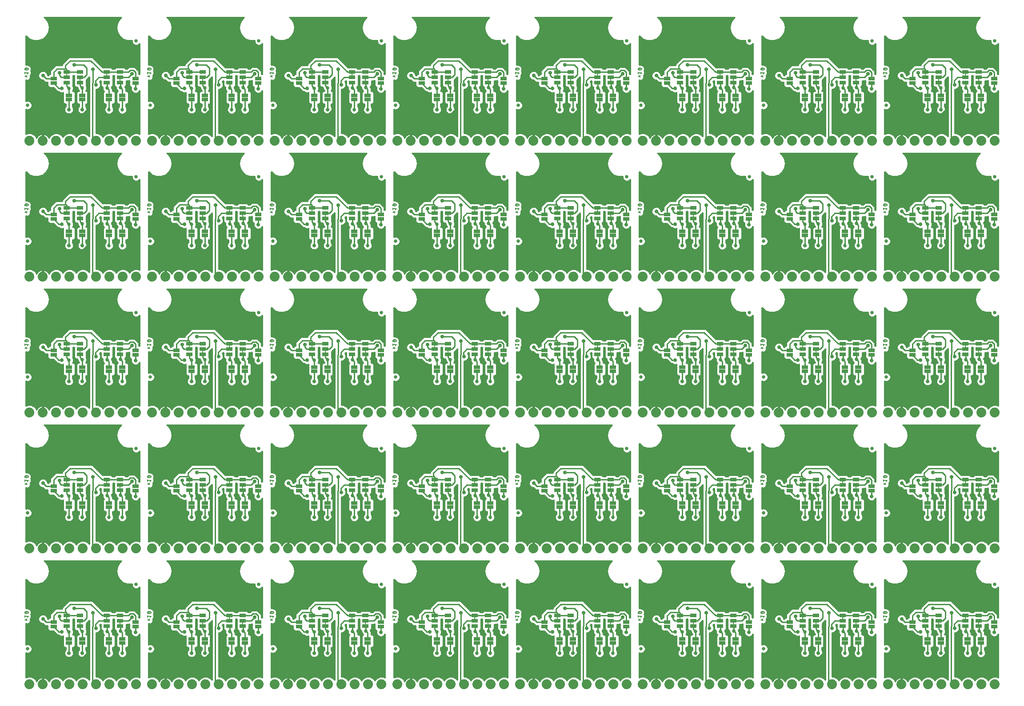
<source format=gbl>
G75*
%MOIN*%
%OFA0B0*%
%FSLAX25Y25*%
%IPPOS*%
%LPD*%
%AMOC8*
5,1,8,0,0,1.08239X$1,22.5*
%
%ADD10C,0.00500*%
%ADD11C,0.07400*%
%ADD12R,0.05000X0.02500*%
%ADD13R,0.01000X0.01600*%
%ADD14C,0.02500*%
%ADD15C,0.01000*%
%ADD16C,0.02775*%
%ADD17C,0.01600*%
%ADD18C,0.02700*%
D10*
X0030200Y0082200D02*
X0032000Y0082800D01*
X0032000Y0081600D02*
X0030200Y0082200D01*
X0030200Y0084042D02*
X0030200Y0085542D01*
X0030200Y0084792D02*
X0032900Y0084792D01*
X0032300Y0084042D01*
X0031550Y0088422D02*
X0031458Y0088420D01*
X0031367Y0088414D01*
X0031275Y0088405D01*
X0031185Y0088392D01*
X0031094Y0088375D01*
X0031005Y0088354D01*
X0030917Y0088330D01*
X0030829Y0088302D01*
X0030743Y0088271D01*
X0030658Y0088235D01*
X0030575Y0088197D01*
X0030532Y0088180D01*
X0030491Y0088160D01*
X0030452Y0088137D01*
X0030414Y0088110D01*
X0030379Y0088080D01*
X0030347Y0088048D01*
X0030317Y0088013D01*
X0030290Y0087976D01*
X0030267Y0087936D01*
X0030247Y0087895D01*
X0030230Y0087852D01*
X0030217Y0087808D01*
X0030208Y0087763D01*
X0030202Y0087718D01*
X0030200Y0087672D01*
X0030202Y0087626D01*
X0030208Y0087581D01*
X0030217Y0087536D01*
X0030230Y0087492D01*
X0030247Y0087449D01*
X0030267Y0087408D01*
X0030290Y0087368D01*
X0030317Y0087331D01*
X0030347Y0087296D01*
X0030379Y0087264D01*
X0030414Y0087234D01*
X0030452Y0087207D01*
X0030491Y0087184D01*
X0030532Y0087164D01*
X0030575Y0087147D01*
X0030800Y0087072D02*
X0032300Y0088272D01*
X0032525Y0088197D02*
X0032568Y0088180D01*
X0032609Y0088160D01*
X0032648Y0088137D01*
X0032686Y0088110D01*
X0032721Y0088080D01*
X0032753Y0088048D01*
X0032783Y0088013D01*
X0032810Y0087976D01*
X0032833Y0087936D01*
X0032853Y0087895D01*
X0032870Y0087852D01*
X0032883Y0087808D01*
X0032892Y0087763D01*
X0032898Y0087718D01*
X0032900Y0087672D01*
X0032898Y0087626D01*
X0032892Y0087581D01*
X0032883Y0087536D01*
X0032870Y0087492D01*
X0032853Y0087449D01*
X0032833Y0087408D01*
X0032810Y0087368D01*
X0032783Y0087331D01*
X0032753Y0087296D01*
X0032721Y0087264D01*
X0032686Y0087234D01*
X0032648Y0087207D01*
X0032609Y0087184D01*
X0032568Y0087164D01*
X0032525Y0087147D01*
X0032525Y0088197D02*
X0032442Y0088235D01*
X0032357Y0088271D01*
X0032271Y0088302D01*
X0032183Y0088330D01*
X0032095Y0088354D01*
X0032006Y0088375D01*
X0031915Y0088392D01*
X0031825Y0088405D01*
X0031733Y0088414D01*
X0031642Y0088420D01*
X0031550Y0088422D01*
X0031550Y0086922D02*
X0031458Y0086924D01*
X0031367Y0086930D01*
X0031275Y0086939D01*
X0031185Y0086952D01*
X0031094Y0086969D01*
X0031005Y0086990D01*
X0030917Y0087014D01*
X0030829Y0087042D01*
X0030743Y0087073D01*
X0030658Y0087109D01*
X0030575Y0087147D01*
X0031550Y0086922D02*
X0031642Y0086924D01*
X0031733Y0086930D01*
X0031825Y0086939D01*
X0031915Y0086952D01*
X0032006Y0086969D01*
X0032095Y0086990D01*
X0032183Y0087014D01*
X0032271Y0087042D01*
X0032357Y0087073D01*
X0032442Y0087109D01*
X0032525Y0087147D01*
X0122200Y0085542D02*
X0122200Y0084042D01*
X0122200Y0084792D02*
X0124900Y0084792D01*
X0124300Y0084042D01*
X0124000Y0082800D02*
X0122200Y0082200D01*
X0124000Y0081600D01*
X0122575Y0088197D02*
X0122658Y0088235D01*
X0122743Y0088271D01*
X0122829Y0088302D01*
X0122917Y0088330D01*
X0123005Y0088354D01*
X0123094Y0088375D01*
X0123185Y0088392D01*
X0123275Y0088405D01*
X0123367Y0088414D01*
X0123458Y0088420D01*
X0123550Y0088422D01*
X0123550Y0086922D02*
X0123458Y0086924D01*
X0123367Y0086930D01*
X0123275Y0086939D01*
X0123185Y0086952D01*
X0123094Y0086969D01*
X0123005Y0086990D01*
X0122917Y0087014D01*
X0122829Y0087042D01*
X0122743Y0087073D01*
X0122658Y0087109D01*
X0122575Y0087147D01*
X0122800Y0087072D02*
X0124300Y0088272D01*
X0124525Y0088197D02*
X0124568Y0088180D01*
X0124609Y0088160D01*
X0124648Y0088137D01*
X0124686Y0088110D01*
X0124721Y0088080D01*
X0124753Y0088048D01*
X0124783Y0088013D01*
X0124810Y0087976D01*
X0124833Y0087936D01*
X0124853Y0087895D01*
X0124870Y0087852D01*
X0124883Y0087808D01*
X0124892Y0087763D01*
X0124898Y0087718D01*
X0124900Y0087672D01*
X0124898Y0087626D01*
X0124892Y0087581D01*
X0124883Y0087536D01*
X0124870Y0087492D01*
X0124853Y0087449D01*
X0124833Y0087408D01*
X0124810Y0087368D01*
X0124783Y0087331D01*
X0124753Y0087296D01*
X0124721Y0087264D01*
X0124686Y0087234D01*
X0124648Y0087207D01*
X0124609Y0087184D01*
X0124568Y0087164D01*
X0124525Y0087147D01*
X0124525Y0088197D02*
X0124442Y0088235D01*
X0124357Y0088271D01*
X0124271Y0088302D01*
X0124183Y0088330D01*
X0124095Y0088354D01*
X0124006Y0088375D01*
X0123915Y0088392D01*
X0123825Y0088405D01*
X0123733Y0088414D01*
X0123642Y0088420D01*
X0123550Y0088422D01*
X0123550Y0086922D02*
X0123642Y0086924D01*
X0123733Y0086930D01*
X0123825Y0086939D01*
X0123915Y0086952D01*
X0124006Y0086969D01*
X0124095Y0086990D01*
X0124183Y0087014D01*
X0124271Y0087042D01*
X0124357Y0087073D01*
X0124442Y0087109D01*
X0124525Y0087147D01*
X0122575Y0088197D02*
X0122532Y0088180D01*
X0122491Y0088160D01*
X0122452Y0088137D01*
X0122414Y0088110D01*
X0122379Y0088080D01*
X0122347Y0088048D01*
X0122317Y0088013D01*
X0122290Y0087976D01*
X0122267Y0087936D01*
X0122247Y0087895D01*
X0122230Y0087852D01*
X0122217Y0087808D01*
X0122208Y0087763D01*
X0122202Y0087718D01*
X0122200Y0087672D01*
X0122202Y0087626D01*
X0122208Y0087581D01*
X0122217Y0087536D01*
X0122230Y0087492D01*
X0122247Y0087449D01*
X0122267Y0087408D01*
X0122290Y0087368D01*
X0122317Y0087331D01*
X0122347Y0087296D01*
X0122379Y0087264D01*
X0122414Y0087234D01*
X0122452Y0087207D01*
X0122491Y0087184D01*
X0122532Y0087164D01*
X0122575Y0087147D01*
X0214200Y0085542D02*
X0214200Y0084042D01*
X0214200Y0084792D02*
X0216900Y0084792D01*
X0216300Y0084042D01*
X0216000Y0082800D02*
X0214200Y0082200D01*
X0216000Y0081600D01*
X0214575Y0088197D02*
X0214658Y0088235D01*
X0214743Y0088271D01*
X0214829Y0088302D01*
X0214917Y0088330D01*
X0215005Y0088354D01*
X0215094Y0088375D01*
X0215185Y0088392D01*
X0215275Y0088405D01*
X0215367Y0088414D01*
X0215458Y0088420D01*
X0215550Y0088422D01*
X0215550Y0086922D02*
X0215458Y0086924D01*
X0215367Y0086930D01*
X0215275Y0086939D01*
X0215185Y0086952D01*
X0215094Y0086969D01*
X0215005Y0086990D01*
X0214917Y0087014D01*
X0214829Y0087042D01*
X0214743Y0087073D01*
X0214658Y0087109D01*
X0214575Y0087147D01*
X0214800Y0087072D02*
X0216300Y0088272D01*
X0216525Y0088197D02*
X0216568Y0088180D01*
X0216609Y0088160D01*
X0216648Y0088137D01*
X0216686Y0088110D01*
X0216721Y0088080D01*
X0216753Y0088048D01*
X0216783Y0088013D01*
X0216810Y0087976D01*
X0216833Y0087936D01*
X0216853Y0087895D01*
X0216870Y0087852D01*
X0216883Y0087808D01*
X0216892Y0087763D01*
X0216898Y0087718D01*
X0216900Y0087672D01*
X0216898Y0087626D01*
X0216892Y0087581D01*
X0216883Y0087536D01*
X0216870Y0087492D01*
X0216853Y0087449D01*
X0216833Y0087408D01*
X0216810Y0087368D01*
X0216783Y0087331D01*
X0216753Y0087296D01*
X0216721Y0087264D01*
X0216686Y0087234D01*
X0216648Y0087207D01*
X0216609Y0087184D01*
X0216568Y0087164D01*
X0216525Y0087147D01*
X0216525Y0088197D02*
X0216442Y0088235D01*
X0216357Y0088271D01*
X0216271Y0088302D01*
X0216183Y0088330D01*
X0216095Y0088354D01*
X0216006Y0088375D01*
X0215915Y0088392D01*
X0215825Y0088405D01*
X0215733Y0088414D01*
X0215642Y0088420D01*
X0215550Y0088422D01*
X0215550Y0086922D02*
X0215642Y0086924D01*
X0215733Y0086930D01*
X0215825Y0086939D01*
X0215915Y0086952D01*
X0216006Y0086969D01*
X0216095Y0086990D01*
X0216183Y0087014D01*
X0216271Y0087042D01*
X0216357Y0087073D01*
X0216442Y0087109D01*
X0216525Y0087147D01*
X0214575Y0088197D02*
X0214532Y0088180D01*
X0214491Y0088160D01*
X0214452Y0088137D01*
X0214414Y0088110D01*
X0214379Y0088080D01*
X0214347Y0088048D01*
X0214317Y0088013D01*
X0214290Y0087976D01*
X0214267Y0087936D01*
X0214247Y0087895D01*
X0214230Y0087852D01*
X0214217Y0087808D01*
X0214208Y0087763D01*
X0214202Y0087718D01*
X0214200Y0087672D01*
X0214202Y0087626D01*
X0214208Y0087581D01*
X0214217Y0087536D01*
X0214230Y0087492D01*
X0214247Y0087449D01*
X0214267Y0087408D01*
X0214290Y0087368D01*
X0214317Y0087331D01*
X0214347Y0087296D01*
X0214379Y0087264D01*
X0214414Y0087234D01*
X0214452Y0087207D01*
X0214491Y0087184D01*
X0214532Y0087164D01*
X0214575Y0087147D01*
X0306200Y0085542D02*
X0306200Y0084042D01*
X0306200Y0084792D02*
X0308900Y0084792D01*
X0308300Y0084042D01*
X0308000Y0082800D02*
X0306200Y0082200D01*
X0308000Y0081600D01*
X0306575Y0088197D02*
X0306658Y0088235D01*
X0306743Y0088271D01*
X0306829Y0088302D01*
X0306917Y0088330D01*
X0307005Y0088354D01*
X0307094Y0088375D01*
X0307185Y0088392D01*
X0307275Y0088405D01*
X0307367Y0088414D01*
X0307458Y0088420D01*
X0307550Y0088422D01*
X0307550Y0086922D02*
X0307458Y0086924D01*
X0307367Y0086930D01*
X0307275Y0086939D01*
X0307185Y0086952D01*
X0307094Y0086969D01*
X0307005Y0086990D01*
X0306917Y0087014D01*
X0306829Y0087042D01*
X0306743Y0087073D01*
X0306658Y0087109D01*
X0306575Y0087147D01*
X0306800Y0087072D02*
X0308300Y0088272D01*
X0308525Y0088197D02*
X0308568Y0088180D01*
X0308609Y0088160D01*
X0308648Y0088137D01*
X0308686Y0088110D01*
X0308721Y0088080D01*
X0308753Y0088048D01*
X0308783Y0088013D01*
X0308810Y0087976D01*
X0308833Y0087936D01*
X0308853Y0087895D01*
X0308870Y0087852D01*
X0308883Y0087808D01*
X0308892Y0087763D01*
X0308898Y0087718D01*
X0308900Y0087672D01*
X0308898Y0087626D01*
X0308892Y0087581D01*
X0308883Y0087536D01*
X0308870Y0087492D01*
X0308853Y0087449D01*
X0308833Y0087408D01*
X0308810Y0087368D01*
X0308783Y0087331D01*
X0308753Y0087296D01*
X0308721Y0087264D01*
X0308686Y0087234D01*
X0308648Y0087207D01*
X0308609Y0087184D01*
X0308568Y0087164D01*
X0308525Y0087147D01*
X0308525Y0088197D02*
X0308442Y0088235D01*
X0308357Y0088271D01*
X0308271Y0088302D01*
X0308183Y0088330D01*
X0308095Y0088354D01*
X0308006Y0088375D01*
X0307915Y0088392D01*
X0307825Y0088405D01*
X0307733Y0088414D01*
X0307642Y0088420D01*
X0307550Y0088422D01*
X0307550Y0086922D02*
X0307642Y0086924D01*
X0307733Y0086930D01*
X0307825Y0086939D01*
X0307915Y0086952D01*
X0308006Y0086969D01*
X0308095Y0086990D01*
X0308183Y0087014D01*
X0308271Y0087042D01*
X0308357Y0087073D01*
X0308442Y0087109D01*
X0308525Y0087147D01*
X0306575Y0088197D02*
X0306532Y0088180D01*
X0306491Y0088160D01*
X0306452Y0088137D01*
X0306414Y0088110D01*
X0306379Y0088080D01*
X0306347Y0088048D01*
X0306317Y0088013D01*
X0306290Y0087976D01*
X0306267Y0087936D01*
X0306247Y0087895D01*
X0306230Y0087852D01*
X0306217Y0087808D01*
X0306208Y0087763D01*
X0306202Y0087718D01*
X0306200Y0087672D01*
X0306202Y0087626D01*
X0306208Y0087581D01*
X0306217Y0087536D01*
X0306230Y0087492D01*
X0306247Y0087449D01*
X0306267Y0087408D01*
X0306290Y0087368D01*
X0306317Y0087331D01*
X0306347Y0087296D01*
X0306379Y0087264D01*
X0306414Y0087234D01*
X0306452Y0087207D01*
X0306491Y0087184D01*
X0306532Y0087164D01*
X0306575Y0087147D01*
X0398200Y0085542D02*
X0398200Y0084042D01*
X0398200Y0084792D02*
X0400900Y0084792D01*
X0400300Y0084042D01*
X0400000Y0082800D02*
X0398200Y0082200D01*
X0400000Y0081600D01*
X0398575Y0088197D02*
X0398658Y0088235D01*
X0398743Y0088271D01*
X0398829Y0088302D01*
X0398917Y0088330D01*
X0399005Y0088354D01*
X0399094Y0088375D01*
X0399185Y0088392D01*
X0399275Y0088405D01*
X0399367Y0088414D01*
X0399458Y0088420D01*
X0399550Y0088422D01*
X0399550Y0086922D02*
X0399458Y0086924D01*
X0399367Y0086930D01*
X0399275Y0086939D01*
X0399185Y0086952D01*
X0399094Y0086969D01*
X0399005Y0086990D01*
X0398917Y0087014D01*
X0398829Y0087042D01*
X0398743Y0087073D01*
X0398658Y0087109D01*
X0398575Y0087147D01*
X0398800Y0087072D02*
X0400300Y0088272D01*
X0400525Y0088197D02*
X0400568Y0088180D01*
X0400609Y0088160D01*
X0400648Y0088137D01*
X0400686Y0088110D01*
X0400721Y0088080D01*
X0400753Y0088048D01*
X0400783Y0088013D01*
X0400810Y0087976D01*
X0400833Y0087936D01*
X0400853Y0087895D01*
X0400870Y0087852D01*
X0400883Y0087808D01*
X0400892Y0087763D01*
X0400898Y0087718D01*
X0400900Y0087672D01*
X0400898Y0087626D01*
X0400892Y0087581D01*
X0400883Y0087536D01*
X0400870Y0087492D01*
X0400853Y0087449D01*
X0400833Y0087408D01*
X0400810Y0087368D01*
X0400783Y0087331D01*
X0400753Y0087296D01*
X0400721Y0087264D01*
X0400686Y0087234D01*
X0400648Y0087207D01*
X0400609Y0087184D01*
X0400568Y0087164D01*
X0400525Y0087147D01*
X0400525Y0088197D02*
X0400442Y0088235D01*
X0400357Y0088271D01*
X0400271Y0088302D01*
X0400183Y0088330D01*
X0400095Y0088354D01*
X0400006Y0088375D01*
X0399915Y0088392D01*
X0399825Y0088405D01*
X0399733Y0088414D01*
X0399642Y0088420D01*
X0399550Y0088422D01*
X0399550Y0086922D02*
X0399642Y0086924D01*
X0399733Y0086930D01*
X0399825Y0086939D01*
X0399915Y0086952D01*
X0400006Y0086969D01*
X0400095Y0086990D01*
X0400183Y0087014D01*
X0400271Y0087042D01*
X0400357Y0087073D01*
X0400442Y0087109D01*
X0400525Y0087147D01*
X0398575Y0088197D02*
X0398532Y0088180D01*
X0398491Y0088160D01*
X0398452Y0088137D01*
X0398414Y0088110D01*
X0398379Y0088080D01*
X0398347Y0088048D01*
X0398317Y0088013D01*
X0398290Y0087976D01*
X0398267Y0087936D01*
X0398247Y0087895D01*
X0398230Y0087852D01*
X0398217Y0087808D01*
X0398208Y0087763D01*
X0398202Y0087718D01*
X0398200Y0087672D01*
X0398202Y0087626D01*
X0398208Y0087581D01*
X0398217Y0087536D01*
X0398230Y0087492D01*
X0398247Y0087449D01*
X0398267Y0087408D01*
X0398290Y0087368D01*
X0398317Y0087331D01*
X0398347Y0087296D01*
X0398379Y0087264D01*
X0398414Y0087234D01*
X0398452Y0087207D01*
X0398491Y0087184D01*
X0398532Y0087164D01*
X0398575Y0087147D01*
X0490200Y0085542D02*
X0490200Y0084042D01*
X0490200Y0084792D02*
X0492900Y0084792D01*
X0492300Y0084042D01*
X0492000Y0082800D02*
X0490200Y0082200D01*
X0492000Y0081600D01*
X0490575Y0088197D02*
X0490658Y0088235D01*
X0490743Y0088271D01*
X0490829Y0088302D01*
X0490917Y0088330D01*
X0491005Y0088354D01*
X0491094Y0088375D01*
X0491185Y0088392D01*
X0491275Y0088405D01*
X0491367Y0088414D01*
X0491458Y0088420D01*
X0491550Y0088422D01*
X0491550Y0086922D02*
X0491458Y0086924D01*
X0491367Y0086930D01*
X0491275Y0086939D01*
X0491185Y0086952D01*
X0491094Y0086969D01*
X0491005Y0086990D01*
X0490917Y0087014D01*
X0490829Y0087042D01*
X0490743Y0087073D01*
X0490658Y0087109D01*
X0490575Y0087147D01*
X0490800Y0087072D02*
X0492300Y0088272D01*
X0492525Y0088197D02*
X0492568Y0088180D01*
X0492609Y0088160D01*
X0492648Y0088137D01*
X0492686Y0088110D01*
X0492721Y0088080D01*
X0492753Y0088048D01*
X0492783Y0088013D01*
X0492810Y0087976D01*
X0492833Y0087936D01*
X0492853Y0087895D01*
X0492870Y0087852D01*
X0492883Y0087808D01*
X0492892Y0087763D01*
X0492898Y0087718D01*
X0492900Y0087672D01*
X0492898Y0087626D01*
X0492892Y0087581D01*
X0492883Y0087536D01*
X0492870Y0087492D01*
X0492853Y0087449D01*
X0492833Y0087408D01*
X0492810Y0087368D01*
X0492783Y0087331D01*
X0492753Y0087296D01*
X0492721Y0087264D01*
X0492686Y0087234D01*
X0492648Y0087207D01*
X0492609Y0087184D01*
X0492568Y0087164D01*
X0492525Y0087147D01*
X0492525Y0088197D02*
X0492442Y0088235D01*
X0492357Y0088271D01*
X0492271Y0088302D01*
X0492183Y0088330D01*
X0492095Y0088354D01*
X0492006Y0088375D01*
X0491915Y0088392D01*
X0491825Y0088405D01*
X0491733Y0088414D01*
X0491642Y0088420D01*
X0491550Y0088422D01*
X0491550Y0086922D02*
X0491642Y0086924D01*
X0491733Y0086930D01*
X0491825Y0086939D01*
X0491915Y0086952D01*
X0492006Y0086969D01*
X0492095Y0086990D01*
X0492183Y0087014D01*
X0492271Y0087042D01*
X0492357Y0087073D01*
X0492442Y0087109D01*
X0492525Y0087147D01*
X0490575Y0088197D02*
X0490532Y0088180D01*
X0490491Y0088160D01*
X0490452Y0088137D01*
X0490414Y0088110D01*
X0490379Y0088080D01*
X0490347Y0088048D01*
X0490317Y0088013D01*
X0490290Y0087976D01*
X0490267Y0087936D01*
X0490247Y0087895D01*
X0490230Y0087852D01*
X0490217Y0087808D01*
X0490208Y0087763D01*
X0490202Y0087718D01*
X0490200Y0087672D01*
X0490202Y0087626D01*
X0490208Y0087581D01*
X0490217Y0087536D01*
X0490230Y0087492D01*
X0490247Y0087449D01*
X0490267Y0087408D01*
X0490290Y0087368D01*
X0490317Y0087331D01*
X0490347Y0087296D01*
X0490379Y0087264D01*
X0490414Y0087234D01*
X0490452Y0087207D01*
X0490491Y0087184D01*
X0490532Y0087164D01*
X0490575Y0087147D01*
X0582200Y0085542D02*
X0582200Y0084042D01*
X0582200Y0084792D02*
X0584900Y0084792D01*
X0584300Y0084042D01*
X0584000Y0082800D02*
X0582200Y0082200D01*
X0584000Y0081600D01*
X0582575Y0088197D02*
X0582658Y0088235D01*
X0582743Y0088271D01*
X0582829Y0088302D01*
X0582917Y0088330D01*
X0583005Y0088354D01*
X0583094Y0088375D01*
X0583185Y0088392D01*
X0583275Y0088405D01*
X0583367Y0088414D01*
X0583458Y0088420D01*
X0583550Y0088422D01*
X0583550Y0086922D02*
X0583458Y0086924D01*
X0583367Y0086930D01*
X0583275Y0086939D01*
X0583185Y0086952D01*
X0583094Y0086969D01*
X0583005Y0086990D01*
X0582917Y0087014D01*
X0582829Y0087042D01*
X0582743Y0087073D01*
X0582658Y0087109D01*
X0582575Y0087147D01*
X0582800Y0087072D02*
X0584300Y0088272D01*
X0584525Y0088197D02*
X0584568Y0088180D01*
X0584609Y0088160D01*
X0584648Y0088137D01*
X0584686Y0088110D01*
X0584721Y0088080D01*
X0584753Y0088048D01*
X0584783Y0088013D01*
X0584810Y0087976D01*
X0584833Y0087936D01*
X0584853Y0087895D01*
X0584870Y0087852D01*
X0584883Y0087808D01*
X0584892Y0087763D01*
X0584898Y0087718D01*
X0584900Y0087672D01*
X0584898Y0087626D01*
X0584892Y0087581D01*
X0584883Y0087536D01*
X0584870Y0087492D01*
X0584853Y0087449D01*
X0584833Y0087408D01*
X0584810Y0087368D01*
X0584783Y0087331D01*
X0584753Y0087296D01*
X0584721Y0087264D01*
X0584686Y0087234D01*
X0584648Y0087207D01*
X0584609Y0087184D01*
X0584568Y0087164D01*
X0584525Y0087147D01*
X0584525Y0088197D02*
X0584442Y0088235D01*
X0584357Y0088271D01*
X0584271Y0088302D01*
X0584183Y0088330D01*
X0584095Y0088354D01*
X0584006Y0088375D01*
X0583915Y0088392D01*
X0583825Y0088405D01*
X0583733Y0088414D01*
X0583642Y0088420D01*
X0583550Y0088422D01*
X0583550Y0086922D02*
X0583642Y0086924D01*
X0583733Y0086930D01*
X0583825Y0086939D01*
X0583915Y0086952D01*
X0584006Y0086969D01*
X0584095Y0086990D01*
X0584183Y0087014D01*
X0584271Y0087042D01*
X0584357Y0087073D01*
X0584442Y0087109D01*
X0584525Y0087147D01*
X0582575Y0088197D02*
X0582532Y0088180D01*
X0582491Y0088160D01*
X0582452Y0088137D01*
X0582414Y0088110D01*
X0582379Y0088080D01*
X0582347Y0088048D01*
X0582317Y0088013D01*
X0582290Y0087976D01*
X0582267Y0087936D01*
X0582247Y0087895D01*
X0582230Y0087852D01*
X0582217Y0087808D01*
X0582208Y0087763D01*
X0582202Y0087718D01*
X0582200Y0087672D01*
X0582202Y0087626D01*
X0582208Y0087581D01*
X0582217Y0087536D01*
X0582230Y0087492D01*
X0582247Y0087449D01*
X0582267Y0087408D01*
X0582290Y0087368D01*
X0582317Y0087331D01*
X0582347Y0087296D01*
X0582379Y0087264D01*
X0582414Y0087234D01*
X0582452Y0087207D01*
X0582491Y0087184D01*
X0582532Y0087164D01*
X0582575Y0087147D01*
X0674200Y0085542D02*
X0674200Y0084042D01*
X0674200Y0084792D02*
X0676900Y0084792D01*
X0676300Y0084042D01*
X0676000Y0082800D02*
X0674200Y0082200D01*
X0676000Y0081600D01*
X0674575Y0088197D02*
X0674658Y0088235D01*
X0674743Y0088271D01*
X0674829Y0088302D01*
X0674917Y0088330D01*
X0675005Y0088354D01*
X0675094Y0088375D01*
X0675185Y0088392D01*
X0675275Y0088405D01*
X0675367Y0088414D01*
X0675458Y0088420D01*
X0675550Y0088422D01*
X0675550Y0086922D02*
X0675458Y0086924D01*
X0675367Y0086930D01*
X0675275Y0086939D01*
X0675185Y0086952D01*
X0675094Y0086969D01*
X0675005Y0086990D01*
X0674917Y0087014D01*
X0674829Y0087042D01*
X0674743Y0087073D01*
X0674658Y0087109D01*
X0674575Y0087147D01*
X0674800Y0087072D02*
X0676300Y0088272D01*
X0676525Y0088197D02*
X0676568Y0088180D01*
X0676609Y0088160D01*
X0676648Y0088137D01*
X0676686Y0088110D01*
X0676721Y0088080D01*
X0676753Y0088048D01*
X0676783Y0088013D01*
X0676810Y0087976D01*
X0676833Y0087936D01*
X0676853Y0087895D01*
X0676870Y0087852D01*
X0676883Y0087808D01*
X0676892Y0087763D01*
X0676898Y0087718D01*
X0676900Y0087672D01*
X0676898Y0087626D01*
X0676892Y0087581D01*
X0676883Y0087536D01*
X0676870Y0087492D01*
X0676853Y0087449D01*
X0676833Y0087408D01*
X0676810Y0087368D01*
X0676783Y0087331D01*
X0676753Y0087296D01*
X0676721Y0087264D01*
X0676686Y0087234D01*
X0676648Y0087207D01*
X0676609Y0087184D01*
X0676568Y0087164D01*
X0676525Y0087147D01*
X0676525Y0088197D02*
X0676442Y0088235D01*
X0676357Y0088271D01*
X0676271Y0088302D01*
X0676183Y0088330D01*
X0676095Y0088354D01*
X0676006Y0088375D01*
X0675915Y0088392D01*
X0675825Y0088405D01*
X0675733Y0088414D01*
X0675642Y0088420D01*
X0675550Y0088422D01*
X0675550Y0086922D02*
X0675642Y0086924D01*
X0675733Y0086930D01*
X0675825Y0086939D01*
X0675915Y0086952D01*
X0676006Y0086969D01*
X0676095Y0086990D01*
X0676183Y0087014D01*
X0676271Y0087042D01*
X0676357Y0087073D01*
X0676442Y0087109D01*
X0676525Y0087147D01*
X0674575Y0088197D02*
X0674532Y0088180D01*
X0674491Y0088160D01*
X0674452Y0088137D01*
X0674414Y0088110D01*
X0674379Y0088080D01*
X0674347Y0088048D01*
X0674317Y0088013D01*
X0674290Y0087976D01*
X0674267Y0087936D01*
X0674247Y0087895D01*
X0674230Y0087852D01*
X0674217Y0087808D01*
X0674208Y0087763D01*
X0674202Y0087718D01*
X0674200Y0087672D01*
X0674202Y0087626D01*
X0674208Y0087581D01*
X0674217Y0087536D01*
X0674230Y0087492D01*
X0674247Y0087449D01*
X0674267Y0087408D01*
X0674290Y0087368D01*
X0674317Y0087331D01*
X0674347Y0087296D01*
X0674379Y0087264D01*
X0674414Y0087234D01*
X0674452Y0087207D01*
X0674491Y0087184D01*
X0674532Y0087164D01*
X0674575Y0087147D01*
X0676000Y0183600D02*
X0674200Y0184200D01*
X0676000Y0184800D01*
X0676300Y0186042D02*
X0676900Y0186792D01*
X0674200Y0186792D01*
X0674200Y0186042D02*
X0674200Y0187542D01*
X0674575Y0190197D02*
X0674658Y0190235D01*
X0674743Y0190271D01*
X0674829Y0190302D01*
X0674917Y0190330D01*
X0675005Y0190354D01*
X0675094Y0190375D01*
X0675185Y0190392D01*
X0675275Y0190405D01*
X0675367Y0190414D01*
X0675458Y0190420D01*
X0675550Y0190422D01*
X0675550Y0188922D02*
X0675458Y0188924D01*
X0675367Y0188930D01*
X0675275Y0188939D01*
X0675185Y0188952D01*
X0675094Y0188969D01*
X0675005Y0188990D01*
X0674917Y0189014D01*
X0674829Y0189042D01*
X0674743Y0189073D01*
X0674658Y0189109D01*
X0674575Y0189147D01*
X0674800Y0189072D02*
X0676300Y0190272D01*
X0676525Y0190197D02*
X0676568Y0190180D01*
X0676609Y0190160D01*
X0676648Y0190137D01*
X0676686Y0190110D01*
X0676721Y0190080D01*
X0676753Y0190048D01*
X0676783Y0190013D01*
X0676810Y0189976D01*
X0676833Y0189936D01*
X0676853Y0189895D01*
X0676870Y0189852D01*
X0676883Y0189808D01*
X0676892Y0189763D01*
X0676898Y0189718D01*
X0676900Y0189672D01*
X0676898Y0189626D01*
X0676892Y0189581D01*
X0676883Y0189536D01*
X0676870Y0189492D01*
X0676853Y0189449D01*
X0676833Y0189408D01*
X0676810Y0189368D01*
X0676783Y0189331D01*
X0676753Y0189296D01*
X0676721Y0189264D01*
X0676686Y0189234D01*
X0676648Y0189207D01*
X0676609Y0189184D01*
X0676568Y0189164D01*
X0676525Y0189147D01*
X0676525Y0190197D02*
X0676442Y0190235D01*
X0676357Y0190271D01*
X0676271Y0190302D01*
X0676183Y0190330D01*
X0676095Y0190354D01*
X0676006Y0190375D01*
X0675915Y0190392D01*
X0675825Y0190405D01*
X0675733Y0190414D01*
X0675642Y0190420D01*
X0675550Y0190422D01*
X0675550Y0188922D02*
X0675642Y0188924D01*
X0675733Y0188930D01*
X0675825Y0188939D01*
X0675915Y0188952D01*
X0676006Y0188969D01*
X0676095Y0188990D01*
X0676183Y0189014D01*
X0676271Y0189042D01*
X0676357Y0189073D01*
X0676442Y0189109D01*
X0676525Y0189147D01*
X0674575Y0190197D02*
X0674532Y0190180D01*
X0674491Y0190160D01*
X0674452Y0190137D01*
X0674414Y0190110D01*
X0674379Y0190080D01*
X0674347Y0190048D01*
X0674317Y0190013D01*
X0674290Y0189976D01*
X0674267Y0189936D01*
X0674247Y0189895D01*
X0674230Y0189852D01*
X0674217Y0189808D01*
X0674208Y0189763D01*
X0674202Y0189718D01*
X0674200Y0189672D01*
X0674202Y0189626D01*
X0674208Y0189581D01*
X0674217Y0189536D01*
X0674230Y0189492D01*
X0674247Y0189449D01*
X0674267Y0189408D01*
X0674290Y0189368D01*
X0674317Y0189331D01*
X0674347Y0189296D01*
X0674379Y0189264D01*
X0674414Y0189234D01*
X0674452Y0189207D01*
X0674491Y0189184D01*
X0674532Y0189164D01*
X0674575Y0189147D01*
X0584900Y0186792D02*
X0582200Y0186792D01*
X0582200Y0186042D02*
X0582200Y0187542D01*
X0582575Y0190197D02*
X0582658Y0190235D01*
X0582743Y0190271D01*
X0582829Y0190302D01*
X0582917Y0190330D01*
X0583005Y0190354D01*
X0583094Y0190375D01*
X0583185Y0190392D01*
X0583275Y0190405D01*
X0583367Y0190414D01*
X0583458Y0190420D01*
X0583550Y0190422D01*
X0583550Y0188922D02*
X0583458Y0188924D01*
X0583367Y0188930D01*
X0583275Y0188939D01*
X0583185Y0188952D01*
X0583094Y0188969D01*
X0583005Y0188990D01*
X0582917Y0189014D01*
X0582829Y0189042D01*
X0582743Y0189073D01*
X0582658Y0189109D01*
X0582575Y0189147D01*
X0582800Y0189072D02*
X0584300Y0190272D01*
X0584525Y0190197D02*
X0584568Y0190180D01*
X0584609Y0190160D01*
X0584648Y0190137D01*
X0584686Y0190110D01*
X0584721Y0190080D01*
X0584753Y0190048D01*
X0584783Y0190013D01*
X0584810Y0189976D01*
X0584833Y0189936D01*
X0584853Y0189895D01*
X0584870Y0189852D01*
X0584883Y0189808D01*
X0584892Y0189763D01*
X0584898Y0189718D01*
X0584900Y0189672D01*
X0584898Y0189626D01*
X0584892Y0189581D01*
X0584883Y0189536D01*
X0584870Y0189492D01*
X0584853Y0189449D01*
X0584833Y0189408D01*
X0584810Y0189368D01*
X0584783Y0189331D01*
X0584753Y0189296D01*
X0584721Y0189264D01*
X0584686Y0189234D01*
X0584648Y0189207D01*
X0584609Y0189184D01*
X0584568Y0189164D01*
X0584525Y0189147D01*
X0584525Y0190197D02*
X0584442Y0190235D01*
X0584357Y0190271D01*
X0584271Y0190302D01*
X0584183Y0190330D01*
X0584095Y0190354D01*
X0584006Y0190375D01*
X0583915Y0190392D01*
X0583825Y0190405D01*
X0583733Y0190414D01*
X0583642Y0190420D01*
X0583550Y0190422D01*
X0583550Y0188922D02*
X0583642Y0188924D01*
X0583733Y0188930D01*
X0583825Y0188939D01*
X0583915Y0188952D01*
X0584006Y0188969D01*
X0584095Y0188990D01*
X0584183Y0189014D01*
X0584271Y0189042D01*
X0584357Y0189073D01*
X0584442Y0189109D01*
X0584525Y0189147D01*
X0582575Y0190197D02*
X0582532Y0190180D01*
X0582491Y0190160D01*
X0582452Y0190137D01*
X0582414Y0190110D01*
X0582379Y0190080D01*
X0582347Y0190048D01*
X0582317Y0190013D01*
X0582290Y0189976D01*
X0582267Y0189936D01*
X0582247Y0189895D01*
X0582230Y0189852D01*
X0582217Y0189808D01*
X0582208Y0189763D01*
X0582202Y0189718D01*
X0582200Y0189672D01*
X0582202Y0189626D01*
X0582208Y0189581D01*
X0582217Y0189536D01*
X0582230Y0189492D01*
X0582247Y0189449D01*
X0582267Y0189408D01*
X0582290Y0189368D01*
X0582317Y0189331D01*
X0582347Y0189296D01*
X0582379Y0189264D01*
X0582414Y0189234D01*
X0582452Y0189207D01*
X0582491Y0189184D01*
X0582532Y0189164D01*
X0582575Y0189147D01*
X0584900Y0186792D02*
X0584300Y0186042D01*
X0584000Y0184800D02*
X0582200Y0184200D01*
X0584000Y0183600D01*
X0492900Y0186792D02*
X0490200Y0186792D01*
X0490200Y0186042D02*
X0490200Y0187542D01*
X0490575Y0190197D02*
X0490658Y0190235D01*
X0490743Y0190271D01*
X0490829Y0190302D01*
X0490917Y0190330D01*
X0491005Y0190354D01*
X0491094Y0190375D01*
X0491185Y0190392D01*
X0491275Y0190405D01*
X0491367Y0190414D01*
X0491458Y0190420D01*
X0491550Y0190422D01*
X0491550Y0188922D02*
X0491458Y0188924D01*
X0491367Y0188930D01*
X0491275Y0188939D01*
X0491185Y0188952D01*
X0491094Y0188969D01*
X0491005Y0188990D01*
X0490917Y0189014D01*
X0490829Y0189042D01*
X0490743Y0189073D01*
X0490658Y0189109D01*
X0490575Y0189147D01*
X0490800Y0189072D02*
X0492300Y0190272D01*
X0492525Y0190197D02*
X0492568Y0190180D01*
X0492609Y0190160D01*
X0492648Y0190137D01*
X0492686Y0190110D01*
X0492721Y0190080D01*
X0492753Y0190048D01*
X0492783Y0190013D01*
X0492810Y0189976D01*
X0492833Y0189936D01*
X0492853Y0189895D01*
X0492870Y0189852D01*
X0492883Y0189808D01*
X0492892Y0189763D01*
X0492898Y0189718D01*
X0492900Y0189672D01*
X0492898Y0189626D01*
X0492892Y0189581D01*
X0492883Y0189536D01*
X0492870Y0189492D01*
X0492853Y0189449D01*
X0492833Y0189408D01*
X0492810Y0189368D01*
X0492783Y0189331D01*
X0492753Y0189296D01*
X0492721Y0189264D01*
X0492686Y0189234D01*
X0492648Y0189207D01*
X0492609Y0189184D01*
X0492568Y0189164D01*
X0492525Y0189147D01*
X0492525Y0190197D02*
X0492442Y0190235D01*
X0492357Y0190271D01*
X0492271Y0190302D01*
X0492183Y0190330D01*
X0492095Y0190354D01*
X0492006Y0190375D01*
X0491915Y0190392D01*
X0491825Y0190405D01*
X0491733Y0190414D01*
X0491642Y0190420D01*
X0491550Y0190422D01*
X0491550Y0188922D02*
X0491642Y0188924D01*
X0491733Y0188930D01*
X0491825Y0188939D01*
X0491915Y0188952D01*
X0492006Y0188969D01*
X0492095Y0188990D01*
X0492183Y0189014D01*
X0492271Y0189042D01*
X0492357Y0189073D01*
X0492442Y0189109D01*
X0492525Y0189147D01*
X0490575Y0190197D02*
X0490532Y0190180D01*
X0490491Y0190160D01*
X0490452Y0190137D01*
X0490414Y0190110D01*
X0490379Y0190080D01*
X0490347Y0190048D01*
X0490317Y0190013D01*
X0490290Y0189976D01*
X0490267Y0189936D01*
X0490247Y0189895D01*
X0490230Y0189852D01*
X0490217Y0189808D01*
X0490208Y0189763D01*
X0490202Y0189718D01*
X0490200Y0189672D01*
X0490202Y0189626D01*
X0490208Y0189581D01*
X0490217Y0189536D01*
X0490230Y0189492D01*
X0490247Y0189449D01*
X0490267Y0189408D01*
X0490290Y0189368D01*
X0490317Y0189331D01*
X0490347Y0189296D01*
X0490379Y0189264D01*
X0490414Y0189234D01*
X0490452Y0189207D01*
X0490491Y0189184D01*
X0490532Y0189164D01*
X0490575Y0189147D01*
X0492900Y0186792D02*
X0492300Y0186042D01*
X0492000Y0184800D02*
X0490200Y0184200D01*
X0492000Y0183600D01*
X0400900Y0186792D02*
X0398200Y0186792D01*
X0398200Y0186042D02*
X0398200Y0187542D01*
X0398575Y0190197D02*
X0398658Y0190235D01*
X0398743Y0190271D01*
X0398829Y0190302D01*
X0398917Y0190330D01*
X0399005Y0190354D01*
X0399094Y0190375D01*
X0399185Y0190392D01*
X0399275Y0190405D01*
X0399367Y0190414D01*
X0399458Y0190420D01*
X0399550Y0190422D01*
X0399550Y0188922D02*
X0399458Y0188924D01*
X0399367Y0188930D01*
X0399275Y0188939D01*
X0399185Y0188952D01*
X0399094Y0188969D01*
X0399005Y0188990D01*
X0398917Y0189014D01*
X0398829Y0189042D01*
X0398743Y0189073D01*
X0398658Y0189109D01*
X0398575Y0189147D01*
X0398800Y0189072D02*
X0400300Y0190272D01*
X0400525Y0190197D02*
X0400568Y0190180D01*
X0400609Y0190160D01*
X0400648Y0190137D01*
X0400686Y0190110D01*
X0400721Y0190080D01*
X0400753Y0190048D01*
X0400783Y0190013D01*
X0400810Y0189976D01*
X0400833Y0189936D01*
X0400853Y0189895D01*
X0400870Y0189852D01*
X0400883Y0189808D01*
X0400892Y0189763D01*
X0400898Y0189718D01*
X0400900Y0189672D01*
X0400898Y0189626D01*
X0400892Y0189581D01*
X0400883Y0189536D01*
X0400870Y0189492D01*
X0400853Y0189449D01*
X0400833Y0189408D01*
X0400810Y0189368D01*
X0400783Y0189331D01*
X0400753Y0189296D01*
X0400721Y0189264D01*
X0400686Y0189234D01*
X0400648Y0189207D01*
X0400609Y0189184D01*
X0400568Y0189164D01*
X0400525Y0189147D01*
X0400525Y0190197D02*
X0400442Y0190235D01*
X0400357Y0190271D01*
X0400271Y0190302D01*
X0400183Y0190330D01*
X0400095Y0190354D01*
X0400006Y0190375D01*
X0399915Y0190392D01*
X0399825Y0190405D01*
X0399733Y0190414D01*
X0399642Y0190420D01*
X0399550Y0190422D01*
X0399550Y0188922D02*
X0399642Y0188924D01*
X0399733Y0188930D01*
X0399825Y0188939D01*
X0399915Y0188952D01*
X0400006Y0188969D01*
X0400095Y0188990D01*
X0400183Y0189014D01*
X0400271Y0189042D01*
X0400357Y0189073D01*
X0400442Y0189109D01*
X0400525Y0189147D01*
X0398575Y0190197D02*
X0398532Y0190180D01*
X0398491Y0190160D01*
X0398452Y0190137D01*
X0398414Y0190110D01*
X0398379Y0190080D01*
X0398347Y0190048D01*
X0398317Y0190013D01*
X0398290Y0189976D01*
X0398267Y0189936D01*
X0398247Y0189895D01*
X0398230Y0189852D01*
X0398217Y0189808D01*
X0398208Y0189763D01*
X0398202Y0189718D01*
X0398200Y0189672D01*
X0398202Y0189626D01*
X0398208Y0189581D01*
X0398217Y0189536D01*
X0398230Y0189492D01*
X0398247Y0189449D01*
X0398267Y0189408D01*
X0398290Y0189368D01*
X0398317Y0189331D01*
X0398347Y0189296D01*
X0398379Y0189264D01*
X0398414Y0189234D01*
X0398452Y0189207D01*
X0398491Y0189184D01*
X0398532Y0189164D01*
X0398575Y0189147D01*
X0400900Y0186792D02*
X0400300Y0186042D01*
X0400000Y0184800D02*
X0398200Y0184200D01*
X0400000Y0183600D01*
X0308900Y0186792D02*
X0306200Y0186792D01*
X0306200Y0186042D02*
X0306200Y0187542D01*
X0306575Y0190197D02*
X0306658Y0190235D01*
X0306743Y0190271D01*
X0306829Y0190302D01*
X0306917Y0190330D01*
X0307005Y0190354D01*
X0307094Y0190375D01*
X0307185Y0190392D01*
X0307275Y0190405D01*
X0307367Y0190414D01*
X0307458Y0190420D01*
X0307550Y0190422D01*
X0307550Y0188922D02*
X0307458Y0188924D01*
X0307367Y0188930D01*
X0307275Y0188939D01*
X0307185Y0188952D01*
X0307094Y0188969D01*
X0307005Y0188990D01*
X0306917Y0189014D01*
X0306829Y0189042D01*
X0306743Y0189073D01*
X0306658Y0189109D01*
X0306575Y0189147D01*
X0306800Y0189072D02*
X0308300Y0190272D01*
X0308525Y0190197D02*
X0308568Y0190180D01*
X0308609Y0190160D01*
X0308648Y0190137D01*
X0308686Y0190110D01*
X0308721Y0190080D01*
X0308753Y0190048D01*
X0308783Y0190013D01*
X0308810Y0189976D01*
X0308833Y0189936D01*
X0308853Y0189895D01*
X0308870Y0189852D01*
X0308883Y0189808D01*
X0308892Y0189763D01*
X0308898Y0189718D01*
X0308900Y0189672D01*
X0308898Y0189626D01*
X0308892Y0189581D01*
X0308883Y0189536D01*
X0308870Y0189492D01*
X0308853Y0189449D01*
X0308833Y0189408D01*
X0308810Y0189368D01*
X0308783Y0189331D01*
X0308753Y0189296D01*
X0308721Y0189264D01*
X0308686Y0189234D01*
X0308648Y0189207D01*
X0308609Y0189184D01*
X0308568Y0189164D01*
X0308525Y0189147D01*
X0308525Y0190197D02*
X0308442Y0190235D01*
X0308357Y0190271D01*
X0308271Y0190302D01*
X0308183Y0190330D01*
X0308095Y0190354D01*
X0308006Y0190375D01*
X0307915Y0190392D01*
X0307825Y0190405D01*
X0307733Y0190414D01*
X0307642Y0190420D01*
X0307550Y0190422D01*
X0307550Y0188922D02*
X0307642Y0188924D01*
X0307733Y0188930D01*
X0307825Y0188939D01*
X0307915Y0188952D01*
X0308006Y0188969D01*
X0308095Y0188990D01*
X0308183Y0189014D01*
X0308271Y0189042D01*
X0308357Y0189073D01*
X0308442Y0189109D01*
X0308525Y0189147D01*
X0306575Y0190197D02*
X0306532Y0190180D01*
X0306491Y0190160D01*
X0306452Y0190137D01*
X0306414Y0190110D01*
X0306379Y0190080D01*
X0306347Y0190048D01*
X0306317Y0190013D01*
X0306290Y0189976D01*
X0306267Y0189936D01*
X0306247Y0189895D01*
X0306230Y0189852D01*
X0306217Y0189808D01*
X0306208Y0189763D01*
X0306202Y0189718D01*
X0306200Y0189672D01*
X0306202Y0189626D01*
X0306208Y0189581D01*
X0306217Y0189536D01*
X0306230Y0189492D01*
X0306247Y0189449D01*
X0306267Y0189408D01*
X0306290Y0189368D01*
X0306317Y0189331D01*
X0306347Y0189296D01*
X0306379Y0189264D01*
X0306414Y0189234D01*
X0306452Y0189207D01*
X0306491Y0189184D01*
X0306532Y0189164D01*
X0306575Y0189147D01*
X0308900Y0186792D02*
X0308300Y0186042D01*
X0308000Y0184800D02*
X0306200Y0184200D01*
X0308000Y0183600D01*
X0216900Y0186792D02*
X0214200Y0186792D01*
X0214200Y0186042D02*
X0214200Y0187542D01*
X0214575Y0190197D02*
X0214658Y0190235D01*
X0214743Y0190271D01*
X0214829Y0190302D01*
X0214917Y0190330D01*
X0215005Y0190354D01*
X0215094Y0190375D01*
X0215185Y0190392D01*
X0215275Y0190405D01*
X0215367Y0190414D01*
X0215458Y0190420D01*
X0215550Y0190422D01*
X0215550Y0188922D02*
X0215458Y0188924D01*
X0215367Y0188930D01*
X0215275Y0188939D01*
X0215185Y0188952D01*
X0215094Y0188969D01*
X0215005Y0188990D01*
X0214917Y0189014D01*
X0214829Y0189042D01*
X0214743Y0189073D01*
X0214658Y0189109D01*
X0214575Y0189147D01*
X0214800Y0189072D02*
X0216300Y0190272D01*
X0216525Y0190197D02*
X0216568Y0190180D01*
X0216609Y0190160D01*
X0216648Y0190137D01*
X0216686Y0190110D01*
X0216721Y0190080D01*
X0216753Y0190048D01*
X0216783Y0190013D01*
X0216810Y0189976D01*
X0216833Y0189936D01*
X0216853Y0189895D01*
X0216870Y0189852D01*
X0216883Y0189808D01*
X0216892Y0189763D01*
X0216898Y0189718D01*
X0216900Y0189672D01*
X0216898Y0189626D01*
X0216892Y0189581D01*
X0216883Y0189536D01*
X0216870Y0189492D01*
X0216853Y0189449D01*
X0216833Y0189408D01*
X0216810Y0189368D01*
X0216783Y0189331D01*
X0216753Y0189296D01*
X0216721Y0189264D01*
X0216686Y0189234D01*
X0216648Y0189207D01*
X0216609Y0189184D01*
X0216568Y0189164D01*
X0216525Y0189147D01*
X0216525Y0190197D02*
X0216442Y0190235D01*
X0216357Y0190271D01*
X0216271Y0190302D01*
X0216183Y0190330D01*
X0216095Y0190354D01*
X0216006Y0190375D01*
X0215915Y0190392D01*
X0215825Y0190405D01*
X0215733Y0190414D01*
X0215642Y0190420D01*
X0215550Y0190422D01*
X0215550Y0188922D02*
X0215642Y0188924D01*
X0215733Y0188930D01*
X0215825Y0188939D01*
X0215915Y0188952D01*
X0216006Y0188969D01*
X0216095Y0188990D01*
X0216183Y0189014D01*
X0216271Y0189042D01*
X0216357Y0189073D01*
X0216442Y0189109D01*
X0216525Y0189147D01*
X0214575Y0190197D02*
X0214532Y0190180D01*
X0214491Y0190160D01*
X0214452Y0190137D01*
X0214414Y0190110D01*
X0214379Y0190080D01*
X0214347Y0190048D01*
X0214317Y0190013D01*
X0214290Y0189976D01*
X0214267Y0189936D01*
X0214247Y0189895D01*
X0214230Y0189852D01*
X0214217Y0189808D01*
X0214208Y0189763D01*
X0214202Y0189718D01*
X0214200Y0189672D01*
X0214202Y0189626D01*
X0214208Y0189581D01*
X0214217Y0189536D01*
X0214230Y0189492D01*
X0214247Y0189449D01*
X0214267Y0189408D01*
X0214290Y0189368D01*
X0214317Y0189331D01*
X0214347Y0189296D01*
X0214379Y0189264D01*
X0214414Y0189234D01*
X0214452Y0189207D01*
X0214491Y0189184D01*
X0214532Y0189164D01*
X0214575Y0189147D01*
X0216900Y0186792D02*
X0216300Y0186042D01*
X0216000Y0184800D02*
X0214200Y0184200D01*
X0216000Y0183600D01*
X0124900Y0186792D02*
X0122200Y0186792D01*
X0122200Y0186042D02*
X0122200Y0187542D01*
X0122575Y0190197D02*
X0122658Y0190235D01*
X0122743Y0190271D01*
X0122829Y0190302D01*
X0122917Y0190330D01*
X0123005Y0190354D01*
X0123094Y0190375D01*
X0123185Y0190392D01*
X0123275Y0190405D01*
X0123367Y0190414D01*
X0123458Y0190420D01*
X0123550Y0190422D01*
X0123550Y0188922D02*
X0123458Y0188924D01*
X0123367Y0188930D01*
X0123275Y0188939D01*
X0123185Y0188952D01*
X0123094Y0188969D01*
X0123005Y0188990D01*
X0122917Y0189014D01*
X0122829Y0189042D01*
X0122743Y0189073D01*
X0122658Y0189109D01*
X0122575Y0189147D01*
X0122800Y0189072D02*
X0124300Y0190272D01*
X0124525Y0190197D02*
X0124568Y0190180D01*
X0124609Y0190160D01*
X0124648Y0190137D01*
X0124686Y0190110D01*
X0124721Y0190080D01*
X0124753Y0190048D01*
X0124783Y0190013D01*
X0124810Y0189976D01*
X0124833Y0189936D01*
X0124853Y0189895D01*
X0124870Y0189852D01*
X0124883Y0189808D01*
X0124892Y0189763D01*
X0124898Y0189718D01*
X0124900Y0189672D01*
X0124898Y0189626D01*
X0124892Y0189581D01*
X0124883Y0189536D01*
X0124870Y0189492D01*
X0124853Y0189449D01*
X0124833Y0189408D01*
X0124810Y0189368D01*
X0124783Y0189331D01*
X0124753Y0189296D01*
X0124721Y0189264D01*
X0124686Y0189234D01*
X0124648Y0189207D01*
X0124609Y0189184D01*
X0124568Y0189164D01*
X0124525Y0189147D01*
X0124525Y0190197D02*
X0124442Y0190235D01*
X0124357Y0190271D01*
X0124271Y0190302D01*
X0124183Y0190330D01*
X0124095Y0190354D01*
X0124006Y0190375D01*
X0123915Y0190392D01*
X0123825Y0190405D01*
X0123733Y0190414D01*
X0123642Y0190420D01*
X0123550Y0190422D01*
X0123550Y0188922D02*
X0123642Y0188924D01*
X0123733Y0188930D01*
X0123825Y0188939D01*
X0123915Y0188952D01*
X0124006Y0188969D01*
X0124095Y0188990D01*
X0124183Y0189014D01*
X0124271Y0189042D01*
X0124357Y0189073D01*
X0124442Y0189109D01*
X0124525Y0189147D01*
X0122575Y0190197D02*
X0122532Y0190180D01*
X0122491Y0190160D01*
X0122452Y0190137D01*
X0122414Y0190110D01*
X0122379Y0190080D01*
X0122347Y0190048D01*
X0122317Y0190013D01*
X0122290Y0189976D01*
X0122267Y0189936D01*
X0122247Y0189895D01*
X0122230Y0189852D01*
X0122217Y0189808D01*
X0122208Y0189763D01*
X0122202Y0189718D01*
X0122200Y0189672D01*
X0122202Y0189626D01*
X0122208Y0189581D01*
X0122217Y0189536D01*
X0122230Y0189492D01*
X0122247Y0189449D01*
X0122267Y0189408D01*
X0122290Y0189368D01*
X0122317Y0189331D01*
X0122347Y0189296D01*
X0122379Y0189264D01*
X0122414Y0189234D01*
X0122452Y0189207D01*
X0122491Y0189184D01*
X0122532Y0189164D01*
X0122575Y0189147D01*
X0124900Y0186792D02*
X0124300Y0186042D01*
X0124000Y0184800D02*
X0122200Y0184200D01*
X0124000Y0183600D01*
X0032900Y0186792D02*
X0030200Y0186792D01*
X0030200Y0186042D02*
X0030200Y0187542D01*
X0030575Y0190197D02*
X0030658Y0190235D01*
X0030743Y0190271D01*
X0030829Y0190302D01*
X0030917Y0190330D01*
X0031005Y0190354D01*
X0031094Y0190375D01*
X0031185Y0190392D01*
X0031275Y0190405D01*
X0031367Y0190414D01*
X0031458Y0190420D01*
X0031550Y0190422D01*
X0031550Y0188922D02*
X0031458Y0188924D01*
X0031367Y0188930D01*
X0031275Y0188939D01*
X0031185Y0188952D01*
X0031094Y0188969D01*
X0031005Y0188990D01*
X0030917Y0189014D01*
X0030829Y0189042D01*
X0030743Y0189073D01*
X0030658Y0189109D01*
X0030575Y0189147D01*
X0030800Y0189072D02*
X0032300Y0190272D01*
X0032525Y0190197D02*
X0032568Y0190180D01*
X0032609Y0190160D01*
X0032648Y0190137D01*
X0032686Y0190110D01*
X0032721Y0190080D01*
X0032753Y0190048D01*
X0032783Y0190013D01*
X0032810Y0189976D01*
X0032833Y0189936D01*
X0032853Y0189895D01*
X0032870Y0189852D01*
X0032883Y0189808D01*
X0032892Y0189763D01*
X0032898Y0189718D01*
X0032900Y0189672D01*
X0032898Y0189626D01*
X0032892Y0189581D01*
X0032883Y0189536D01*
X0032870Y0189492D01*
X0032853Y0189449D01*
X0032833Y0189408D01*
X0032810Y0189368D01*
X0032783Y0189331D01*
X0032753Y0189296D01*
X0032721Y0189264D01*
X0032686Y0189234D01*
X0032648Y0189207D01*
X0032609Y0189184D01*
X0032568Y0189164D01*
X0032525Y0189147D01*
X0032525Y0190197D02*
X0032442Y0190235D01*
X0032357Y0190271D01*
X0032271Y0190302D01*
X0032183Y0190330D01*
X0032095Y0190354D01*
X0032006Y0190375D01*
X0031915Y0190392D01*
X0031825Y0190405D01*
X0031733Y0190414D01*
X0031642Y0190420D01*
X0031550Y0190422D01*
X0031550Y0188922D02*
X0031642Y0188924D01*
X0031733Y0188930D01*
X0031825Y0188939D01*
X0031915Y0188952D01*
X0032006Y0188969D01*
X0032095Y0188990D01*
X0032183Y0189014D01*
X0032271Y0189042D01*
X0032357Y0189073D01*
X0032442Y0189109D01*
X0032525Y0189147D01*
X0030575Y0190197D02*
X0030532Y0190180D01*
X0030491Y0190160D01*
X0030452Y0190137D01*
X0030414Y0190110D01*
X0030379Y0190080D01*
X0030347Y0190048D01*
X0030317Y0190013D01*
X0030290Y0189976D01*
X0030267Y0189936D01*
X0030247Y0189895D01*
X0030230Y0189852D01*
X0030217Y0189808D01*
X0030208Y0189763D01*
X0030202Y0189718D01*
X0030200Y0189672D01*
X0030202Y0189626D01*
X0030208Y0189581D01*
X0030217Y0189536D01*
X0030230Y0189492D01*
X0030247Y0189449D01*
X0030267Y0189408D01*
X0030290Y0189368D01*
X0030317Y0189331D01*
X0030347Y0189296D01*
X0030379Y0189264D01*
X0030414Y0189234D01*
X0030452Y0189207D01*
X0030491Y0189184D01*
X0030532Y0189164D01*
X0030575Y0189147D01*
X0032900Y0186792D02*
X0032300Y0186042D01*
X0032000Y0184800D02*
X0030200Y0184200D01*
X0032000Y0183600D01*
X0032000Y0285600D02*
X0030200Y0286200D01*
X0032000Y0286800D01*
X0032300Y0288042D02*
X0032900Y0288792D01*
X0030200Y0288792D01*
X0030200Y0288042D02*
X0030200Y0289542D01*
X0030575Y0292197D02*
X0030658Y0292235D01*
X0030743Y0292271D01*
X0030829Y0292302D01*
X0030917Y0292330D01*
X0031005Y0292354D01*
X0031094Y0292375D01*
X0031185Y0292392D01*
X0031275Y0292405D01*
X0031367Y0292414D01*
X0031458Y0292420D01*
X0031550Y0292422D01*
X0031550Y0290922D02*
X0031458Y0290924D01*
X0031367Y0290930D01*
X0031275Y0290939D01*
X0031185Y0290952D01*
X0031094Y0290969D01*
X0031005Y0290990D01*
X0030917Y0291014D01*
X0030829Y0291042D01*
X0030743Y0291073D01*
X0030658Y0291109D01*
X0030575Y0291147D01*
X0030800Y0291072D02*
X0032300Y0292272D01*
X0032525Y0292197D02*
X0032568Y0292180D01*
X0032609Y0292160D01*
X0032648Y0292137D01*
X0032686Y0292110D01*
X0032721Y0292080D01*
X0032753Y0292048D01*
X0032783Y0292013D01*
X0032810Y0291976D01*
X0032833Y0291936D01*
X0032853Y0291895D01*
X0032870Y0291852D01*
X0032883Y0291808D01*
X0032892Y0291763D01*
X0032898Y0291718D01*
X0032900Y0291672D01*
X0032898Y0291626D01*
X0032892Y0291581D01*
X0032883Y0291536D01*
X0032870Y0291492D01*
X0032853Y0291449D01*
X0032833Y0291408D01*
X0032810Y0291368D01*
X0032783Y0291331D01*
X0032753Y0291296D01*
X0032721Y0291264D01*
X0032686Y0291234D01*
X0032648Y0291207D01*
X0032609Y0291184D01*
X0032568Y0291164D01*
X0032525Y0291147D01*
X0032525Y0292197D02*
X0032442Y0292235D01*
X0032357Y0292271D01*
X0032271Y0292302D01*
X0032183Y0292330D01*
X0032095Y0292354D01*
X0032006Y0292375D01*
X0031915Y0292392D01*
X0031825Y0292405D01*
X0031733Y0292414D01*
X0031642Y0292420D01*
X0031550Y0292422D01*
X0031550Y0290922D02*
X0031642Y0290924D01*
X0031733Y0290930D01*
X0031825Y0290939D01*
X0031915Y0290952D01*
X0032006Y0290969D01*
X0032095Y0290990D01*
X0032183Y0291014D01*
X0032271Y0291042D01*
X0032357Y0291073D01*
X0032442Y0291109D01*
X0032525Y0291147D01*
X0030575Y0292197D02*
X0030532Y0292180D01*
X0030491Y0292160D01*
X0030452Y0292137D01*
X0030414Y0292110D01*
X0030379Y0292080D01*
X0030347Y0292048D01*
X0030317Y0292013D01*
X0030290Y0291976D01*
X0030267Y0291936D01*
X0030247Y0291895D01*
X0030230Y0291852D01*
X0030217Y0291808D01*
X0030208Y0291763D01*
X0030202Y0291718D01*
X0030200Y0291672D01*
X0030202Y0291626D01*
X0030208Y0291581D01*
X0030217Y0291536D01*
X0030230Y0291492D01*
X0030247Y0291449D01*
X0030267Y0291408D01*
X0030290Y0291368D01*
X0030317Y0291331D01*
X0030347Y0291296D01*
X0030379Y0291264D01*
X0030414Y0291234D01*
X0030452Y0291207D01*
X0030491Y0291184D01*
X0030532Y0291164D01*
X0030575Y0291147D01*
X0122200Y0289542D02*
X0122200Y0288042D01*
X0122200Y0288792D02*
X0124900Y0288792D01*
X0124300Y0288042D01*
X0124000Y0286800D02*
X0122200Y0286200D01*
X0124000Y0285600D01*
X0122575Y0292197D02*
X0122658Y0292235D01*
X0122743Y0292271D01*
X0122829Y0292302D01*
X0122917Y0292330D01*
X0123005Y0292354D01*
X0123094Y0292375D01*
X0123185Y0292392D01*
X0123275Y0292405D01*
X0123367Y0292414D01*
X0123458Y0292420D01*
X0123550Y0292422D01*
X0123550Y0290922D02*
X0123458Y0290924D01*
X0123367Y0290930D01*
X0123275Y0290939D01*
X0123185Y0290952D01*
X0123094Y0290969D01*
X0123005Y0290990D01*
X0122917Y0291014D01*
X0122829Y0291042D01*
X0122743Y0291073D01*
X0122658Y0291109D01*
X0122575Y0291147D01*
X0122800Y0291072D02*
X0124300Y0292272D01*
X0124525Y0292197D02*
X0124568Y0292180D01*
X0124609Y0292160D01*
X0124648Y0292137D01*
X0124686Y0292110D01*
X0124721Y0292080D01*
X0124753Y0292048D01*
X0124783Y0292013D01*
X0124810Y0291976D01*
X0124833Y0291936D01*
X0124853Y0291895D01*
X0124870Y0291852D01*
X0124883Y0291808D01*
X0124892Y0291763D01*
X0124898Y0291718D01*
X0124900Y0291672D01*
X0124898Y0291626D01*
X0124892Y0291581D01*
X0124883Y0291536D01*
X0124870Y0291492D01*
X0124853Y0291449D01*
X0124833Y0291408D01*
X0124810Y0291368D01*
X0124783Y0291331D01*
X0124753Y0291296D01*
X0124721Y0291264D01*
X0124686Y0291234D01*
X0124648Y0291207D01*
X0124609Y0291184D01*
X0124568Y0291164D01*
X0124525Y0291147D01*
X0124525Y0292197D02*
X0124442Y0292235D01*
X0124357Y0292271D01*
X0124271Y0292302D01*
X0124183Y0292330D01*
X0124095Y0292354D01*
X0124006Y0292375D01*
X0123915Y0292392D01*
X0123825Y0292405D01*
X0123733Y0292414D01*
X0123642Y0292420D01*
X0123550Y0292422D01*
X0123550Y0290922D02*
X0123642Y0290924D01*
X0123733Y0290930D01*
X0123825Y0290939D01*
X0123915Y0290952D01*
X0124006Y0290969D01*
X0124095Y0290990D01*
X0124183Y0291014D01*
X0124271Y0291042D01*
X0124357Y0291073D01*
X0124442Y0291109D01*
X0124525Y0291147D01*
X0122575Y0292197D02*
X0122532Y0292180D01*
X0122491Y0292160D01*
X0122452Y0292137D01*
X0122414Y0292110D01*
X0122379Y0292080D01*
X0122347Y0292048D01*
X0122317Y0292013D01*
X0122290Y0291976D01*
X0122267Y0291936D01*
X0122247Y0291895D01*
X0122230Y0291852D01*
X0122217Y0291808D01*
X0122208Y0291763D01*
X0122202Y0291718D01*
X0122200Y0291672D01*
X0122202Y0291626D01*
X0122208Y0291581D01*
X0122217Y0291536D01*
X0122230Y0291492D01*
X0122247Y0291449D01*
X0122267Y0291408D01*
X0122290Y0291368D01*
X0122317Y0291331D01*
X0122347Y0291296D01*
X0122379Y0291264D01*
X0122414Y0291234D01*
X0122452Y0291207D01*
X0122491Y0291184D01*
X0122532Y0291164D01*
X0122575Y0291147D01*
X0214200Y0289542D02*
X0214200Y0288042D01*
X0214200Y0288792D02*
X0216900Y0288792D01*
X0216300Y0288042D01*
X0216000Y0286800D02*
X0214200Y0286200D01*
X0216000Y0285600D01*
X0214575Y0292197D02*
X0214658Y0292235D01*
X0214743Y0292271D01*
X0214829Y0292302D01*
X0214917Y0292330D01*
X0215005Y0292354D01*
X0215094Y0292375D01*
X0215185Y0292392D01*
X0215275Y0292405D01*
X0215367Y0292414D01*
X0215458Y0292420D01*
X0215550Y0292422D01*
X0215550Y0290922D02*
X0215458Y0290924D01*
X0215367Y0290930D01*
X0215275Y0290939D01*
X0215185Y0290952D01*
X0215094Y0290969D01*
X0215005Y0290990D01*
X0214917Y0291014D01*
X0214829Y0291042D01*
X0214743Y0291073D01*
X0214658Y0291109D01*
X0214575Y0291147D01*
X0214800Y0291072D02*
X0216300Y0292272D01*
X0216525Y0292197D02*
X0216568Y0292180D01*
X0216609Y0292160D01*
X0216648Y0292137D01*
X0216686Y0292110D01*
X0216721Y0292080D01*
X0216753Y0292048D01*
X0216783Y0292013D01*
X0216810Y0291976D01*
X0216833Y0291936D01*
X0216853Y0291895D01*
X0216870Y0291852D01*
X0216883Y0291808D01*
X0216892Y0291763D01*
X0216898Y0291718D01*
X0216900Y0291672D01*
X0216898Y0291626D01*
X0216892Y0291581D01*
X0216883Y0291536D01*
X0216870Y0291492D01*
X0216853Y0291449D01*
X0216833Y0291408D01*
X0216810Y0291368D01*
X0216783Y0291331D01*
X0216753Y0291296D01*
X0216721Y0291264D01*
X0216686Y0291234D01*
X0216648Y0291207D01*
X0216609Y0291184D01*
X0216568Y0291164D01*
X0216525Y0291147D01*
X0216525Y0292197D02*
X0216442Y0292235D01*
X0216357Y0292271D01*
X0216271Y0292302D01*
X0216183Y0292330D01*
X0216095Y0292354D01*
X0216006Y0292375D01*
X0215915Y0292392D01*
X0215825Y0292405D01*
X0215733Y0292414D01*
X0215642Y0292420D01*
X0215550Y0292422D01*
X0215550Y0290922D02*
X0215642Y0290924D01*
X0215733Y0290930D01*
X0215825Y0290939D01*
X0215915Y0290952D01*
X0216006Y0290969D01*
X0216095Y0290990D01*
X0216183Y0291014D01*
X0216271Y0291042D01*
X0216357Y0291073D01*
X0216442Y0291109D01*
X0216525Y0291147D01*
X0214575Y0292197D02*
X0214532Y0292180D01*
X0214491Y0292160D01*
X0214452Y0292137D01*
X0214414Y0292110D01*
X0214379Y0292080D01*
X0214347Y0292048D01*
X0214317Y0292013D01*
X0214290Y0291976D01*
X0214267Y0291936D01*
X0214247Y0291895D01*
X0214230Y0291852D01*
X0214217Y0291808D01*
X0214208Y0291763D01*
X0214202Y0291718D01*
X0214200Y0291672D01*
X0214202Y0291626D01*
X0214208Y0291581D01*
X0214217Y0291536D01*
X0214230Y0291492D01*
X0214247Y0291449D01*
X0214267Y0291408D01*
X0214290Y0291368D01*
X0214317Y0291331D01*
X0214347Y0291296D01*
X0214379Y0291264D01*
X0214414Y0291234D01*
X0214452Y0291207D01*
X0214491Y0291184D01*
X0214532Y0291164D01*
X0214575Y0291147D01*
X0306200Y0289542D02*
X0306200Y0288042D01*
X0306200Y0288792D02*
X0308900Y0288792D01*
X0308300Y0288042D01*
X0308000Y0286800D02*
X0306200Y0286200D01*
X0308000Y0285600D01*
X0306575Y0292197D02*
X0306658Y0292235D01*
X0306743Y0292271D01*
X0306829Y0292302D01*
X0306917Y0292330D01*
X0307005Y0292354D01*
X0307094Y0292375D01*
X0307185Y0292392D01*
X0307275Y0292405D01*
X0307367Y0292414D01*
X0307458Y0292420D01*
X0307550Y0292422D01*
X0307550Y0290922D02*
X0307458Y0290924D01*
X0307367Y0290930D01*
X0307275Y0290939D01*
X0307185Y0290952D01*
X0307094Y0290969D01*
X0307005Y0290990D01*
X0306917Y0291014D01*
X0306829Y0291042D01*
X0306743Y0291073D01*
X0306658Y0291109D01*
X0306575Y0291147D01*
X0306800Y0291072D02*
X0308300Y0292272D01*
X0308525Y0292197D02*
X0308568Y0292180D01*
X0308609Y0292160D01*
X0308648Y0292137D01*
X0308686Y0292110D01*
X0308721Y0292080D01*
X0308753Y0292048D01*
X0308783Y0292013D01*
X0308810Y0291976D01*
X0308833Y0291936D01*
X0308853Y0291895D01*
X0308870Y0291852D01*
X0308883Y0291808D01*
X0308892Y0291763D01*
X0308898Y0291718D01*
X0308900Y0291672D01*
X0308898Y0291626D01*
X0308892Y0291581D01*
X0308883Y0291536D01*
X0308870Y0291492D01*
X0308853Y0291449D01*
X0308833Y0291408D01*
X0308810Y0291368D01*
X0308783Y0291331D01*
X0308753Y0291296D01*
X0308721Y0291264D01*
X0308686Y0291234D01*
X0308648Y0291207D01*
X0308609Y0291184D01*
X0308568Y0291164D01*
X0308525Y0291147D01*
X0308525Y0292197D02*
X0308442Y0292235D01*
X0308357Y0292271D01*
X0308271Y0292302D01*
X0308183Y0292330D01*
X0308095Y0292354D01*
X0308006Y0292375D01*
X0307915Y0292392D01*
X0307825Y0292405D01*
X0307733Y0292414D01*
X0307642Y0292420D01*
X0307550Y0292422D01*
X0307550Y0290922D02*
X0307642Y0290924D01*
X0307733Y0290930D01*
X0307825Y0290939D01*
X0307915Y0290952D01*
X0308006Y0290969D01*
X0308095Y0290990D01*
X0308183Y0291014D01*
X0308271Y0291042D01*
X0308357Y0291073D01*
X0308442Y0291109D01*
X0308525Y0291147D01*
X0306575Y0292197D02*
X0306532Y0292180D01*
X0306491Y0292160D01*
X0306452Y0292137D01*
X0306414Y0292110D01*
X0306379Y0292080D01*
X0306347Y0292048D01*
X0306317Y0292013D01*
X0306290Y0291976D01*
X0306267Y0291936D01*
X0306247Y0291895D01*
X0306230Y0291852D01*
X0306217Y0291808D01*
X0306208Y0291763D01*
X0306202Y0291718D01*
X0306200Y0291672D01*
X0306202Y0291626D01*
X0306208Y0291581D01*
X0306217Y0291536D01*
X0306230Y0291492D01*
X0306247Y0291449D01*
X0306267Y0291408D01*
X0306290Y0291368D01*
X0306317Y0291331D01*
X0306347Y0291296D01*
X0306379Y0291264D01*
X0306414Y0291234D01*
X0306452Y0291207D01*
X0306491Y0291184D01*
X0306532Y0291164D01*
X0306575Y0291147D01*
X0398200Y0289542D02*
X0398200Y0288042D01*
X0398200Y0288792D02*
X0400900Y0288792D01*
X0400300Y0288042D01*
X0400000Y0286800D02*
X0398200Y0286200D01*
X0400000Y0285600D01*
X0398575Y0292197D02*
X0398658Y0292235D01*
X0398743Y0292271D01*
X0398829Y0292302D01*
X0398917Y0292330D01*
X0399005Y0292354D01*
X0399094Y0292375D01*
X0399185Y0292392D01*
X0399275Y0292405D01*
X0399367Y0292414D01*
X0399458Y0292420D01*
X0399550Y0292422D01*
X0399550Y0290922D02*
X0399458Y0290924D01*
X0399367Y0290930D01*
X0399275Y0290939D01*
X0399185Y0290952D01*
X0399094Y0290969D01*
X0399005Y0290990D01*
X0398917Y0291014D01*
X0398829Y0291042D01*
X0398743Y0291073D01*
X0398658Y0291109D01*
X0398575Y0291147D01*
X0398800Y0291072D02*
X0400300Y0292272D01*
X0400525Y0292197D02*
X0400568Y0292180D01*
X0400609Y0292160D01*
X0400648Y0292137D01*
X0400686Y0292110D01*
X0400721Y0292080D01*
X0400753Y0292048D01*
X0400783Y0292013D01*
X0400810Y0291976D01*
X0400833Y0291936D01*
X0400853Y0291895D01*
X0400870Y0291852D01*
X0400883Y0291808D01*
X0400892Y0291763D01*
X0400898Y0291718D01*
X0400900Y0291672D01*
X0400898Y0291626D01*
X0400892Y0291581D01*
X0400883Y0291536D01*
X0400870Y0291492D01*
X0400853Y0291449D01*
X0400833Y0291408D01*
X0400810Y0291368D01*
X0400783Y0291331D01*
X0400753Y0291296D01*
X0400721Y0291264D01*
X0400686Y0291234D01*
X0400648Y0291207D01*
X0400609Y0291184D01*
X0400568Y0291164D01*
X0400525Y0291147D01*
X0400525Y0292197D02*
X0400442Y0292235D01*
X0400357Y0292271D01*
X0400271Y0292302D01*
X0400183Y0292330D01*
X0400095Y0292354D01*
X0400006Y0292375D01*
X0399915Y0292392D01*
X0399825Y0292405D01*
X0399733Y0292414D01*
X0399642Y0292420D01*
X0399550Y0292422D01*
X0399550Y0290922D02*
X0399642Y0290924D01*
X0399733Y0290930D01*
X0399825Y0290939D01*
X0399915Y0290952D01*
X0400006Y0290969D01*
X0400095Y0290990D01*
X0400183Y0291014D01*
X0400271Y0291042D01*
X0400357Y0291073D01*
X0400442Y0291109D01*
X0400525Y0291147D01*
X0398575Y0292197D02*
X0398532Y0292180D01*
X0398491Y0292160D01*
X0398452Y0292137D01*
X0398414Y0292110D01*
X0398379Y0292080D01*
X0398347Y0292048D01*
X0398317Y0292013D01*
X0398290Y0291976D01*
X0398267Y0291936D01*
X0398247Y0291895D01*
X0398230Y0291852D01*
X0398217Y0291808D01*
X0398208Y0291763D01*
X0398202Y0291718D01*
X0398200Y0291672D01*
X0398202Y0291626D01*
X0398208Y0291581D01*
X0398217Y0291536D01*
X0398230Y0291492D01*
X0398247Y0291449D01*
X0398267Y0291408D01*
X0398290Y0291368D01*
X0398317Y0291331D01*
X0398347Y0291296D01*
X0398379Y0291264D01*
X0398414Y0291234D01*
X0398452Y0291207D01*
X0398491Y0291184D01*
X0398532Y0291164D01*
X0398575Y0291147D01*
X0490200Y0289542D02*
X0490200Y0288042D01*
X0490200Y0288792D02*
X0492900Y0288792D01*
X0492300Y0288042D01*
X0492000Y0286800D02*
X0490200Y0286200D01*
X0492000Y0285600D01*
X0490575Y0292197D02*
X0490658Y0292235D01*
X0490743Y0292271D01*
X0490829Y0292302D01*
X0490917Y0292330D01*
X0491005Y0292354D01*
X0491094Y0292375D01*
X0491185Y0292392D01*
X0491275Y0292405D01*
X0491367Y0292414D01*
X0491458Y0292420D01*
X0491550Y0292422D01*
X0491550Y0290922D02*
X0491458Y0290924D01*
X0491367Y0290930D01*
X0491275Y0290939D01*
X0491185Y0290952D01*
X0491094Y0290969D01*
X0491005Y0290990D01*
X0490917Y0291014D01*
X0490829Y0291042D01*
X0490743Y0291073D01*
X0490658Y0291109D01*
X0490575Y0291147D01*
X0490800Y0291072D02*
X0492300Y0292272D01*
X0492525Y0292197D02*
X0492568Y0292180D01*
X0492609Y0292160D01*
X0492648Y0292137D01*
X0492686Y0292110D01*
X0492721Y0292080D01*
X0492753Y0292048D01*
X0492783Y0292013D01*
X0492810Y0291976D01*
X0492833Y0291936D01*
X0492853Y0291895D01*
X0492870Y0291852D01*
X0492883Y0291808D01*
X0492892Y0291763D01*
X0492898Y0291718D01*
X0492900Y0291672D01*
X0492898Y0291626D01*
X0492892Y0291581D01*
X0492883Y0291536D01*
X0492870Y0291492D01*
X0492853Y0291449D01*
X0492833Y0291408D01*
X0492810Y0291368D01*
X0492783Y0291331D01*
X0492753Y0291296D01*
X0492721Y0291264D01*
X0492686Y0291234D01*
X0492648Y0291207D01*
X0492609Y0291184D01*
X0492568Y0291164D01*
X0492525Y0291147D01*
X0492525Y0292197D02*
X0492442Y0292235D01*
X0492357Y0292271D01*
X0492271Y0292302D01*
X0492183Y0292330D01*
X0492095Y0292354D01*
X0492006Y0292375D01*
X0491915Y0292392D01*
X0491825Y0292405D01*
X0491733Y0292414D01*
X0491642Y0292420D01*
X0491550Y0292422D01*
X0491550Y0290922D02*
X0491642Y0290924D01*
X0491733Y0290930D01*
X0491825Y0290939D01*
X0491915Y0290952D01*
X0492006Y0290969D01*
X0492095Y0290990D01*
X0492183Y0291014D01*
X0492271Y0291042D01*
X0492357Y0291073D01*
X0492442Y0291109D01*
X0492525Y0291147D01*
X0490575Y0292197D02*
X0490532Y0292180D01*
X0490491Y0292160D01*
X0490452Y0292137D01*
X0490414Y0292110D01*
X0490379Y0292080D01*
X0490347Y0292048D01*
X0490317Y0292013D01*
X0490290Y0291976D01*
X0490267Y0291936D01*
X0490247Y0291895D01*
X0490230Y0291852D01*
X0490217Y0291808D01*
X0490208Y0291763D01*
X0490202Y0291718D01*
X0490200Y0291672D01*
X0490202Y0291626D01*
X0490208Y0291581D01*
X0490217Y0291536D01*
X0490230Y0291492D01*
X0490247Y0291449D01*
X0490267Y0291408D01*
X0490290Y0291368D01*
X0490317Y0291331D01*
X0490347Y0291296D01*
X0490379Y0291264D01*
X0490414Y0291234D01*
X0490452Y0291207D01*
X0490491Y0291184D01*
X0490532Y0291164D01*
X0490575Y0291147D01*
X0582200Y0289542D02*
X0582200Y0288042D01*
X0582200Y0288792D02*
X0584900Y0288792D01*
X0584300Y0288042D01*
X0584000Y0286800D02*
X0582200Y0286200D01*
X0584000Y0285600D01*
X0582575Y0292197D02*
X0582658Y0292235D01*
X0582743Y0292271D01*
X0582829Y0292302D01*
X0582917Y0292330D01*
X0583005Y0292354D01*
X0583094Y0292375D01*
X0583185Y0292392D01*
X0583275Y0292405D01*
X0583367Y0292414D01*
X0583458Y0292420D01*
X0583550Y0292422D01*
X0583550Y0290922D02*
X0583458Y0290924D01*
X0583367Y0290930D01*
X0583275Y0290939D01*
X0583185Y0290952D01*
X0583094Y0290969D01*
X0583005Y0290990D01*
X0582917Y0291014D01*
X0582829Y0291042D01*
X0582743Y0291073D01*
X0582658Y0291109D01*
X0582575Y0291147D01*
X0582800Y0291072D02*
X0584300Y0292272D01*
X0584525Y0292197D02*
X0584568Y0292180D01*
X0584609Y0292160D01*
X0584648Y0292137D01*
X0584686Y0292110D01*
X0584721Y0292080D01*
X0584753Y0292048D01*
X0584783Y0292013D01*
X0584810Y0291976D01*
X0584833Y0291936D01*
X0584853Y0291895D01*
X0584870Y0291852D01*
X0584883Y0291808D01*
X0584892Y0291763D01*
X0584898Y0291718D01*
X0584900Y0291672D01*
X0584898Y0291626D01*
X0584892Y0291581D01*
X0584883Y0291536D01*
X0584870Y0291492D01*
X0584853Y0291449D01*
X0584833Y0291408D01*
X0584810Y0291368D01*
X0584783Y0291331D01*
X0584753Y0291296D01*
X0584721Y0291264D01*
X0584686Y0291234D01*
X0584648Y0291207D01*
X0584609Y0291184D01*
X0584568Y0291164D01*
X0584525Y0291147D01*
X0584525Y0292197D02*
X0584442Y0292235D01*
X0584357Y0292271D01*
X0584271Y0292302D01*
X0584183Y0292330D01*
X0584095Y0292354D01*
X0584006Y0292375D01*
X0583915Y0292392D01*
X0583825Y0292405D01*
X0583733Y0292414D01*
X0583642Y0292420D01*
X0583550Y0292422D01*
X0583550Y0290922D02*
X0583642Y0290924D01*
X0583733Y0290930D01*
X0583825Y0290939D01*
X0583915Y0290952D01*
X0584006Y0290969D01*
X0584095Y0290990D01*
X0584183Y0291014D01*
X0584271Y0291042D01*
X0584357Y0291073D01*
X0584442Y0291109D01*
X0584525Y0291147D01*
X0582575Y0292197D02*
X0582532Y0292180D01*
X0582491Y0292160D01*
X0582452Y0292137D01*
X0582414Y0292110D01*
X0582379Y0292080D01*
X0582347Y0292048D01*
X0582317Y0292013D01*
X0582290Y0291976D01*
X0582267Y0291936D01*
X0582247Y0291895D01*
X0582230Y0291852D01*
X0582217Y0291808D01*
X0582208Y0291763D01*
X0582202Y0291718D01*
X0582200Y0291672D01*
X0582202Y0291626D01*
X0582208Y0291581D01*
X0582217Y0291536D01*
X0582230Y0291492D01*
X0582247Y0291449D01*
X0582267Y0291408D01*
X0582290Y0291368D01*
X0582317Y0291331D01*
X0582347Y0291296D01*
X0582379Y0291264D01*
X0582414Y0291234D01*
X0582452Y0291207D01*
X0582491Y0291184D01*
X0582532Y0291164D01*
X0582575Y0291147D01*
X0674200Y0289542D02*
X0674200Y0288042D01*
X0674200Y0288792D02*
X0676900Y0288792D01*
X0676300Y0288042D01*
X0676000Y0286800D02*
X0674200Y0286200D01*
X0676000Y0285600D01*
X0674575Y0292197D02*
X0674658Y0292235D01*
X0674743Y0292271D01*
X0674829Y0292302D01*
X0674917Y0292330D01*
X0675005Y0292354D01*
X0675094Y0292375D01*
X0675185Y0292392D01*
X0675275Y0292405D01*
X0675367Y0292414D01*
X0675458Y0292420D01*
X0675550Y0292422D01*
X0675550Y0290922D02*
X0675458Y0290924D01*
X0675367Y0290930D01*
X0675275Y0290939D01*
X0675185Y0290952D01*
X0675094Y0290969D01*
X0675005Y0290990D01*
X0674917Y0291014D01*
X0674829Y0291042D01*
X0674743Y0291073D01*
X0674658Y0291109D01*
X0674575Y0291147D01*
X0674800Y0291072D02*
X0676300Y0292272D01*
X0676525Y0292197D02*
X0676568Y0292180D01*
X0676609Y0292160D01*
X0676648Y0292137D01*
X0676686Y0292110D01*
X0676721Y0292080D01*
X0676753Y0292048D01*
X0676783Y0292013D01*
X0676810Y0291976D01*
X0676833Y0291936D01*
X0676853Y0291895D01*
X0676870Y0291852D01*
X0676883Y0291808D01*
X0676892Y0291763D01*
X0676898Y0291718D01*
X0676900Y0291672D01*
X0676898Y0291626D01*
X0676892Y0291581D01*
X0676883Y0291536D01*
X0676870Y0291492D01*
X0676853Y0291449D01*
X0676833Y0291408D01*
X0676810Y0291368D01*
X0676783Y0291331D01*
X0676753Y0291296D01*
X0676721Y0291264D01*
X0676686Y0291234D01*
X0676648Y0291207D01*
X0676609Y0291184D01*
X0676568Y0291164D01*
X0676525Y0291147D01*
X0676525Y0292197D02*
X0676442Y0292235D01*
X0676357Y0292271D01*
X0676271Y0292302D01*
X0676183Y0292330D01*
X0676095Y0292354D01*
X0676006Y0292375D01*
X0675915Y0292392D01*
X0675825Y0292405D01*
X0675733Y0292414D01*
X0675642Y0292420D01*
X0675550Y0292422D01*
X0675550Y0290922D02*
X0675642Y0290924D01*
X0675733Y0290930D01*
X0675825Y0290939D01*
X0675915Y0290952D01*
X0676006Y0290969D01*
X0676095Y0290990D01*
X0676183Y0291014D01*
X0676271Y0291042D01*
X0676357Y0291073D01*
X0676442Y0291109D01*
X0676525Y0291147D01*
X0674575Y0292197D02*
X0674532Y0292180D01*
X0674491Y0292160D01*
X0674452Y0292137D01*
X0674414Y0292110D01*
X0674379Y0292080D01*
X0674347Y0292048D01*
X0674317Y0292013D01*
X0674290Y0291976D01*
X0674267Y0291936D01*
X0674247Y0291895D01*
X0674230Y0291852D01*
X0674217Y0291808D01*
X0674208Y0291763D01*
X0674202Y0291718D01*
X0674200Y0291672D01*
X0674202Y0291626D01*
X0674208Y0291581D01*
X0674217Y0291536D01*
X0674230Y0291492D01*
X0674247Y0291449D01*
X0674267Y0291408D01*
X0674290Y0291368D01*
X0674317Y0291331D01*
X0674347Y0291296D01*
X0674379Y0291264D01*
X0674414Y0291234D01*
X0674452Y0291207D01*
X0674491Y0291184D01*
X0674532Y0291164D01*
X0674575Y0291147D01*
X0676000Y0387600D02*
X0674200Y0388200D01*
X0676000Y0388800D01*
X0676300Y0390042D02*
X0676900Y0390792D01*
X0674200Y0390792D01*
X0674200Y0390042D02*
X0674200Y0391542D01*
X0674575Y0394197D02*
X0674658Y0394235D01*
X0674743Y0394271D01*
X0674829Y0394302D01*
X0674917Y0394330D01*
X0675005Y0394354D01*
X0675094Y0394375D01*
X0675185Y0394392D01*
X0675275Y0394405D01*
X0675367Y0394414D01*
X0675458Y0394420D01*
X0675550Y0394422D01*
X0675550Y0392922D02*
X0675458Y0392924D01*
X0675367Y0392930D01*
X0675275Y0392939D01*
X0675185Y0392952D01*
X0675094Y0392969D01*
X0675005Y0392990D01*
X0674917Y0393014D01*
X0674829Y0393042D01*
X0674743Y0393073D01*
X0674658Y0393109D01*
X0674575Y0393147D01*
X0674800Y0393072D02*
X0676300Y0394272D01*
X0676525Y0394197D02*
X0676568Y0394180D01*
X0676609Y0394160D01*
X0676648Y0394137D01*
X0676686Y0394110D01*
X0676721Y0394080D01*
X0676753Y0394048D01*
X0676783Y0394013D01*
X0676810Y0393976D01*
X0676833Y0393936D01*
X0676853Y0393895D01*
X0676870Y0393852D01*
X0676883Y0393808D01*
X0676892Y0393763D01*
X0676898Y0393718D01*
X0676900Y0393672D01*
X0676898Y0393626D01*
X0676892Y0393581D01*
X0676883Y0393536D01*
X0676870Y0393492D01*
X0676853Y0393449D01*
X0676833Y0393408D01*
X0676810Y0393368D01*
X0676783Y0393331D01*
X0676753Y0393296D01*
X0676721Y0393264D01*
X0676686Y0393234D01*
X0676648Y0393207D01*
X0676609Y0393184D01*
X0676568Y0393164D01*
X0676525Y0393147D01*
X0676525Y0394197D02*
X0676442Y0394235D01*
X0676357Y0394271D01*
X0676271Y0394302D01*
X0676183Y0394330D01*
X0676095Y0394354D01*
X0676006Y0394375D01*
X0675915Y0394392D01*
X0675825Y0394405D01*
X0675733Y0394414D01*
X0675642Y0394420D01*
X0675550Y0394422D01*
X0675550Y0392922D02*
X0675642Y0392924D01*
X0675733Y0392930D01*
X0675825Y0392939D01*
X0675915Y0392952D01*
X0676006Y0392969D01*
X0676095Y0392990D01*
X0676183Y0393014D01*
X0676271Y0393042D01*
X0676357Y0393073D01*
X0676442Y0393109D01*
X0676525Y0393147D01*
X0674575Y0394197D02*
X0674532Y0394180D01*
X0674491Y0394160D01*
X0674452Y0394137D01*
X0674414Y0394110D01*
X0674379Y0394080D01*
X0674347Y0394048D01*
X0674317Y0394013D01*
X0674290Y0393976D01*
X0674267Y0393936D01*
X0674247Y0393895D01*
X0674230Y0393852D01*
X0674217Y0393808D01*
X0674208Y0393763D01*
X0674202Y0393718D01*
X0674200Y0393672D01*
X0674202Y0393626D01*
X0674208Y0393581D01*
X0674217Y0393536D01*
X0674230Y0393492D01*
X0674247Y0393449D01*
X0674267Y0393408D01*
X0674290Y0393368D01*
X0674317Y0393331D01*
X0674347Y0393296D01*
X0674379Y0393264D01*
X0674414Y0393234D01*
X0674452Y0393207D01*
X0674491Y0393184D01*
X0674532Y0393164D01*
X0674575Y0393147D01*
X0584900Y0390792D02*
X0582200Y0390792D01*
X0582200Y0390042D02*
X0582200Y0391542D01*
X0582575Y0394197D02*
X0582658Y0394235D01*
X0582743Y0394271D01*
X0582829Y0394302D01*
X0582917Y0394330D01*
X0583005Y0394354D01*
X0583094Y0394375D01*
X0583185Y0394392D01*
X0583275Y0394405D01*
X0583367Y0394414D01*
X0583458Y0394420D01*
X0583550Y0394422D01*
X0583550Y0392922D02*
X0583458Y0392924D01*
X0583367Y0392930D01*
X0583275Y0392939D01*
X0583185Y0392952D01*
X0583094Y0392969D01*
X0583005Y0392990D01*
X0582917Y0393014D01*
X0582829Y0393042D01*
X0582743Y0393073D01*
X0582658Y0393109D01*
X0582575Y0393147D01*
X0582800Y0393072D02*
X0584300Y0394272D01*
X0584525Y0394197D02*
X0584568Y0394180D01*
X0584609Y0394160D01*
X0584648Y0394137D01*
X0584686Y0394110D01*
X0584721Y0394080D01*
X0584753Y0394048D01*
X0584783Y0394013D01*
X0584810Y0393976D01*
X0584833Y0393936D01*
X0584853Y0393895D01*
X0584870Y0393852D01*
X0584883Y0393808D01*
X0584892Y0393763D01*
X0584898Y0393718D01*
X0584900Y0393672D01*
X0584898Y0393626D01*
X0584892Y0393581D01*
X0584883Y0393536D01*
X0584870Y0393492D01*
X0584853Y0393449D01*
X0584833Y0393408D01*
X0584810Y0393368D01*
X0584783Y0393331D01*
X0584753Y0393296D01*
X0584721Y0393264D01*
X0584686Y0393234D01*
X0584648Y0393207D01*
X0584609Y0393184D01*
X0584568Y0393164D01*
X0584525Y0393147D01*
X0584525Y0394197D02*
X0584442Y0394235D01*
X0584357Y0394271D01*
X0584271Y0394302D01*
X0584183Y0394330D01*
X0584095Y0394354D01*
X0584006Y0394375D01*
X0583915Y0394392D01*
X0583825Y0394405D01*
X0583733Y0394414D01*
X0583642Y0394420D01*
X0583550Y0394422D01*
X0583550Y0392922D02*
X0583642Y0392924D01*
X0583733Y0392930D01*
X0583825Y0392939D01*
X0583915Y0392952D01*
X0584006Y0392969D01*
X0584095Y0392990D01*
X0584183Y0393014D01*
X0584271Y0393042D01*
X0584357Y0393073D01*
X0584442Y0393109D01*
X0584525Y0393147D01*
X0582575Y0394197D02*
X0582532Y0394180D01*
X0582491Y0394160D01*
X0582452Y0394137D01*
X0582414Y0394110D01*
X0582379Y0394080D01*
X0582347Y0394048D01*
X0582317Y0394013D01*
X0582290Y0393976D01*
X0582267Y0393936D01*
X0582247Y0393895D01*
X0582230Y0393852D01*
X0582217Y0393808D01*
X0582208Y0393763D01*
X0582202Y0393718D01*
X0582200Y0393672D01*
X0582202Y0393626D01*
X0582208Y0393581D01*
X0582217Y0393536D01*
X0582230Y0393492D01*
X0582247Y0393449D01*
X0582267Y0393408D01*
X0582290Y0393368D01*
X0582317Y0393331D01*
X0582347Y0393296D01*
X0582379Y0393264D01*
X0582414Y0393234D01*
X0582452Y0393207D01*
X0582491Y0393184D01*
X0582532Y0393164D01*
X0582575Y0393147D01*
X0584900Y0390792D02*
X0584300Y0390042D01*
X0584000Y0388800D02*
X0582200Y0388200D01*
X0584000Y0387600D01*
X0492900Y0390792D02*
X0490200Y0390792D01*
X0490200Y0390042D02*
X0490200Y0391542D01*
X0490575Y0394197D02*
X0490658Y0394235D01*
X0490743Y0394271D01*
X0490829Y0394302D01*
X0490917Y0394330D01*
X0491005Y0394354D01*
X0491094Y0394375D01*
X0491185Y0394392D01*
X0491275Y0394405D01*
X0491367Y0394414D01*
X0491458Y0394420D01*
X0491550Y0394422D01*
X0491550Y0392922D02*
X0491458Y0392924D01*
X0491367Y0392930D01*
X0491275Y0392939D01*
X0491185Y0392952D01*
X0491094Y0392969D01*
X0491005Y0392990D01*
X0490917Y0393014D01*
X0490829Y0393042D01*
X0490743Y0393073D01*
X0490658Y0393109D01*
X0490575Y0393147D01*
X0490800Y0393072D02*
X0492300Y0394272D01*
X0492525Y0394197D02*
X0492568Y0394180D01*
X0492609Y0394160D01*
X0492648Y0394137D01*
X0492686Y0394110D01*
X0492721Y0394080D01*
X0492753Y0394048D01*
X0492783Y0394013D01*
X0492810Y0393976D01*
X0492833Y0393936D01*
X0492853Y0393895D01*
X0492870Y0393852D01*
X0492883Y0393808D01*
X0492892Y0393763D01*
X0492898Y0393718D01*
X0492900Y0393672D01*
X0492898Y0393626D01*
X0492892Y0393581D01*
X0492883Y0393536D01*
X0492870Y0393492D01*
X0492853Y0393449D01*
X0492833Y0393408D01*
X0492810Y0393368D01*
X0492783Y0393331D01*
X0492753Y0393296D01*
X0492721Y0393264D01*
X0492686Y0393234D01*
X0492648Y0393207D01*
X0492609Y0393184D01*
X0492568Y0393164D01*
X0492525Y0393147D01*
X0492525Y0394197D02*
X0492442Y0394235D01*
X0492357Y0394271D01*
X0492271Y0394302D01*
X0492183Y0394330D01*
X0492095Y0394354D01*
X0492006Y0394375D01*
X0491915Y0394392D01*
X0491825Y0394405D01*
X0491733Y0394414D01*
X0491642Y0394420D01*
X0491550Y0394422D01*
X0491550Y0392922D02*
X0491642Y0392924D01*
X0491733Y0392930D01*
X0491825Y0392939D01*
X0491915Y0392952D01*
X0492006Y0392969D01*
X0492095Y0392990D01*
X0492183Y0393014D01*
X0492271Y0393042D01*
X0492357Y0393073D01*
X0492442Y0393109D01*
X0492525Y0393147D01*
X0490575Y0394197D02*
X0490532Y0394180D01*
X0490491Y0394160D01*
X0490452Y0394137D01*
X0490414Y0394110D01*
X0490379Y0394080D01*
X0490347Y0394048D01*
X0490317Y0394013D01*
X0490290Y0393976D01*
X0490267Y0393936D01*
X0490247Y0393895D01*
X0490230Y0393852D01*
X0490217Y0393808D01*
X0490208Y0393763D01*
X0490202Y0393718D01*
X0490200Y0393672D01*
X0490202Y0393626D01*
X0490208Y0393581D01*
X0490217Y0393536D01*
X0490230Y0393492D01*
X0490247Y0393449D01*
X0490267Y0393408D01*
X0490290Y0393368D01*
X0490317Y0393331D01*
X0490347Y0393296D01*
X0490379Y0393264D01*
X0490414Y0393234D01*
X0490452Y0393207D01*
X0490491Y0393184D01*
X0490532Y0393164D01*
X0490575Y0393147D01*
X0492900Y0390792D02*
X0492300Y0390042D01*
X0492000Y0388800D02*
X0490200Y0388200D01*
X0492000Y0387600D01*
X0400900Y0390792D02*
X0398200Y0390792D01*
X0398200Y0390042D02*
X0398200Y0391542D01*
X0398575Y0394197D02*
X0398658Y0394235D01*
X0398743Y0394271D01*
X0398829Y0394302D01*
X0398917Y0394330D01*
X0399005Y0394354D01*
X0399094Y0394375D01*
X0399185Y0394392D01*
X0399275Y0394405D01*
X0399367Y0394414D01*
X0399458Y0394420D01*
X0399550Y0394422D01*
X0399550Y0392922D02*
X0399458Y0392924D01*
X0399367Y0392930D01*
X0399275Y0392939D01*
X0399185Y0392952D01*
X0399094Y0392969D01*
X0399005Y0392990D01*
X0398917Y0393014D01*
X0398829Y0393042D01*
X0398743Y0393073D01*
X0398658Y0393109D01*
X0398575Y0393147D01*
X0398800Y0393072D02*
X0400300Y0394272D01*
X0400525Y0394197D02*
X0400568Y0394180D01*
X0400609Y0394160D01*
X0400648Y0394137D01*
X0400686Y0394110D01*
X0400721Y0394080D01*
X0400753Y0394048D01*
X0400783Y0394013D01*
X0400810Y0393976D01*
X0400833Y0393936D01*
X0400853Y0393895D01*
X0400870Y0393852D01*
X0400883Y0393808D01*
X0400892Y0393763D01*
X0400898Y0393718D01*
X0400900Y0393672D01*
X0400898Y0393626D01*
X0400892Y0393581D01*
X0400883Y0393536D01*
X0400870Y0393492D01*
X0400853Y0393449D01*
X0400833Y0393408D01*
X0400810Y0393368D01*
X0400783Y0393331D01*
X0400753Y0393296D01*
X0400721Y0393264D01*
X0400686Y0393234D01*
X0400648Y0393207D01*
X0400609Y0393184D01*
X0400568Y0393164D01*
X0400525Y0393147D01*
X0400525Y0394197D02*
X0400442Y0394235D01*
X0400357Y0394271D01*
X0400271Y0394302D01*
X0400183Y0394330D01*
X0400095Y0394354D01*
X0400006Y0394375D01*
X0399915Y0394392D01*
X0399825Y0394405D01*
X0399733Y0394414D01*
X0399642Y0394420D01*
X0399550Y0394422D01*
X0399550Y0392922D02*
X0399642Y0392924D01*
X0399733Y0392930D01*
X0399825Y0392939D01*
X0399915Y0392952D01*
X0400006Y0392969D01*
X0400095Y0392990D01*
X0400183Y0393014D01*
X0400271Y0393042D01*
X0400357Y0393073D01*
X0400442Y0393109D01*
X0400525Y0393147D01*
X0398575Y0394197D02*
X0398532Y0394180D01*
X0398491Y0394160D01*
X0398452Y0394137D01*
X0398414Y0394110D01*
X0398379Y0394080D01*
X0398347Y0394048D01*
X0398317Y0394013D01*
X0398290Y0393976D01*
X0398267Y0393936D01*
X0398247Y0393895D01*
X0398230Y0393852D01*
X0398217Y0393808D01*
X0398208Y0393763D01*
X0398202Y0393718D01*
X0398200Y0393672D01*
X0398202Y0393626D01*
X0398208Y0393581D01*
X0398217Y0393536D01*
X0398230Y0393492D01*
X0398247Y0393449D01*
X0398267Y0393408D01*
X0398290Y0393368D01*
X0398317Y0393331D01*
X0398347Y0393296D01*
X0398379Y0393264D01*
X0398414Y0393234D01*
X0398452Y0393207D01*
X0398491Y0393184D01*
X0398532Y0393164D01*
X0398575Y0393147D01*
X0400900Y0390792D02*
X0400300Y0390042D01*
X0400000Y0388800D02*
X0398200Y0388200D01*
X0400000Y0387600D01*
X0308900Y0390792D02*
X0306200Y0390792D01*
X0306200Y0390042D02*
X0306200Y0391542D01*
X0306575Y0394197D02*
X0306658Y0394235D01*
X0306743Y0394271D01*
X0306829Y0394302D01*
X0306917Y0394330D01*
X0307005Y0394354D01*
X0307094Y0394375D01*
X0307185Y0394392D01*
X0307275Y0394405D01*
X0307367Y0394414D01*
X0307458Y0394420D01*
X0307550Y0394422D01*
X0307550Y0392922D02*
X0307458Y0392924D01*
X0307367Y0392930D01*
X0307275Y0392939D01*
X0307185Y0392952D01*
X0307094Y0392969D01*
X0307005Y0392990D01*
X0306917Y0393014D01*
X0306829Y0393042D01*
X0306743Y0393073D01*
X0306658Y0393109D01*
X0306575Y0393147D01*
X0306800Y0393072D02*
X0308300Y0394272D01*
X0308525Y0394197D02*
X0308568Y0394180D01*
X0308609Y0394160D01*
X0308648Y0394137D01*
X0308686Y0394110D01*
X0308721Y0394080D01*
X0308753Y0394048D01*
X0308783Y0394013D01*
X0308810Y0393976D01*
X0308833Y0393936D01*
X0308853Y0393895D01*
X0308870Y0393852D01*
X0308883Y0393808D01*
X0308892Y0393763D01*
X0308898Y0393718D01*
X0308900Y0393672D01*
X0308898Y0393626D01*
X0308892Y0393581D01*
X0308883Y0393536D01*
X0308870Y0393492D01*
X0308853Y0393449D01*
X0308833Y0393408D01*
X0308810Y0393368D01*
X0308783Y0393331D01*
X0308753Y0393296D01*
X0308721Y0393264D01*
X0308686Y0393234D01*
X0308648Y0393207D01*
X0308609Y0393184D01*
X0308568Y0393164D01*
X0308525Y0393147D01*
X0308525Y0394197D02*
X0308442Y0394235D01*
X0308357Y0394271D01*
X0308271Y0394302D01*
X0308183Y0394330D01*
X0308095Y0394354D01*
X0308006Y0394375D01*
X0307915Y0394392D01*
X0307825Y0394405D01*
X0307733Y0394414D01*
X0307642Y0394420D01*
X0307550Y0394422D01*
X0307550Y0392922D02*
X0307642Y0392924D01*
X0307733Y0392930D01*
X0307825Y0392939D01*
X0307915Y0392952D01*
X0308006Y0392969D01*
X0308095Y0392990D01*
X0308183Y0393014D01*
X0308271Y0393042D01*
X0308357Y0393073D01*
X0308442Y0393109D01*
X0308525Y0393147D01*
X0306575Y0394197D02*
X0306532Y0394180D01*
X0306491Y0394160D01*
X0306452Y0394137D01*
X0306414Y0394110D01*
X0306379Y0394080D01*
X0306347Y0394048D01*
X0306317Y0394013D01*
X0306290Y0393976D01*
X0306267Y0393936D01*
X0306247Y0393895D01*
X0306230Y0393852D01*
X0306217Y0393808D01*
X0306208Y0393763D01*
X0306202Y0393718D01*
X0306200Y0393672D01*
X0306202Y0393626D01*
X0306208Y0393581D01*
X0306217Y0393536D01*
X0306230Y0393492D01*
X0306247Y0393449D01*
X0306267Y0393408D01*
X0306290Y0393368D01*
X0306317Y0393331D01*
X0306347Y0393296D01*
X0306379Y0393264D01*
X0306414Y0393234D01*
X0306452Y0393207D01*
X0306491Y0393184D01*
X0306532Y0393164D01*
X0306575Y0393147D01*
X0308900Y0390792D02*
X0308300Y0390042D01*
X0308000Y0388800D02*
X0306200Y0388200D01*
X0308000Y0387600D01*
X0216900Y0390792D02*
X0214200Y0390792D01*
X0214200Y0390042D02*
X0214200Y0391542D01*
X0214575Y0394197D02*
X0214658Y0394235D01*
X0214743Y0394271D01*
X0214829Y0394302D01*
X0214917Y0394330D01*
X0215005Y0394354D01*
X0215094Y0394375D01*
X0215185Y0394392D01*
X0215275Y0394405D01*
X0215367Y0394414D01*
X0215458Y0394420D01*
X0215550Y0394422D01*
X0215550Y0392922D02*
X0215458Y0392924D01*
X0215367Y0392930D01*
X0215275Y0392939D01*
X0215185Y0392952D01*
X0215094Y0392969D01*
X0215005Y0392990D01*
X0214917Y0393014D01*
X0214829Y0393042D01*
X0214743Y0393073D01*
X0214658Y0393109D01*
X0214575Y0393147D01*
X0214800Y0393072D02*
X0216300Y0394272D01*
X0216525Y0394197D02*
X0216568Y0394180D01*
X0216609Y0394160D01*
X0216648Y0394137D01*
X0216686Y0394110D01*
X0216721Y0394080D01*
X0216753Y0394048D01*
X0216783Y0394013D01*
X0216810Y0393976D01*
X0216833Y0393936D01*
X0216853Y0393895D01*
X0216870Y0393852D01*
X0216883Y0393808D01*
X0216892Y0393763D01*
X0216898Y0393718D01*
X0216900Y0393672D01*
X0216898Y0393626D01*
X0216892Y0393581D01*
X0216883Y0393536D01*
X0216870Y0393492D01*
X0216853Y0393449D01*
X0216833Y0393408D01*
X0216810Y0393368D01*
X0216783Y0393331D01*
X0216753Y0393296D01*
X0216721Y0393264D01*
X0216686Y0393234D01*
X0216648Y0393207D01*
X0216609Y0393184D01*
X0216568Y0393164D01*
X0216525Y0393147D01*
X0216525Y0394197D02*
X0216442Y0394235D01*
X0216357Y0394271D01*
X0216271Y0394302D01*
X0216183Y0394330D01*
X0216095Y0394354D01*
X0216006Y0394375D01*
X0215915Y0394392D01*
X0215825Y0394405D01*
X0215733Y0394414D01*
X0215642Y0394420D01*
X0215550Y0394422D01*
X0215550Y0392922D02*
X0215642Y0392924D01*
X0215733Y0392930D01*
X0215825Y0392939D01*
X0215915Y0392952D01*
X0216006Y0392969D01*
X0216095Y0392990D01*
X0216183Y0393014D01*
X0216271Y0393042D01*
X0216357Y0393073D01*
X0216442Y0393109D01*
X0216525Y0393147D01*
X0214575Y0394197D02*
X0214532Y0394180D01*
X0214491Y0394160D01*
X0214452Y0394137D01*
X0214414Y0394110D01*
X0214379Y0394080D01*
X0214347Y0394048D01*
X0214317Y0394013D01*
X0214290Y0393976D01*
X0214267Y0393936D01*
X0214247Y0393895D01*
X0214230Y0393852D01*
X0214217Y0393808D01*
X0214208Y0393763D01*
X0214202Y0393718D01*
X0214200Y0393672D01*
X0214202Y0393626D01*
X0214208Y0393581D01*
X0214217Y0393536D01*
X0214230Y0393492D01*
X0214247Y0393449D01*
X0214267Y0393408D01*
X0214290Y0393368D01*
X0214317Y0393331D01*
X0214347Y0393296D01*
X0214379Y0393264D01*
X0214414Y0393234D01*
X0214452Y0393207D01*
X0214491Y0393184D01*
X0214532Y0393164D01*
X0214575Y0393147D01*
X0216900Y0390792D02*
X0216300Y0390042D01*
X0216000Y0388800D02*
X0214200Y0388200D01*
X0216000Y0387600D01*
X0124900Y0390792D02*
X0122200Y0390792D01*
X0122200Y0390042D02*
X0122200Y0391542D01*
X0122575Y0394197D02*
X0122658Y0394235D01*
X0122743Y0394271D01*
X0122829Y0394302D01*
X0122917Y0394330D01*
X0123005Y0394354D01*
X0123094Y0394375D01*
X0123185Y0394392D01*
X0123275Y0394405D01*
X0123367Y0394414D01*
X0123458Y0394420D01*
X0123550Y0394422D01*
X0123550Y0392922D02*
X0123458Y0392924D01*
X0123367Y0392930D01*
X0123275Y0392939D01*
X0123185Y0392952D01*
X0123094Y0392969D01*
X0123005Y0392990D01*
X0122917Y0393014D01*
X0122829Y0393042D01*
X0122743Y0393073D01*
X0122658Y0393109D01*
X0122575Y0393147D01*
X0122800Y0393072D02*
X0124300Y0394272D01*
X0124525Y0394197D02*
X0124568Y0394180D01*
X0124609Y0394160D01*
X0124648Y0394137D01*
X0124686Y0394110D01*
X0124721Y0394080D01*
X0124753Y0394048D01*
X0124783Y0394013D01*
X0124810Y0393976D01*
X0124833Y0393936D01*
X0124853Y0393895D01*
X0124870Y0393852D01*
X0124883Y0393808D01*
X0124892Y0393763D01*
X0124898Y0393718D01*
X0124900Y0393672D01*
X0124898Y0393626D01*
X0124892Y0393581D01*
X0124883Y0393536D01*
X0124870Y0393492D01*
X0124853Y0393449D01*
X0124833Y0393408D01*
X0124810Y0393368D01*
X0124783Y0393331D01*
X0124753Y0393296D01*
X0124721Y0393264D01*
X0124686Y0393234D01*
X0124648Y0393207D01*
X0124609Y0393184D01*
X0124568Y0393164D01*
X0124525Y0393147D01*
X0124525Y0394197D02*
X0124442Y0394235D01*
X0124357Y0394271D01*
X0124271Y0394302D01*
X0124183Y0394330D01*
X0124095Y0394354D01*
X0124006Y0394375D01*
X0123915Y0394392D01*
X0123825Y0394405D01*
X0123733Y0394414D01*
X0123642Y0394420D01*
X0123550Y0394422D01*
X0123550Y0392922D02*
X0123642Y0392924D01*
X0123733Y0392930D01*
X0123825Y0392939D01*
X0123915Y0392952D01*
X0124006Y0392969D01*
X0124095Y0392990D01*
X0124183Y0393014D01*
X0124271Y0393042D01*
X0124357Y0393073D01*
X0124442Y0393109D01*
X0124525Y0393147D01*
X0122575Y0394197D02*
X0122532Y0394180D01*
X0122491Y0394160D01*
X0122452Y0394137D01*
X0122414Y0394110D01*
X0122379Y0394080D01*
X0122347Y0394048D01*
X0122317Y0394013D01*
X0122290Y0393976D01*
X0122267Y0393936D01*
X0122247Y0393895D01*
X0122230Y0393852D01*
X0122217Y0393808D01*
X0122208Y0393763D01*
X0122202Y0393718D01*
X0122200Y0393672D01*
X0122202Y0393626D01*
X0122208Y0393581D01*
X0122217Y0393536D01*
X0122230Y0393492D01*
X0122247Y0393449D01*
X0122267Y0393408D01*
X0122290Y0393368D01*
X0122317Y0393331D01*
X0122347Y0393296D01*
X0122379Y0393264D01*
X0122414Y0393234D01*
X0122452Y0393207D01*
X0122491Y0393184D01*
X0122532Y0393164D01*
X0122575Y0393147D01*
X0124900Y0390792D02*
X0124300Y0390042D01*
X0124000Y0388800D02*
X0122200Y0388200D01*
X0124000Y0387600D01*
X0032900Y0390792D02*
X0030200Y0390792D01*
X0030200Y0390042D02*
X0030200Y0391542D01*
X0030575Y0394197D02*
X0030658Y0394235D01*
X0030743Y0394271D01*
X0030829Y0394302D01*
X0030917Y0394330D01*
X0031005Y0394354D01*
X0031094Y0394375D01*
X0031185Y0394392D01*
X0031275Y0394405D01*
X0031367Y0394414D01*
X0031458Y0394420D01*
X0031550Y0394422D01*
X0031550Y0392922D02*
X0031458Y0392924D01*
X0031367Y0392930D01*
X0031275Y0392939D01*
X0031185Y0392952D01*
X0031094Y0392969D01*
X0031005Y0392990D01*
X0030917Y0393014D01*
X0030829Y0393042D01*
X0030743Y0393073D01*
X0030658Y0393109D01*
X0030575Y0393147D01*
X0030800Y0393072D02*
X0032300Y0394272D01*
X0032525Y0394197D02*
X0032568Y0394180D01*
X0032609Y0394160D01*
X0032648Y0394137D01*
X0032686Y0394110D01*
X0032721Y0394080D01*
X0032753Y0394048D01*
X0032783Y0394013D01*
X0032810Y0393976D01*
X0032833Y0393936D01*
X0032853Y0393895D01*
X0032870Y0393852D01*
X0032883Y0393808D01*
X0032892Y0393763D01*
X0032898Y0393718D01*
X0032900Y0393672D01*
X0032898Y0393626D01*
X0032892Y0393581D01*
X0032883Y0393536D01*
X0032870Y0393492D01*
X0032853Y0393449D01*
X0032833Y0393408D01*
X0032810Y0393368D01*
X0032783Y0393331D01*
X0032753Y0393296D01*
X0032721Y0393264D01*
X0032686Y0393234D01*
X0032648Y0393207D01*
X0032609Y0393184D01*
X0032568Y0393164D01*
X0032525Y0393147D01*
X0032525Y0394197D02*
X0032442Y0394235D01*
X0032357Y0394271D01*
X0032271Y0394302D01*
X0032183Y0394330D01*
X0032095Y0394354D01*
X0032006Y0394375D01*
X0031915Y0394392D01*
X0031825Y0394405D01*
X0031733Y0394414D01*
X0031642Y0394420D01*
X0031550Y0394422D01*
X0031550Y0392922D02*
X0031642Y0392924D01*
X0031733Y0392930D01*
X0031825Y0392939D01*
X0031915Y0392952D01*
X0032006Y0392969D01*
X0032095Y0392990D01*
X0032183Y0393014D01*
X0032271Y0393042D01*
X0032357Y0393073D01*
X0032442Y0393109D01*
X0032525Y0393147D01*
X0030575Y0394197D02*
X0030532Y0394180D01*
X0030491Y0394160D01*
X0030452Y0394137D01*
X0030414Y0394110D01*
X0030379Y0394080D01*
X0030347Y0394048D01*
X0030317Y0394013D01*
X0030290Y0393976D01*
X0030267Y0393936D01*
X0030247Y0393895D01*
X0030230Y0393852D01*
X0030217Y0393808D01*
X0030208Y0393763D01*
X0030202Y0393718D01*
X0030200Y0393672D01*
X0030202Y0393626D01*
X0030208Y0393581D01*
X0030217Y0393536D01*
X0030230Y0393492D01*
X0030247Y0393449D01*
X0030267Y0393408D01*
X0030290Y0393368D01*
X0030317Y0393331D01*
X0030347Y0393296D01*
X0030379Y0393264D01*
X0030414Y0393234D01*
X0030452Y0393207D01*
X0030491Y0393184D01*
X0030532Y0393164D01*
X0030575Y0393147D01*
X0032900Y0390792D02*
X0032300Y0390042D01*
X0032000Y0388800D02*
X0030200Y0388200D01*
X0032000Y0387600D01*
X0032000Y0489600D02*
X0030200Y0490200D01*
X0032000Y0490800D01*
X0032300Y0492042D02*
X0032900Y0492792D01*
X0030200Y0492792D01*
X0030200Y0492042D02*
X0030200Y0493542D01*
X0030575Y0496197D02*
X0030658Y0496235D01*
X0030743Y0496271D01*
X0030829Y0496302D01*
X0030917Y0496330D01*
X0031005Y0496354D01*
X0031094Y0496375D01*
X0031185Y0496392D01*
X0031275Y0496405D01*
X0031367Y0496414D01*
X0031458Y0496420D01*
X0031550Y0496422D01*
X0031550Y0494922D02*
X0031458Y0494924D01*
X0031367Y0494930D01*
X0031275Y0494939D01*
X0031185Y0494952D01*
X0031094Y0494969D01*
X0031005Y0494990D01*
X0030917Y0495014D01*
X0030829Y0495042D01*
X0030743Y0495073D01*
X0030658Y0495109D01*
X0030575Y0495147D01*
X0030800Y0495072D02*
X0032300Y0496272D01*
X0032525Y0496197D02*
X0032568Y0496180D01*
X0032609Y0496160D01*
X0032648Y0496137D01*
X0032686Y0496110D01*
X0032721Y0496080D01*
X0032753Y0496048D01*
X0032783Y0496013D01*
X0032810Y0495976D01*
X0032833Y0495936D01*
X0032853Y0495895D01*
X0032870Y0495852D01*
X0032883Y0495808D01*
X0032892Y0495763D01*
X0032898Y0495718D01*
X0032900Y0495672D01*
X0032898Y0495626D01*
X0032892Y0495581D01*
X0032883Y0495536D01*
X0032870Y0495492D01*
X0032853Y0495449D01*
X0032833Y0495408D01*
X0032810Y0495368D01*
X0032783Y0495331D01*
X0032753Y0495296D01*
X0032721Y0495264D01*
X0032686Y0495234D01*
X0032648Y0495207D01*
X0032609Y0495184D01*
X0032568Y0495164D01*
X0032525Y0495147D01*
X0032525Y0496197D02*
X0032442Y0496235D01*
X0032357Y0496271D01*
X0032271Y0496302D01*
X0032183Y0496330D01*
X0032095Y0496354D01*
X0032006Y0496375D01*
X0031915Y0496392D01*
X0031825Y0496405D01*
X0031733Y0496414D01*
X0031642Y0496420D01*
X0031550Y0496422D01*
X0031550Y0494922D02*
X0031642Y0494924D01*
X0031733Y0494930D01*
X0031825Y0494939D01*
X0031915Y0494952D01*
X0032006Y0494969D01*
X0032095Y0494990D01*
X0032183Y0495014D01*
X0032271Y0495042D01*
X0032357Y0495073D01*
X0032442Y0495109D01*
X0032525Y0495147D01*
X0030575Y0496197D02*
X0030532Y0496180D01*
X0030491Y0496160D01*
X0030452Y0496137D01*
X0030414Y0496110D01*
X0030379Y0496080D01*
X0030347Y0496048D01*
X0030317Y0496013D01*
X0030290Y0495976D01*
X0030267Y0495936D01*
X0030247Y0495895D01*
X0030230Y0495852D01*
X0030217Y0495808D01*
X0030208Y0495763D01*
X0030202Y0495718D01*
X0030200Y0495672D01*
X0030202Y0495626D01*
X0030208Y0495581D01*
X0030217Y0495536D01*
X0030230Y0495492D01*
X0030247Y0495449D01*
X0030267Y0495408D01*
X0030290Y0495368D01*
X0030317Y0495331D01*
X0030347Y0495296D01*
X0030379Y0495264D01*
X0030414Y0495234D01*
X0030452Y0495207D01*
X0030491Y0495184D01*
X0030532Y0495164D01*
X0030575Y0495147D01*
X0122200Y0493542D02*
X0122200Y0492042D01*
X0122200Y0492792D02*
X0124900Y0492792D01*
X0124300Y0492042D01*
X0124000Y0490800D02*
X0122200Y0490200D01*
X0124000Y0489600D01*
X0122575Y0496197D02*
X0122658Y0496235D01*
X0122743Y0496271D01*
X0122829Y0496302D01*
X0122917Y0496330D01*
X0123005Y0496354D01*
X0123094Y0496375D01*
X0123185Y0496392D01*
X0123275Y0496405D01*
X0123367Y0496414D01*
X0123458Y0496420D01*
X0123550Y0496422D01*
X0123550Y0494922D02*
X0123458Y0494924D01*
X0123367Y0494930D01*
X0123275Y0494939D01*
X0123185Y0494952D01*
X0123094Y0494969D01*
X0123005Y0494990D01*
X0122917Y0495014D01*
X0122829Y0495042D01*
X0122743Y0495073D01*
X0122658Y0495109D01*
X0122575Y0495147D01*
X0122800Y0495072D02*
X0124300Y0496272D01*
X0124525Y0496197D02*
X0124568Y0496180D01*
X0124609Y0496160D01*
X0124648Y0496137D01*
X0124686Y0496110D01*
X0124721Y0496080D01*
X0124753Y0496048D01*
X0124783Y0496013D01*
X0124810Y0495976D01*
X0124833Y0495936D01*
X0124853Y0495895D01*
X0124870Y0495852D01*
X0124883Y0495808D01*
X0124892Y0495763D01*
X0124898Y0495718D01*
X0124900Y0495672D01*
X0124898Y0495626D01*
X0124892Y0495581D01*
X0124883Y0495536D01*
X0124870Y0495492D01*
X0124853Y0495449D01*
X0124833Y0495408D01*
X0124810Y0495368D01*
X0124783Y0495331D01*
X0124753Y0495296D01*
X0124721Y0495264D01*
X0124686Y0495234D01*
X0124648Y0495207D01*
X0124609Y0495184D01*
X0124568Y0495164D01*
X0124525Y0495147D01*
X0124525Y0496197D02*
X0124442Y0496235D01*
X0124357Y0496271D01*
X0124271Y0496302D01*
X0124183Y0496330D01*
X0124095Y0496354D01*
X0124006Y0496375D01*
X0123915Y0496392D01*
X0123825Y0496405D01*
X0123733Y0496414D01*
X0123642Y0496420D01*
X0123550Y0496422D01*
X0123550Y0494922D02*
X0123642Y0494924D01*
X0123733Y0494930D01*
X0123825Y0494939D01*
X0123915Y0494952D01*
X0124006Y0494969D01*
X0124095Y0494990D01*
X0124183Y0495014D01*
X0124271Y0495042D01*
X0124357Y0495073D01*
X0124442Y0495109D01*
X0124525Y0495147D01*
X0122575Y0496197D02*
X0122532Y0496180D01*
X0122491Y0496160D01*
X0122452Y0496137D01*
X0122414Y0496110D01*
X0122379Y0496080D01*
X0122347Y0496048D01*
X0122317Y0496013D01*
X0122290Y0495976D01*
X0122267Y0495936D01*
X0122247Y0495895D01*
X0122230Y0495852D01*
X0122217Y0495808D01*
X0122208Y0495763D01*
X0122202Y0495718D01*
X0122200Y0495672D01*
X0122202Y0495626D01*
X0122208Y0495581D01*
X0122217Y0495536D01*
X0122230Y0495492D01*
X0122247Y0495449D01*
X0122267Y0495408D01*
X0122290Y0495368D01*
X0122317Y0495331D01*
X0122347Y0495296D01*
X0122379Y0495264D01*
X0122414Y0495234D01*
X0122452Y0495207D01*
X0122491Y0495184D01*
X0122532Y0495164D01*
X0122575Y0495147D01*
X0214200Y0493542D02*
X0214200Y0492042D01*
X0214200Y0492792D02*
X0216900Y0492792D01*
X0216300Y0492042D01*
X0216000Y0490800D02*
X0214200Y0490200D01*
X0216000Y0489600D01*
X0214575Y0496197D02*
X0214658Y0496235D01*
X0214743Y0496271D01*
X0214829Y0496302D01*
X0214917Y0496330D01*
X0215005Y0496354D01*
X0215094Y0496375D01*
X0215185Y0496392D01*
X0215275Y0496405D01*
X0215367Y0496414D01*
X0215458Y0496420D01*
X0215550Y0496422D01*
X0215550Y0494922D02*
X0215458Y0494924D01*
X0215367Y0494930D01*
X0215275Y0494939D01*
X0215185Y0494952D01*
X0215094Y0494969D01*
X0215005Y0494990D01*
X0214917Y0495014D01*
X0214829Y0495042D01*
X0214743Y0495073D01*
X0214658Y0495109D01*
X0214575Y0495147D01*
X0214800Y0495072D02*
X0216300Y0496272D01*
X0216525Y0496197D02*
X0216568Y0496180D01*
X0216609Y0496160D01*
X0216648Y0496137D01*
X0216686Y0496110D01*
X0216721Y0496080D01*
X0216753Y0496048D01*
X0216783Y0496013D01*
X0216810Y0495976D01*
X0216833Y0495936D01*
X0216853Y0495895D01*
X0216870Y0495852D01*
X0216883Y0495808D01*
X0216892Y0495763D01*
X0216898Y0495718D01*
X0216900Y0495672D01*
X0216898Y0495626D01*
X0216892Y0495581D01*
X0216883Y0495536D01*
X0216870Y0495492D01*
X0216853Y0495449D01*
X0216833Y0495408D01*
X0216810Y0495368D01*
X0216783Y0495331D01*
X0216753Y0495296D01*
X0216721Y0495264D01*
X0216686Y0495234D01*
X0216648Y0495207D01*
X0216609Y0495184D01*
X0216568Y0495164D01*
X0216525Y0495147D01*
X0216525Y0496197D02*
X0216442Y0496235D01*
X0216357Y0496271D01*
X0216271Y0496302D01*
X0216183Y0496330D01*
X0216095Y0496354D01*
X0216006Y0496375D01*
X0215915Y0496392D01*
X0215825Y0496405D01*
X0215733Y0496414D01*
X0215642Y0496420D01*
X0215550Y0496422D01*
X0215550Y0494922D02*
X0215642Y0494924D01*
X0215733Y0494930D01*
X0215825Y0494939D01*
X0215915Y0494952D01*
X0216006Y0494969D01*
X0216095Y0494990D01*
X0216183Y0495014D01*
X0216271Y0495042D01*
X0216357Y0495073D01*
X0216442Y0495109D01*
X0216525Y0495147D01*
X0214575Y0496197D02*
X0214532Y0496180D01*
X0214491Y0496160D01*
X0214452Y0496137D01*
X0214414Y0496110D01*
X0214379Y0496080D01*
X0214347Y0496048D01*
X0214317Y0496013D01*
X0214290Y0495976D01*
X0214267Y0495936D01*
X0214247Y0495895D01*
X0214230Y0495852D01*
X0214217Y0495808D01*
X0214208Y0495763D01*
X0214202Y0495718D01*
X0214200Y0495672D01*
X0214202Y0495626D01*
X0214208Y0495581D01*
X0214217Y0495536D01*
X0214230Y0495492D01*
X0214247Y0495449D01*
X0214267Y0495408D01*
X0214290Y0495368D01*
X0214317Y0495331D01*
X0214347Y0495296D01*
X0214379Y0495264D01*
X0214414Y0495234D01*
X0214452Y0495207D01*
X0214491Y0495184D01*
X0214532Y0495164D01*
X0214575Y0495147D01*
X0306200Y0493542D02*
X0306200Y0492042D01*
X0306200Y0492792D02*
X0308900Y0492792D01*
X0308300Y0492042D01*
X0308000Y0490800D02*
X0306200Y0490200D01*
X0308000Y0489600D01*
X0306575Y0496197D02*
X0306658Y0496235D01*
X0306743Y0496271D01*
X0306829Y0496302D01*
X0306917Y0496330D01*
X0307005Y0496354D01*
X0307094Y0496375D01*
X0307185Y0496392D01*
X0307275Y0496405D01*
X0307367Y0496414D01*
X0307458Y0496420D01*
X0307550Y0496422D01*
X0307550Y0494922D02*
X0307458Y0494924D01*
X0307367Y0494930D01*
X0307275Y0494939D01*
X0307185Y0494952D01*
X0307094Y0494969D01*
X0307005Y0494990D01*
X0306917Y0495014D01*
X0306829Y0495042D01*
X0306743Y0495073D01*
X0306658Y0495109D01*
X0306575Y0495147D01*
X0306800Y0495072D02*
X0308300Y0496272D01*
X0308525Y0496197D02*
X0308568Y0496180D01*
X0308609Y0496160D01*
X0308648Y0496137D01*
X0308686Y0496110D01*
X0308721Y0496080D01*
X0308753Y0496048D01*
X0308783Y0496013D01*
X0308810Y0495976D01*
X0308833Y0495936D01*
X0308853Y0495895D01*
X0308870Y0495852D01*
X0308883Y0495808D01*
X0308892Y0495763D01*
X0308898Y0495718D01*
X0308900Y0495672D01*
X0308898Y0495626D01*
X0308892Y0495581D01*
X0308883Y0495536D01*
X0308870Y0495492D01*
X0308853Y0495449D01*
X0308833Y0495408D01*
X0308810Y0495368D01*
X0308783Y0495331D01*
X0308753Y0495296D01*
X0308721Y0495264D01*
X0308686Y0495234D01*
X0308648Y0495207D01*
X0308609Y0495184D01*
X0308568Y0495164D01*
X0308525Y0495147D01*
X0308525Y0496197D02*
X0308442Y0496235D01*
X0308357Y0496271D01*
X0308271Y0496302D01*
X0308183Y0496330D01*
X0308095Y0496354D01*
X0308006Y0496375D01*
X0307915Y0496392D01*
X0307825Y0496405D01*
X0307733Y0496414D01*
X0307642Y0496420D01*
X0307550Y0496422D01*
X0307550Y0494922D02*
X0307642Y0494924D01*
X0307733Y0494930D01*
X0307825Y0494939D01*
X0307915Y0494952D01*
X0308006Y0494969D01*
X0308095Y0494990D01*
X0308183Y0495014D01*
X0308271Y0495042D01*
X0308357Y0495073D01*
X0308442Y0495109D01*
X0308525Y0495147D01*
X0306575Y0496197D02*
X0306532Y0496180D01*
X0306491Y0496160D01*
X0306452Y0496137D01*
X0306414Y0496110D01*
X0306379Y0496080D01*
X0306347Y0496048D01*
X0306317Y0496013D01*
X0306290Y0495976D01*
X0306267Y0495936D01*
X0306247Y0495895D01*
X0306230Y0495852D01*
X0306217Y0495808D01*
X0306208Y0495763D01*
X0306202Y0495718D01*
X0306200Y0495672D01*
X0306202Y0495626D01*
X0306208Y0495581D01*
X0306217Y0495536D01*
X0306230Y0495492D01*
X0306247Y0495449D01*
X0306267Y0495408D01*
X0306290Y0495368D01*
X0306317Y0495331D01*
X0306347Y0495296D01*
X0306379Y0495264D01*
X0306414Y0495234D01*
X0306452Y0495207D01*
X0306491Y0495184D01*
X0306532Y0495164D01*
X0306575Y0495147D01*
X0398200Y0493542D02*
X0398200Y0492042D01*
X0398200Y0492792D02*
X0400900Y0492792D01*
X0400300Y0492042D01*
X0400000Y0490800D02*
X0398200Y0490200D01*
X0400000Y0489600D01*
X0398575Y0496197D02*
X0398658Y0496235D01*
X0398743Y0496271D01*
X0398829Y0496302D01*
X0398917Y0496330D01*
X0399005Y0496354D01*
X0399094Y0496375D01*
X0399185Y0496392D01*
X0399275Y0496405D01*
X0399367Y0496414D01*
X0399458Y0496420D01*
X0399550Y0496422D01*
X0399550Y0494922D02*
X0399458Y0494924D01*
X0399367Y0494930D01*
X0399275Y0494939D01*
X0399185Y0494952D01*
X0399094Y0494969D01*
X0399005Y0494990D01*
X0398917Y0495014D01*
X0398829Y0495042D01*
X0398743Y0495073D01*
X0398658Y0495109D01*
X0398575Y0495147D01*
X0398800Y0495072D02*
X0400300Y0496272D01*
X0400525Y0496197D02*
X0400568Y0496180D01*
X0400609Y0496160D01*
X0400648Y0496137D01*
X0400686Y0496110D01*
X0400721Y0496080D01*
X0400753Y0496048D01*
X0400783Y0496013D01*
X0400810Y0495976D01*
X0400833Y0495936D01*
X0400853Y0495895D01*
X0400870Y0495852D01*
X0400883Y0495808D01*
X0400892Y0495763D01*
X0400898Y0495718D01*
X0400900Y0495672D01*
X0400898Y0495626D01*
X0400892Y0495581D01*
X0400883Y0495536D01*
X0400870Y0495492D01*
X0400853Y0495449D01*
X0400833Y0495408D01*
X0400810Y0495368D01*
X0400783Y0495331D01*
X0400753Y0495296D01*
X0400721Y0495264D01*
X0400686Y0495234D01*
X0400648Y0495207D01*
X0400609Y0495184D01*
X0400568Y0495164D01*
X0400525Y0495147D01*
X0400525Y0496197D02*
X0400442Y0496235D01*
X0400357Y0496271D01*
X0400271Y0496302D01*
X0400183Y0496330D01*
X0400095Y0496354D01*
X0400006Y0496375D01*
X0399915Y0496392D01*
X0399825Y0496405D01*
X0399733Y0496414D01*
X0399642Y0496420D01*
X0399550Y0496422D01*
X0399550Y0494922D02*
X0399642Y0494924D01*
X0399733Y0494930D01*
X0399825Y0494939D01*
X0399915Y0494952D01*
X0400006Y0494969D01*
X0400095Y0494990D01*
X0400183Y0495014D01*
X0400271Y0495042D01*
X0400357Y0495073D01*
X0400442Y0495109D01*
X0400525Y0495147D01*
X0398575Y0496197D02*
X0398532Y0496180D01*
X0398491Y0496160D01*
X0398452Y0496137D01*
X0398414Y0496110D01*
X0398379Y0496080D01*
X0398347Y0496048D01*
X0398317Y0496013D01*
X0398290Y0495976D01*
X0398267Y0495936D01*
X0398247Y0495895D01*
X0398230Y0495852D01*
X0398217Y0495808D01*
X0398208Y0495763D01*
X0398202Y0495718D01*
X0398200Y0495672D01*
X0398202Y0495626D01*
X0398208Y0495581D01*
X0398217Y0495536D01*
X0398230Y0495492D01*
X0398247Y0495449D01*
X0398267Y0495408D01*
X0398290Y0495368D01*
X0398317Y0495331D01*
X0398347Y0495296D01*
X0398379Y0495264D01*
X0398414Y0495234D01*
X0398452Y0495207D01*
X0398491Y0495184D01*
X0398532Y0495164D01*
X0398575Y0495147D01*
X0490200Y0493542D02*
X0490200Y0492042D01*
X0490200Y0492792D02*
X0492900Y0492792D01*
X0492300Y0492042D01*
X0492000Y0490800D02*
X0490200Y0490200D01*
X0492000Y0489600D01*
X0490575Y0496197D02*
X0490658Y0496235D01*
X0490743Y0496271D01*
X0490829Y0496302D01*
X0490917Y0496330D01*
X0491005Y0496354D01*
X0491094Y0496375D01*
X0491185Y0496392D01*
X0491275Y0496405D01*
X0491367Y0496414D01*
X0491458Y0496420D01*
X0491550Y0496422D01*
X0491550Y0494922D02*
X0491458Y0494924D01*
X0491367Y0494930D01*
X0491275Y0494939D01*
X0491185Y0494952D01*
X0491094Y0494969D01*
X0491005Y0494990D01*
X0490917Y0495014D01*
X0490829Y0495042D01*
X0490743Y0495073D01*
X0490658Y0495109D01*
X0490575Y0495147D01*
X0490800Y0495072D02*
X0492300Y0496272D01*
X0492525Y0496197D02*
X0492568Y0496180D01*
X0492609Y0496160D01*
X0492648Y0496137D01*
X0492686Y0496110D01*
X0492721Y0496080D01*
X0492753Y0496048D01*
X0492783Y0496013D01*
X0492810Y0495976D01*
X0492833Y0495936D01*
X0492853Y0495895D01*
X0492870Y0495852D01*
X0492883Y0495808D01*
X0492892Y0495763D01*
X0492898Y0495718D01*
X0492900Y0495672D01*
X0492898Y0495626D01*
X0492892Y0495581D01*
X0492883Y0495536D01*
X0492870Y0495492D01*
X0492853Y0495449D01*
X0492833Y0495408D01*
X0492810Y0495368D01*
X0492783Y0495331D01*
X0492753Y0495296D01*
X0492721Y0495264D01*
X0492686Y0495234D01*
X0492648Y0495207D01*
X0492609Y0495184D01*
X0492568Y0495164D01*
X0492525Y0495147D01*
X0492525Y0496197D02*
X0492442Y0496235D01*
X0492357Y0496271D01*
X0492271Y0496302D01*
X0492183Y0496330D01*
X0492095Y0496354D01*
X0492006Y0496375D01*
X0491915Y0496392D01*
X0491825Y0496405D01*
X0491733Y0496414D01*
X0491642Y0496420D01*
X0491550Y0496422D01*
X0491550Y0494922D02*
X0491642Y0494924D01*
X0491733Y0494930D01*
X0491825Y0494939D01*
X0491915Y0494952D01*
X0492006Y0494969D01*
X0492095Y0494990D01*
X0492183Y0495014D01*
X0492271Y0495042D01*
X0492357Y0495073D01*
X0492442Y0495109D01*
X0492525Y0495147D01*
X0490575Y0496197D02*
X0490532Y0496180D01*
X0490491Y0496160D01*
X0490452Y0496137D01*
X0490414Y0496110D01*
X0490379Y0496080D01*
X0490347Y0496048D01*
X0490317Y0496013D01*
X0490290Y0495976D01*
X0490267Y0495936D01*
X0490247Y0495895D01*
X0490230Y0495852D01*
X0490217Y0495808D01*
X0490208Y0495763D01*
X0490202Y0495718D01*
X0490200Y0495672D01*
X0490202Y0495626D01*
X0490208Y0495581D01*
X0490217Y0495536D01*
X0490230Y0495492D01*
X0490247Y0495449D01*
X0490267Y0495408D01*
X0490290Y0495368D01*
X0490317Y0495331D01*
X0490347Y0495296D01*
X0490379Y0495264D01*
X0490414Y0495234D01*
X0490452Y0495207D01*
X0490491Y0495184D01*
X0490532Y0495164D01*
X0490575Y0495147D01*
X0582200Y0493542D02*
X0582200Y0492042D01*
X0582200Y0492792D02*
X0584900Y0492792D01*
X0584300Y0492042D01*
X0584000Y0490800D02*
X0582200Y0490200D01*
X0584000Y0489600D01*
X0582575Y0496197D02*
X0582658Y0496235D01*
X0582743Y0496271D01*
X0582829Y0496302D01*
X0582917Y0496330D01*
X0583005Y0496354D01*
X0583094Y0496375D01*
X0583185Y0496392D01*
X0583275Y0496405D01*
X0583367Y0496414D01*
X0583458Y0496420D01*
X0583550Y0496422D01*
X0583550Y0494922D02*
X0583458Y0494924D01*
X0583367Y0494930D01*
X0583275Y0494939D01*
X0583185Y0494952D01*
X0583094Y0494969D01*
X0583005Y0494990D01*
X0582917Y0495014D01*
X0582829Y0495042D01*
X0582743Y0495073D01*
X0582658Y0495109D01*
X0582575Y0495147D01*
X0582800Y0495072D02*
X0584300Y0496272D01*
X0584525Y0496197D02*
X0584568Y0496180D01*
X0584609Y0496160D01*
X0584648Y0496137D01*
X0584686Y0496110D01*
X0584721Y0496080D01*
X0584753Y0496048D01*
X0584783Y0496013D01*
X0584810Y0495976D01*
X0584833Y0495936D01*
X0584853Y0495895D01*
X0584870Y0495852D01*
X0584883Y0495808D01*
X0584892Y0495763D01*
X0584898Y0495718D01*
X0584900Y0495672D01*
X0584898Y0495626D01*
X0584892Y0495581D01*
X0584883Y0495536D01*
X0584870Y0495492D01*
X0584853Y0495449D01*
X0584833Y0495408D01*
X0584810Y0495368D01*
X0584783Y0495331D01*
X0584753Y0495296D01*
X0584721Y0495264D01*
X0584686Y0495234D01*
X0584648Y0495207D01*
X0584609Y0495184D01*
X0584568Y0495164D01*
X0584525Y0495147D01*
X0584525Y0496197D02*
X0584442Y0496235D01*
X0584357Y0496271D01*
X0584271Y0496302D01*
X0584183Y0496330D01*
X0584095Y0496354D01*
X0584006Y0496375D01*
X0583915Y0496392D01*
X0583825Y0496405D01*
X0583733Y0496414D01*
X0583642Y0496420D01*
X0583550Y0496422D01*
X0583550Y0494922D02*
X0583642Y0494924D01*
X0583733Y0494930D01*
X0583825Y0494939D01*
X0583915Y0494952D01*
X0584006Y0494969D01*
X0584095Y0494990D01*
X0584183Y0495014D01*
X0584271Y0495042D01*
X0584357Y0495073D01*
X0584442Y0495109D01*
X0584525Y0495147D01*
X0582575Y0496197D02*
X0582532Y0496180D01*
X0582491Y0496160D01*
X0582452Y0496137D01*
X0582414Y0496110D01*
X0582379Y0496080D01*
X0582347Y0496048D01*
X0582317Y0496013D01*
X0582290Y0495976D01*
X0582267Y0495936D01*
X0582247Y0495895D01*
X0582230Y0495852D01*
X0582217Y0495808D01*
X0582208Y0495763D01*
X0582202Y0495718D01*
X0582200Y0495672D01*
X0582202Y0495626D01*
X0582208Y0495581D01*
X0582217Y0495536D01*
X0582230Y0495492D01*
X0582247Y0495449D01*
X0582267Y0495408D01*
X0582290Y0495368D01*
X0582317Y0495331D01*
X0582347Y0495296D01*
X0582379Y0495264D01*
X0582414Y0495234D01*
X0582452Y0495207D01*
X0582491Y0495184D01*
X0582532Y0495164D01*
X0582575Y0495147D01*
X0674200Y0493542D02*
X0674200Y0492042D01*
X0674200Y0492792D02*
X0676900Y0492792D01*
X0676300Y0492042D01*
X0676000Y0490800D02*
X0674200Y0490200D01*
X0676000Y0489600D01*
X0674575Y0496197D02*
X0674658Y0496235D01*
X0674743Y0496271D01*
X0674829Y0496302D01*
X0674917Y0496330D01*
X0675005Y0496354D01*
X0675094Y0496375D01*
X0675185Y0496392D01*
X0675275Y0496405D01*
X0675367Y0496414D01*
X0675458Y0496420D01*
X0675550Y0496422D01*
X0675550Y0494922D02*
X0675458Y0494924D01*
X0675367Y0494930D01*
X0675275Y0494939D01*
X0675185Y0494952D01*
X0675094Y0494969D01*
X0675005Y0494990D01*
X0674917Y0495014D01*
X0674829Y0495042D01*
X0674743Y0495073D01*
X0674658Y0495109D01*
X0674575Y0495147D01*
X0674800Y0495072D02*
X0676300Y0496272D01*
X0676525Y0496197D02*
X0676568Y0496180D01*
X0676609Y0496160D01*
X0676648Y0496137D01*
X0676686Y0496110D01*
X0676721Y0496080D01*
X0676753Y0496048D01*
X0676783Y0496013D01*
X0676810Y0495976D01*
X0676833Y0495936D01*
X0676853Y0495895D01*
X0676870Y0495852D01*
X0676883Y0495808D01*
X0676892Y0495763D01*
X0676898Y0495718D01*
X0676900Y0495672D01*
X0676898Y0495626D01*
X0676892Y0495581D01*
X0676883Y0495536D01*
X0676870Y0495492D01*
X0676853Y0495449D01*
X0676833Y0495408D01*
X0676810Y0495368D01*
X0676783Y0495331D01*
X0676753Y0495296D01*
X0676721Y0495264D01*
X0676686Y0495234D01*
X0676648Y0495207D01*
X0676609Y0495184D01*
X0676568Y0495164D01*
X0676525Y0495147D01*
X0676525Y0496197D02*
X0676442Y0496235D01*
X0676357Y0496271D01*
X0676271Y0496302D01*
X0676183Y0496330D01*
X0676095Y0496354D01*
X0676006Y0496375D01*
X0675915Y0496392D01*
X0675825Y0496405D01*
X0675733Y0496414D01*
X0675642Y0496420D01*
X0675550Y0496422D01*
X0675550Y0494922D02*
X0675642Y0494924D01*
X0675733Y0494930D01*
X0675825Y0494939D01*
X0675915Y0494952D01*
X0676006Y0494969D01*
X0676095Y0494990D01*
X0676183Y0495014D01*
X0676271Y0495042D01*
X0676357Y0495073D01*
X0676442Y0495109D01*
X0676525Y0495147D01*
X0674575Y0496197D02*
X0674532Y0496180D01*
X0674491Y0496160D01*
X0674452Y0496137D01*
X0674414Y0496110D01*
X0674379Y0496080D01*
X0674347Y0496048D01*
X0674317Y0496013D01*
X0674290Y0495976D01*
X0674267Y0495936D01*
X0674247Y0495895D01*
X0674230Y0495852D01*
X0674217Y0495808D01*
X0674208Y0495763D01*
X0674202Y0495718D01*
X0674200Y0495672D01*
X0674202Y0495626D01*
X0674208Y0495581D01*
X0674217Y0495536D01*
X0674230Y0495492D01*
X0674247Y0495449D01*
X0674267Y0495408D01*
X0674290Y0495368D01*
X0674317Y0495331D01*
X0674347Y0495296D01*
X0674379Y0495264D01*
X0674414Y0495234D01*
X0674452Y0495207D01*
X0674491Y0495184D01*
X0674532Y0495164D01*
X0674575Y0495147D01*
D11*
X0033750Y0033750D03*
X0043750Y0033750D03*
X0053750Y0033750D03*
X0063750Y0033750D03*
X0073750Y0033750D03*
X0083750Y0033750D03*
X0093750Y0033750D03*
X0103750Y0033750D03*
X0113750Y0033750D03*
X0125750Y0033750D03*
X0135750Y0033750D03*
X0145750Y0033750D03*
X0155750Y0033750D03*
X0165750Y0033750D03*
X0175750Y0033750D03*
X0185750Y0033750D03*
X0195750Y0033750D03*
X0205750Y0033750D03*
X0217750Y0033750D03*
X0227750Y0033750D03*
X0237750Y0033750D03*
X0247750Y0033750D03*
X0257750Y0033750D03*
X0267750Y0033750D03*
X0277750Y0033750D03*
X0287750Y0033750D03*
X0297750Y0033750D03*
X0309750Y0033750D03*
X0319750Y0033750D03*
X0329750Y0033750D03*
X0339750Y0033750D03*
X0349750Y0033750D03*
X0359750Y0033750D03*
X0369750Y0033750D03*
X0379750Y0033750D03*
X0389750Y0033750D03*
X0401750Y0033750D03*
X0411750Y0033750D03*
X0421750Y0033750D03*
X0431750Y0033750D03*
X0441750Y0033750D03*
X0451750Y0033750D03*
X0461750Y0033750D03*
X0471750Y0033750D03*
X0481750Y0033750D03*
X0493750Y0033750D03*
X0503750Y0033750D03*
X0513750Y0033750D03*
X0523750Y0033750D03*
X0533750Y0033750D03*
X0543750Y0033750D03*
X0553750Y0033750D03*
X0563750Y0033750D03*
X0573750Y0033750D03*
X0585750Y0033750D03*
X0595750Y0033750D03*
X0605750Y0033750D03*
X0615750Y0033750D03*
X0625750Y0033750D03*
X0635750Y0033750D03*
X0645750Y0033750D03*
X0655750Y0033750D03*
X0665750Y0033750D03*
X0677750Y0033750D03*
X0687750Y0033750D03*
X0697750Y0033750D03*
X0707750Y0033750D03*
X0717750Y0033750D03*
X0727750Y0033750D03*
X0737750Y0033750D03*
X0747750Y0033750D03*
X0757750Y0033750D03*
X0757750Y0135750D03*
X0747750Y0135750D03*
X0737750Y0135750D03*
X0727750Y0135750D03*
X0717750Y0135750D03*
X0707750Y0135750D03*
X0697750Y0135750D03*
X0687750Y0135750D03*
X0677750Y0135750D03*
X0665750Y0135750D03*
X0655750Y0135750D03*
X0645750Y0135750D03*
X0635750Y0135750D03*
X0625750Y0135750D03*
X0615750Y0135750D03*
X0605750Y0135750D03*
X0595750Y0135750D03*
X0585750Y0135750D03*
X0573750Y0135750D03*
X0563750Y0135750D03*
X0553750Y0135750D03*
X0543750Y0135750D03*
X0533750Y0135750D03*
X0523750Y0135750D03*
X0513750Y0135750D03*
X0503750Y0135750D03*
X0493750Y0135750D03*
X0481750Y0135750D03*
X0471750Y0135750D03*
X0461750Y0135750D03*
X0451750Y0135750D03*
X0441750Y0135750D03*
X0431750Y0135750D03*
X0421750Y0135750D03*
X0411750Y0135750D03*
X0401750Y0135750D03*
X0389750Y0135750D03*
X0379750Y0135750D03*
X0369750Y0135750D03*
X0359750Y0135750D03*
X0349750Y0135750D03*
X0339750Y0135750D03*
X0329750Y0135750D03*
X0319750Y0135750D03*
X0309750Y0135750D03*
X0297750Y0135750D03*
X0287750Y0135750D03*
X0277750Y0135750D03*
X0267750Y0135750D03*
X0257750Y0135750D03*
X0247750Y0135750D03*
X0237750Y0135750D03*
X0227750Y0135750D03*
X0217750Y0135750D03*
X0205750Y0135750D03*
X0195750Y0135750D03*
X0185750Y0135750D03*
X0175750Y0135750D03*
X0165750Y0135750D03*
X0155750Y0135750D03*
X0145750Y0135750D03*
X0135750Y0135750D03*
X0125750Y0135750D03*
X0113750Y0135750D03*
X0103750Y0135750D03*
X0093750Y0135750D03*
X0083750Y0135750D03*
X0073750Y0135750D03*
X0063750Y0135750D03*
X0053750Y0135750D03*
X0043750Y0135750D03*
X0033750Y0135750D03*
X0033750Y0237750D03*
X0043750Y0237750D03*
X0053750Y0237750D03*
X0063750Y0237750D03*
X0073750Y0237750D03*
X0083750Y0237750D03*
X0093750Y0237750D03*
X0103750Y0237750D03*
X0113750Y0237750D03*
X0125750Y0237750D03*
X0135750Y0237750D03*
X0145750Y0237750D03*
X0155750Y0237750D03*
X0165750Y0237750D03*
X0175750Y0237750D03*
X0185750Y0237750D03*
X0195750Y0237750D03*
X0205750Y0237750D03*
X0217750Y0237750D03*
X0227750Y0237750D03*
X0237750Y0237750D03*
X0247750Y0237750D03*
X0257750Y0237750D03*
X0267750Y0237750D03*
X0277750Y0237750D03*
X0287750Y0237750D03*
X0297750Y0237750D03*
X0309750Y0237750D03*
X0319750Y0237750D03*
X0329750Y0237750D03*
X0339750Y0237750D03*
X0349750Y0237750D03*
X0359750Y0237750D03*
X0369750Y0237750D03*
X0379750Y0237750D03*
X0389750Y0237750D03*
X0401750Y0237750D03*
X0411750Y0237750D03*
X0421750Y0237750D03*
X0431750Y0237750D03*
X0441750Y0237750D03*
X0451750Y0237750D03*
X0461750Y0237750D03*
X0471750Y0237750D03*
X0481750Y0237750D03*
X0493750Y0237750D03*
X0503750Y0237750D03*
X0513750Y0237750D03*
X0523750Y0237750D03*
X0533750Y0237750D03*
X0543750Y0237750D03*
X0553750Y0237750D03*
X0563750Y0237750D03*
X0573750Y0237750D03*
X0585750Y0237750D03*
X0595750Y0237750D03*
X0605750Y0237750D03*
X0615750Y0237750D03*
X0625750Y0237750D03*
X0635750Y0237750D03*
X0645750Y0237750D03*
X0655750Y0237750D03*
X0665750Y0237750D03*
X0677750Y0237750D03*
X0687750Y0237750D03*
X0697750Y0237750D03*
X0707750Y0237750D03*
X0717750Y0237750D03*
X0727750Y0237750D03*
X0737750Y0237750D03*
X0747750Y0237750D03*
X0757750Y0237750D03*
X0757750Y0339750D03*
X0747750Y0339750D03*
X0737750Y0339750D03*
X0727750Y0339750D03*
X0717750Y0339750D03*
X0707750Y0339750D03*
X0697750Y0339750D03*
X0687750Y0339750D03*
X0677750Y0339750D03*
X0665750Y0339750D03*
X0655750Y0339750D03*
X0645750Y0339750D03*
X0635750Y0339750D03*
X0625750Y0339750D03*
X0615750Y0339750D03*
X0605750Y0339750D03*
X0595750Y0339750D03*
X0585750Y0339750D03*
X0573750Y0339750D03*
X0563750Y0339750D03*
X0553750Y0339750D03*
X0543750Y0339750D03*
X0533750Y0339750D03*
X0523750Y0339750D03*
X0513750Y0339750D03*
X0503750Y0339750D03*
X0493750Y0339750D03*
X0481750Y0339750D03*
X0471750Y0339750D03*
X0461750Y0339750D03*
X0451750Y0339750D03*
X0441750Y0339750D03*
X0431750Y0339750D03*
X0421750Y0339750D03*
X0411750Y0339750D03*
X0401750Y0339750D03*
X0389750Y0339750D03*
X0379750Y0339750D03*
X0369750Y0339750D03*
X0359750Y0339750D03*
X0349750Y0339750D03*
X0339750Y0339750D03*
X0329750Y0339750D03*
X0319750Y0339750D03*
X0309750Y0339750D03*
X0297750Y0339750D03*
X0287750Y0339750D03*
X0277750Y0339750D03*
X0267750Y0339750D03*
X0257750Y0339750D03*
X0247750Y0339750D03*
X0237750Y0339750D03*
X0227750Y0339750D03*
X0217750Y0339750D03*
X0205750Y0339750D03*
X0195750Y0339750D03*
X0185750Y0339750D03*
X0175750Y0339750D03*
X0165750Y0339750D03*
X0155750Y0339750D03*
X0145750Y0339750D03*
X0135750Y0339750D03*
X0125750Y0339750D03*
X0113750Y0339750D03*
X0103750Y0339750D03*
X0093750Y0339750D03*
X0083750Y0339750D03*
X0073750Y0339750D03*
X0063750Y0339750D03*
X0053750Y0339750D03*
X0043750Y0339750D03*
X0033750Y0339750D03*
X0033750Y0441750D03*
X0043750Y0441750D03*
X0053750Y0441750D03*
X0063750Y0441750D03*
X0073750Y0441750D03*
X0083750Y0441750D03*
X0093750Y0441750D03*
X0103750Y0441750D03*
X0113750Y0441750D03*
X0125750Y0441750D03*
X0135750Y0441750D03*
X0145750Y0441750D03*
X0155750Y0441750D03*
X0165750Y0441750D03*
X0175750Y0441750D03*
X0185750Y0441750D03*
X0195750Y0441750D03*
X0205750Y0441750D03*
X0217750Y0441750D03*
X0227750Y0441750D03*
X0237750Y0441750D03*
X0247750Y0441750D03*
X0257750Y0441750D03*
X0267750Y0441750D03*
X0277750Y0441750D03*
X0287750Y0441750D03*
X0297750Y0441750D03*
X0309750Y0441750D03*
X0319750Y0441750D03*
X0329750Y0441750D03*
X0339750Y0441750D03*
X0349750Y0441750D03*
X0359750Y0441750D03*
X0369750Y0441750D03*
X0379750Y0441750D03*
X0389750Y0441750D03*
X0401750Y0441750D03*
X0411750Y0441750D03*
X0421750Y0441750D03*
X0431750Y0441750D03*
X0441750Y0441750D03*
X0451750Y0441750D03*
X0461750Y0441750D03*
X0471750Y0441750D03*
X0481750Y0441750D03*
X0493750Y0441750D03*
X0503750Y0441750D03*
X0513750Y0441750D03*
X0523750Y0441750D03*
X0533750Y0441750D03*
X0543750Y0441750D03*
X0553750Y0441750D03*
X0563750Y0441750D03*
X0573750Y0441750D03*
X0585750Y0441750D03*
X0595750Y0441750D03*
X0605750Y0441750D03*
X0615750Y0441750D03*
X0625750Y0441750D03*
X0635750Y0441750D03*
X0645750Y0441750D03*
X0655750Y0441750D03*
X0665750Y0441750D03*
X0677750Y0441750D03*
X0687750Y0441750D03*
X0697750Y0441750D03*
X0707750Y0441750D03*
X0717750Y0441750D03*
X0727750Y0441750D03*
X0737750Y0441750D03*
X0747750Y0441750D03*
X0757750Y0441750D03*
D12*
X0747350Y0472650D03*
X0747350Y0475850D03*
X0737350Y0475850D03*
X0737350Y0472650D03*
X0735750Y0485350D03*
X0735750Y0489350D03*
X0735750Y0493350D03*
X0745750Y0493350D03*
X0745750Y0489350D03*
X0745750Y0485350D03*
X0757250Y0485250D03*
X0757250Y0488450D03*
X0715750Y0489350D03*
X0715750Y0485350D03*
X0715750Y0493350D03*
X0705750Y0493350D03*
X0705750Y0489350D03*
X0705750Y0485350D03*
X0695850Y0485150D03*
X0695850Y0488350D03*
X0707350Y0475850D03*
X0707350Y0472650D03*
X0717350Y0472650D03*
X0717350Y0475850D03*
X0665250Y0485250D03*
X0665250Y0488450D03*
X0653750Y0489350D03*
X0653750Y0485350D03*
X0653750Y0493350D03*
X0643750Y0493350D03*
X0643750Y0489350D03*
X0643750Y0485350D03*
X0645350Y0475850D03*
X0645350Y0472650D03*
X0655350Y0472650D03*
X0655350Y0475850D03*
X0625350Y0475850D03*
X0625350Y0472650D03*
X0615350Y0472650D03*
X0615350Y0475850D03*
X0613750Y0485350D03*
X0613750Y0489350D03*
X0613750Y0493350D03*
X0603850Y0488350D03*
X0603850Y0485150D03*
X0623750Y0485350D03*
X0623750Y0489350D03*
X0623750Y0493350D03*
X0573250Y0488450D03*
X0573250Y0485250D03*
X0561750Y0485350D03*
X0561750Y0489350D03*
X0561750Y0493350D03*
X0551750Y0493350D03*
X0551750Y0489350D03*
X0551750Y0485350D03*
X0553350Y0475850D03*
X0553350Y0472650D03*
X0563350Y0472650D03*
X0563350Y0475850D03*
X0533350Y0475850D03*
X0533350Y0472650D03*
X0523350Y0472650D03*
X0523350Y0475850D03*
X0521750Y0485350D03*
X0521750Y0489350D03*
X0521750Y0493350D03*
X0531750Y0493350D03*
X0531750Y0489350D03*
X0531750Y0485350D03*
X0511850Y0485150D03*
X0511850Y0488350D03*
X0481250Y0488450D03*
X0481250Y0485250D03*
X0469750Y0485350D03*
X0469750Y0489350D03*
X0469750Y0493350D03*
X0459750Y0493350D03*
X0459750Y0489350D03*
X0459750Y0485350D03*
X0461350Y0475850D03*
X0461350Y0472650D03*
X0471350Y0472650D03*
X0471350Y0475850D03*
X0441350Y0475850D03*
X0441350Y0472650D03*
X0431350Y0472650D03*
X0431350Y0475850D03*
X0429750Y0485350D03*
X0429750Y0489350D03*
X0429750Y0493350D03*
X0439750Y0493350D03*
X0439750Y0489350D03*
X0439750Y0485350D03*
X0419850Y0485150D03*
X0419850Y0488350D03*
X0389250Y0488450D03*
X0389250Y0485250D03*
X0377750Y0485350D03*
X0377750Y0489350D03*
X0377750Y0493350D03*
X0367750Y0493350D03*
X0367750Y0489350D03*
X0367750Y0485350D03*
X0369350Y0475850D03*
X0369350Y0472650D03*
X0379350Y0472650D03*
X0379350Y0475850D03*
X0349350Y0475850D03*
X0349350Y0472650D03*
X0339350Y0472650D03*
X0339350Y0475850D03*
X0337750Y0485350D03*
X0337750Y0489350D03*
X0337750Y0493350D03*
X0347750Y0493350D03*
X0347750Y0489350D03*
X0347750Y0485350D03*
X0327850Y0485150D03*
X0327850Y0488350D03*
X0297250Y0488450D03*
X0297250Y0485250D03*
X0285750Y0485350D03*
X0285750Y0489350D03*
X0285750Y0493350D03*
X0275750Y0493350D03*
X0275750Y0489350D03*
X0275750Y0485350D03*
X0277350Y0475850D03*
X0277350Y0472650D03*
X0287350Y0472650D03*
X0287350Y0475850D03*
X0257350Y0475850D03*
X0257350Y0472650D03*
X0247350Y0472650D03*
X0247350Y0475850D03*
X0245750Y0485350D03*
X0245750Y0489350D03*
X0245750Y0493350D03*
X0255750Y0493350D03*
X0255750Y0489350D03*
X0255750Y0485350D03*
X0235850Y0485150D03*
X0235850Y0488350D03*
X0205250Y0488450D03*
X0205250Y0485250D03*
X0193750Y0485350D03*
X0193750Y0489350D03*
X0193750Y0493350D03*
X0183750Y0493350D03*
X0183750Y0489350D03*
X0183750Y0485350D03*
X0185350Y0475850D03*
X0185350Y0472650D03*
X0195350Y0472650D03*
X0195350Y0475850D03*
X0165350Y0475850D03*
X0165350Y0472650D03*
X0155350Y0472650D03*
X0155350Y0475850D03*
X0153750Y0485350D03*
X0153750Y0489350D03*
X0153750Y0493350D03*
X0163750Y0493350D03*
X0163750Y0489350D03*
X0163750Y0485350D03*
X0143850Y0485150D03*
X0143850Y0488350D03*
X0113250Y0488450D03*
X0113250Y0485250D03*
X0101750Y0485350D03*
X0101750Y0489350D03*
X0101750Y0493350D03*
X0091750Y0493350D03*
X0091750Y0489350D03*
X0091750Y0485350D03*
X0093350Y0475850D03*
X0093350Y0472650D03*
X0103350Y0472650D03*
X0103350Y0475850D03*
X0073350Y0475850D03*
X0073350Y0472650D03*
X0063350Y0472650D03*
X0063350Y0475850D03*
X0061750Y0485350D03*
X0061750Y0489350D03*
X0061750Y0493350D03*
X0071750Y0493350D03*
X0071750Y0489350D03*
X0071750Y0485350D03*
X0051850Y0485150D03*
X0051850Y0488350D03*
X0061750Y0391350D03*
X0061750Y0387350D03*
X0061750Y0383350D03*
X0071750Y0383350D03*
X0071750Y0387350D03*
X0071750Y0391350D03*
X0091750Y0391350D03*
X0091750Y0387350D03*
X0091750Y0383350D03*
X0101750Y0383350D03*
X0101750Y0387350D03*
X0101750Y0391350D03*
X0113250Y0386450D03*
X0113250Y0383250D03*
X0103350Y0373850D03*
X0103350Y0370650D03*
X0093350Y0370650D03*
X0093350Y0373850D03*
X0073350Y0373850D03*
X0073350Y0370650D03*
X0063350Y0370650D03*
X0063350Y0373850D03*
X0051850Y0383150D03*
X0051850Y0386350D03*
X0143850Y0386350D03*
X0143850Y0383150D03*
X0153750Y0383350D03*
X0153750Y0387350D03*
X0153750Y0391350D03*
X0163750Y0391350D03*
X0163750Y0387350D03*
X0163750Y0383350D03*
X0165350Y0373850D03*
X0165350Y0370650D03*
X0155350Y0370650D03*
X0155350Y0373850D03*
X0183750Y0383350D03*
X0183750Y0387350D03*
X0183750Y0391350D03*
X0193750Y0391350D03*
X0193750Y0387350D03*
X0193750Y0383350D03*
X0205250Y0383250D03*
X0205250Y0386450D03*
X0195350Y0373850D03*
X0195350Y0370650D03*
X0185350Y0370650D03*
X0185350Y0373850D03*
X0235850Y0383150D03*
X0235850Y0386350D03*
X0245750Y0387350D03*
X0245750Y0383350D03*
X0245750Y0391350D03*
X0255750Y0391350D03*
X0255750Y0387350D03*
X0255750Y0383350D03*
X0257350Y0373850D03*
X0257350Y0370650D03*
X0247350Y0370650D03*
X0247350Y0373850D03*
X0275750Y0383350D03*
X0275750Y0387350D03*
X0275750Y0391350D03*
X0285750Y0391350D03*
X0285750Y0387350D03*
X0285750Y0383350D03*
X0297250Y0383250D03*
X0297250Y0386450D03*
X0287350Y0373850D03*
X0287350Y0370650D03*
X0277350Y0370650D03*
X0277350Y0373850D03*
X0327850Y0383150D03*
X0327850Y0386350D03*
X0337750Y0387350D03*
X0337750Y0383350D03*
X0337750Y0391350D03*
X0347750Y0391350D03*
X0347750Y0387350D03*
X0347750Y0383350D03*
X0349350Y0373850D03*
X0349350Y0370650D03*
X0339350Y0370650D03*
X0339350Y0373850D03*
X0367750Y0383350D03*
X0367750Y0387350D03*
X0367750Y0391350D03*
X0377750Y0391350D03*
X0377750Y0387350D03*
X0377750Y0383350D03*
X0389250Y0383250D03*
X0389250Y0386450D03*
X0379350Y0373850D03*
X0379350Y0370650D03*
X0369350Y0370650D03*
X0369350Y0373850D03*
X0419850Y0383150D03*
X0419850Y0386350D03*
X0429750Y0387350D03*
X0429750Y0383350D03*
X0429750Y0391350D03*
X0439750Y0391350D03*
X0439750Y0387350D03*
X0439750Y0383350D03*
X0441350Y0373850D03*
X0441350Y0370650D03*
X0431350Y0370650D03*
X0431350Y0373850D03*
X0459750Y0383350D03*
X0459750Y0387350D03*
X0459750Y0391350D03*
X0469750Y0391350D03*
X0469750Y0387350D03*
X0469750Y0383350D03*
X0481250Y0383250D03*
X0481250Y0386450D03*
X0471350Y0373850D03*
X0471350Y0370650D03*
X0461350Y0370650D03*
X0461350Y0373850D03*
X0511850Y0383150D03*
X0511850Y0386350D03*
X0521750Y0387350D03*
X0521750Y0383350D03*
X0521750Y0391350D03*
X0531750Y0391350D03*
X0531750Y0387350D03*
X0531750Y0383350D03*
X0533350Y0373850D03*
X0533350Y0370650D03*
X0523350Y0370650D03*
X0523350Y0373850D03*
X0551750Y0383350D03*
X0551750Y0387350D03*
X0551750Y0391350D03*
X0561750Y0391350D03*
X0561750Y0387350D03*
X0561750Y0383350D03*
X0563350Y0373850D03*
X0563350Y0370650D03*
X0553350Y0370650D03*
X0553350Y0373850D03*
X0573250Y0383250D03*
X0573250Y0386450D03*
X0603850Y0386350D03*
X0603850Y0383150D03*
X0613750Y0383350D03*
X0613750Y0387350D03*
X0613750Y0391350D03*
X0623750Y0391350D03*
X0623750Y0387350D03*
X0623750Y0383350D03*
X0625350Y0373850D03*
X0625350Y0370650D03*
X0615350Y0370650D03*
X0615350Y0373850D03*
X0643750Y0383350D03*
X0643750Y0387350D03*
X0643750Y0391350D03*
X0653750Y0391350D03*
X0653750Y0387350D03*
X0653750Y0383350D03*
X0665250Y0383250D03*
X0665250Y0386450D03*
X0655350Y0373850D03*
X0655350Y0370650D03*
X0645350Y0370650D03*
X0645350Y0373850D03*
X0695850Y0383150D03*
X0695850Y0386350D03*
X0705750Y0387350D03*
X0705750Y0383350D03*
X0705750Y0391350D03*
X0715750Y0391350D03*
X0715750Y0387350D03*
X0715750Y0383350D03*
X0717350Y0373850D03*
X0717350Y0370650D03*
X0707350Y0370650D03*
X0707350Y0373850D03*
X0735750Y0383350D03*
X0735750Y0387350D03*
X0735750Y0391350D03*
X0745750Y0391350D03*
X0745750Y0387350D03*
X0745750Y0383350D03*
X0757250Y0383250D03*
X0757250Y0386450D03*
X0747350Y0373850D03*
X0747350Y0370650D03*
X0737350Y0370650D03*
X0737350Y0373850D03*
X0735750Y0289350D03*
X0735750Y0285350D03*
X0735750Y0281350D03*
X0737350Y0271850D03*
X0737350Y0268650D03*
X0747350Y0268650D03*
X0747350Y0271850D03*
X0745750Y0281350D03*
X0745750Y0285350D03*
X0745750Y0289350D03*
X0757250Y0284450D03*
X0757250Y0281250D03*
X0717350Y0271850D03*
X0717350Y0268650D03*
X0707350Y0268650D03*
X0707350Y0271850D03*
X0705750Y0281350D03*
X0705750Y0285350D03*
X0705750Y0289350D03*
X0715750Y0289350D03*
X0715750Y0285350D03*
X0715750Y0281350D03*
X0695850Y0281150D03*
X0695850Y0284350D03*
X0665250Y0284450D03*
X0665250Y0281250D03*
X0653750Y0281350D03*
X0653750Y0285350D03*
X0653750Y0289350D03*
X0643750Y0289350D03*
X0643750Y0285350D03*
X0643750Y0281350D03*
X0645350Y0271850D03*
X0645350Y0268650D03*
X0655350Y0268650D03*
X0655350Y0271850D03*
X0625350Y0271850D03*
X0625350Y0268650D03*
X0615350Y0268650D03*
X0615350Y0271850D03*
X0613750Y0281350D03*
X0613750Y0285350D03*
X0613750Y0289350D03*
X0603850Y0284350D03*
X0603850Y0281150D03*
X0623750Y0281350D03*
X0623750Y0285350D03*
X0623750Y0289350D03*
X0573250Y0284450D03*
X0573250Y0281250D03*
X0561750Y0281350D03*
X0561750Y0285350D03*
X0561750Y0289350D03*
X0551750Y0289350D03*
X0551750Y0285350D03*
X0551750Y0281350D03*
X0553350Y0271850D03*
X0553350Y0268650D03*
X0563350Y0268650D03*
X0563350Y0271850D03*
X0533350Y0271850D03*
X0533350Y0268650D03*
X0523350Y0268650D03*
X0523350Y0271850D03*
X0521750Y0281350D03*
X0521750Y0285350D03*
X0521750Y0289350D03*
X0531750Y0289350D03*
X0531750Y0285350D03*
X0531750Y0281350D03*
X0511850Y0281150D03*
X0511850Y0284350D03*
X0481250Y0284450D03*
X0481250Y0281250D03*
X0469750Y0281350D03*
X0469750Y0285350D03*
X0469750Y0289350D03*
X0459750Y0289350D03*
X0459750Y0285350D03*
X0459750Y0281350D03*
X0461350Y0271850D03*
X0461350Y0268650D03*
X0471350Y0268650D03*
X0471350Y0271850D03*
X0441350Y0271850D03*
X0441350Y0268650D03*
X0431350Y0268650D03*
X0431350Y0271850D03*
X0429750Y0281350D03*
X0429750Y0285350D03*
X0429750Y0289350D03*
X0439750Y0289350D03*
X0439750Y0285350D03*
X0439750Y0281350D03*
X0419850Y0281150D03*
X0419850Y0284350D03*
X0389250Y0284450D03*
X0389250Y0281250D03*
X0377750Y0281350D03*
X0377750Y0285350D03*
X0377750Y0289350D03*
X0367750Y0289350D03*
X0367750Y0285350D03*
X0367750Y0281350D03*
X0369350Y0271850D03*
X0369350Y0268650D03*
X0379350Y0268650D03*
X0379350Y0271850D03*
X0349350Y0271850D03*
X0349350Y0268650D03*
X0339350Y0268650D03*
X0339350Y0271850D03*
X0337750Y0281350D03*
X0337750Y0285350D03*
X0337750Y0289350D03*
X0347750Y0289350D03*
X0347750Y0285350D03*
X0347750Y0281350D03*
X0327850Y0281150D03*
X0327850Y0284350D03*
X0297250Y0284450D03*
X0297250Y0281250D03*
X0285750Y0281350D03*
X0285750Y0285350D03*
X0285750Y0289350D03*
X0275750Y0289350D03*
X0275750Y0285350D03*
X0275750Y0281350D03*
X0277350Y0271850D03*
X0277350Y0268650D03*
X0287350Y0268650D03*
X0287350Y0271850D03*
X0257350Y0271850D03*
X0257350Y0268650D03*
X0247350Y0268650D03*
X0247350Y0271850D03*
X0245750Y0281350D03*
X0245750Y0285350D03*
X0245750Y0289350D03*
X0255750Y0289350D03*
X0255750Y0285350D03*
X0255750Y0281350D03*
X0235850Y0281150D03*
X0235850Y0284350D03*
X0205250Y0284450D03*
X0205250Y0281250D03*
X0193750Y0281350D03*
X0193750Y0285350D03*
X0193750Y0289350D03*
X0183750Y0289350D03*
X0183750Y0285350D03*
X0183750Y0281350D03*
X0185350Y0271850D03*
X0185350Y0268650D03*
X0195350Y0268650D03*
X0195350Y0271850D03*
X0165350Y0271850D03*
X0165350Y0268650D03*
X0155350Y0268650D03*
X0155350Y0271850D03*
X0153750Y0281350D03*
X0153750Y0285350D03*
X0153750Y0289350D03*
X0163750Y0289350D03*
X0163750Y0285350D03*
X0163750Y0281350D03*
X0143850Y0281150D03*
X0143850Y0284350D03*
X0113250Y0284450D03*
X0113250Y0281250D03*
X0101750Y0281350D03*
X0101750Y0285350D03*
X0101750Y0289350D03*
X0091750Y0289350D03*
X0091750Y0285350D03*
X0091750Y0281350D03*
X0093350Y0271850D03*
X0093350Y0268650D03*
X0103350Y0268650D03*
X0103350Y0271850D03*
X0073350Y0271850D03*
X0073350Y0268650D03*
X0063350Y0268650D03*
X0063350Y0271850D03*
X0061750Y0281350D03*
X0061750Y0285350D03*
X0061750Y0289350D03*
X0071750Y0289350D03*
X0071750Y0285350D03*
X0071750Y0281350D03*
X0051850Y0281150D03*
X0051850Y0284350D03*
X0061750Y0187350D03*
X0061750Y0183350D03*
X0061750Y0179350D03*
X0063350Y0169850D03*
X0063350Y0166650D03*
X0073350Y0166650D03*
X0073350Y0169850D03*
X0071750Y0179350D03*
X0071750Y0183350D03*
X0071750Y0187350D03*
X0091750Y0187350D03*
X0091750Y0183350D03*
X0091750Y0179350D03*
X0093350Y0169850D03*
X0093350Y0166650D03*
X0103350Y0166650D03*
X0103350Y0169850D03*
X0101750Y0179350D03*
X0101750Y0183350D03*
X0101750Y0187350D03*
X0113250Y0182450D03*
X0113250Y0179250D03*
X0143850Y0179150D03*
X0143850Y0182350D03*
X0153750Y0183350D03*
X0153750Y0187350D03*
X0153750Y0179350D03*
X0155350Y0169850D03*
X0155350Y0166650D03*
X0165350Y0166650D03*
X0165350Y0169850D03*
X0163750Y0179350D03*
X0163750Y0183350D03*
X0163750Y0187350D03*
X0183750Y0187350D03*
X0183750Y0183350D03*
X0183750Y0179350D03*
X0185350Y0169850D03*
X0185350Y0166650D03*
X0195350Y0166650D03*
X0195350Y0169850D03*
X0193750Y0179350D03*
X0193750Y0183350D03*
X0193750Y0187350D03*
X0205250Y0182450D03*
X0205250Y0179250D03*
X0235850Y0179150D03*
X0235850Y0182350D03*
X0245750Y0183350D03*
X0245750Y0187350D03*
X0245750Y0179350D03*
X0247350Y0169850D03*
X0247350Y0166650D03*
X0257350Y0166650D03*
X0257350Y0169850D03*
X0255750Y0179350D03*
X0255750Y0183350D03*
X0255750Y0187350D03*
X0275750Y0187350D03*
X0275750Y0183350D03*
X0275750Y0179350D03*
X0277350Y0169850D03*
X0277350Y0166650D03*
X0287350Y0166650D03*
X0287350Y0169850D03*
X0285750Y0179350D03*
X0285750Y0183350D03*
X0285750Y0187350D03*
X0297250Y0182450D03*
X0297250Y0179250D03*
X0327850Y0179150D03*
X0327850Y0182350D03*
X0337750Y0183350D03*
X0337750Y0187350D03*
X0337750Y0179350D03*
X0339350Y0169850D03*
X0339350Y0166650D03*
X0349350Y0166650D03*
X0349350Y0169850D03*
X0347750Y0179350D03*
X0347750Y0183350D03*
X0347750Y0187350D03*
X0367750Y0187350D03*
X0367750Y0183350D03*
X0367750Y0179350D03*
X0369350Y0169850D03*
X0369350Y0166650D03*
X0379350Y0166650D03*
X0379350Y0169850D03*
X0377750Y0179350D03*
X0377750Y0183350D03*
X0377750Y0187350D03*
X0389250Y0182450D03*
X0389250Y0179250D03*
X0419850Y0179150D03*
X0419850Y0182350D03*
X0429750Y0183350D03*
X0429750Y0187350D03*
X0429750Y0179350D03*
X0431350Y0169850D03*
X0431350Y0166650D03*
X0441350Y0166650D03*
X0441350Y0169850D03*
X0439750Y0179350D03*
X0439750Y0183350D03*
X0439750Y0187350D03*
X0459750Y0187350D03*
X0459750Y0183350D03*
X0459750Y0179350D03*
X0461350Y0169850D03*
X0461350Y0166650D03*
X0471350Y0166650D03*
X0471350Y0169850D03*
X0469750Y0179350D03*
X0469750Y0183350D03*
X0469750Y0187350D03*
X0481250Y0182450D03*
X0481250Y0179250D03*
X0511850Y0179150D03*
X0511850Y0182350D03*
X0521750Y0183350D03*
X0521750Y0187350D03*
X0521750Y0179350D03*
X0523350Y0169850D03*
X0523350Y0166650D03*
X0533350Y0166650D03*
X0533350Y0169850D03*
X0531750Y0179350D03*
X0531750Y0183350D03*
X0531750Y0187350D03*
X0551750Y0187350D03*
X0551750Y0183350D03*
X0551750Y0179350D03*
X0553350Y0169850D03*
X0553350Y0166650D03*
X0563350Y0166650D03*
X0563350Y0169850D03*
X0561750Y0179350D03*
X0561750Y0183350D03*
X0561750Y0187350D03*
X0573250Y0182450D03*
X0573250Y0179250D03*
X0603850Y0179150D03*
X0603850Y0182350D03*
X0613750Y0183350D03*
X0613750Y0187350D03*
X0613750Y0179350D03*
X0615350Y0169850D03*
X0615350Y0166650D03*
X0625350Y0166650D03*
X0625350Y0169850D03*
X0623750Y0179350D03*
X0623750Y0183350D03*
X0623750Y0187350D03*
X0643750Y0187350D03*
X0643750Y0183350D03*
X0643750Y0179350D03*
X0645350Y0169850D03*
X0645350Y0166650D03*
X0655350Y0166650D03*
X0655350Y0169850D03*
X0653750Y0179350D03*
X0653750Y0183350D03*
X0653750Y0187350D03*
X0665250Y0182450D03*
X0665250Y0179250D03*
X0695850Y0179150D03*
X0695850Y0182350D03*
X0705750Y0183350D03*
X0705750Y0187350D03*
X0705750Y0179350D03*
X0707350Y0169850D03*
X0707350Y0166650D03*
X0717350Y0166650D03*
X0717350Y0169850D03*
X0715750Y0179350D03*
X0715750Y0183350D03*
X0715750Y0187350D03*
X0735750Y0187350D03*
X0735750Y0183350D03*
X0735750Y0179350D03*
X0737350Y0169850D03*
X0737350Y0166650D03*
X0747350Y0166650D03*
X0747350Y0169850D03*
X0745750Y0179350D03*
X0745750Y0183350D03*
X0745750Y0187350D03*
X0757250Y0182450D03*
X0757250Y0179250D03*
X0745750Y0085350D03*
X0745750Y0081350D03*
X0745750Y0077350D03*
X0747350Y0067850D03*
X0747350Y0064650D03*
X0737350Y0064650D03*
X0737350Y0067850D03*
X0735750Y0077350D03*
X0735750Y0081350D03*
X0735750Y0085350D03*
X0715750Y0085350D03*
X0715750Y0081350D03*
X0715750Y0077350D03*
X0717350Y0067850D03*
X0717350Y0064650D03*
X0707350Y0064650D03*
X0707350Y0067850D03*
X0705750Y0077350D03*
X0705750Y0081350D03*
X0705750Y0085350D03*
X0695850Y0080350D03*
X0695850Y0077150D03*
X0665250Y0077250D03*
X0665250Y0080450D03*
X0653750Y0081350D03*
X0653750Y0077350D03*
X0655350Y0067850D03*
X0655350Y0064650D03*
X0645350Y0064650D03*
X0645350Y0067850D03*
X0643750Y0077350D03*
X0643750Y0081350D03*
X0643750Y0085350D03*
X0653750Y0085350D03*
X0623750Y0085350D03*
X0623750Y0081350D03*
X0623750Y0077350D03*
X0625350Y0067850D03*
X0625350Y0064650D03*
X0615350Y0064650D03*
X0615350Y0067850D03*
X0613750Y0077350D03*
X0613750Y0081350D03*
X0613750Y0085350D03*
X0603850Y0080350D03*
X0603850Y0077150D03*
X0573250Y0077250D03*
X0573250Y0080450D03*
X0561750Y0081350D03*
X0561750Y0077350D03*
X0563350Y0067850D03*
X0563350Y0064650D03*
X0553350Y0064650D03*
X0553350Y0067850D03*
X0551750Y0077350D03*
X0551750Y0081350D03*
X0551750Y0085350D03*
X0561750Y0085350D03*
X0531750Y0085350D03*
X0531750Y0081350D03*
X0531750Y0077350D03*
X0533350Y0067850D03*
X0533350Y0064650D03*
X0523350Y0064650D03*
X0523350Y0067850D03*
X0521750Y0077350D03*
X0521750Y0081350D03*
X0521750Y0085350D03*
X0511850Y0080350D03*
X0511850Y0077150D03*
X0481250Y0077250D03*
X0481250Y0080450D03*
X0469750Y0081350D03*
X0469750Y0077350D03*
X0471350Y0067850D03*
X0471350Y0064650D03*
X0461350Y0064650D03*
X0461350Y0067850D03*
X0459750Y0077350D03*
X0459750Y0081350D03*
X0459750Y0085350D03*
X0469750Y0085350D03*
X0439750Y0085350D03*
X0439750Y0081350D03*
X0439750Y0077350D03*
X0441350Y0067850D03*
X0441350Y0064650D03*
X0431350Y0064650D03*
X0431350Y0067850D03*
X0429750Y0077350D03*
X0429750Y0081350D03*
X0429750Y0085350D03*
X0419850Y0080350D03*
X0419850Y0077150D03*
X0389250Y0077250D03*
X0389250Y0080450D03*
X0377750Y0081350D03*
X0377750Y0077350D03*
X0379350Y0067850D03*
X0379350Y0064650D03*
X0369350Y0064650D03*
X0369350Y0067850D03*
X0367750Y0077350D03*
X0367750Y0081350D03*
X0367750Y0085350D03*
X0377750Y0085350D03*
X0347750Y0085350D03*
X0347750Y0081350D03*
X0347750Y0077350D03*
X0349350Y0067850D03*
X0349350Y0064650D03*
X0339350Y0064650D03*
X0339350Y0067850D03*
X0337750Y0077350D03*
X0337750Y0081350D03*
X0337750Y0085350D03*
X0327850Y0080350D03*
X0327850Y0077150D03*
X0297250Y0077250D03*
X0297250Y0080450D03*
X0285750Y0081350D03*
X0285750Y0077350D03*
X0287350Y0067850D03*
X0287350Y0064650D03*
X0277350Y0064650D03*
X0277350Y0067850D03*
X0275750Y0077350D03*
X0275750Y0081350D03*
X0275750Y0085350D03*
X0285750Y0085350D03*
X0255750Y0085350D03*
X0255750Y0081350D03*
X0255750Y0077350D03*
X0257350Y0067850D03*
X0257350Y0064650D03*
X0247350Y0064650D03*
X0247350Y0067850D03*
X0245750Y0077350D03*
X0245750Y0081350D03*
X0245750Y0085350D03*
X0235850Y0080350D03*
X0235850Y0077150D03*
X0205250Y0077250D03*
X0205250Y0080450D03*
X0193750Y0081350D03*
X0193750Y0077350D03*
X0195350Y0067850D03*
X0195350Y0064650D03*
X0185350Y0064650D03*
X0185350Y0067850D03*
X0183750Y0077350D03*
X0183750Y0081350D03*
X0183750Y0085350D03*
X0193750Y0085350D03*
X0165350Y0067850D03*
X0165350Y0064650D03*
X0155350Y0064650D03*
X0155350Y0067850D03*
X0153750Y0077350D03*
X0153750Y0081350D03*
X0153750Y0085350D03*
X0163750Y0085350D03*
X0163750Y0081350D03*
X0163750Y0077350D03*
X0143850Y0077150D03*
X0143850Y0080350D03*
X0113250Y0080450D03*
X0113250Y0077250D03*
X0101750Y0077350D03*
X0101750Y0081350D03*
X0101750Y0085350D03*
X0091750Y0085350D03*
X0091750Y0081350D03*
X0091750Y0077350D03*
X0093350Y0067850D03*
X0093350Y0064650D03*
X0103350Y0064650D03*
X0103350Y0067850D03*
X0073350Y0067850D03*
X0073350Y0064650D03*
X0063350Y0064650D03*
X0063350Y0067850D03*
X0061750Y0077350D03*
X0061750Y0081350D03*
X0061750Y0085350D03*
X0071750Y0085350D03*
X0071750Y0081350D03*
X0071750Y0077350D03*
X0051850Y0077150D03*
X0051850Y0080350D03*
X0051850Y0179150D03*
X0051850Y0182350D03*
X0757250Y0080450D03*
X0757250Y0077250D03*
D13*
X0745750Y0079350D03*
X0735750Y0083350D03*
X0715750Y0079350D03*
X0705750Y0083350D03*
X0653750Y0079350D03*
X0643750Y0083350D03*
X0623750Y0079350D03*
X0613750Y0083350D03*
X0561750Y0079350D03*
X0551750Y0083350D03*
X0531750Y0079350D03*
X0521750Y0083350D03*
X0469750Y0079350D03*
X0459750Y0083350D03*
X0439750Y0079350D03*
X0429750Y0083350D03*
X0377750Y0079350D03*
X0367750Y0083350D03*
X0347750Y0079350D03*
X0337750Y0083350D03*
X0285750Y0079350D03*
X0275750Y0083350D03*
X0255750Y0079350D03*
X0245750Y0083350D03*
X0193750Y0079350D03*
X0183750Y0083350D03*
X0163750Y0079350D03*
X0153750Y0083350D03*
X0101750Y0079350D03*
X0091750Y0083350D03*
X0071750Y0079350D03*
X0061750Y0083350D03*
X0071750Y0181350D03*
X0061750Y0185350D03*
X0091750Y0185350D03*
X0101750Y0181350D03*
X0153750Y0185350D03*
X0163750Y0181350D03*
X0183750Y0185350D03*
X0193750Y0181350D03*
X0245750Y0185350D03*
X0255750Y0181350D03*
X0275750Y0185350D03*
X0285750Y0181350D03*
X0337750Y0185350D03*
X0347750Y0181350D03*
X0367750Y0185350D03*
X0377750Y0181350D03*
X0429750Y0185350D03*
X0439750Y0181350D03*
X0459750Y0185350D03*
X0469750Y0181350D03*
X0521750Y0185350D03*
X0531750Y0181350D03*
X0551750Y0185350D03*
X0561750Y0181350D03*
X0613750Y0185350D03*
X0623750Y0181350D03*
X0643750Y0185350D03*
X0653750Y0181350D03*
X0705750Y0185350D03*
X0715750Y0181350D03*
X0735750Y0185350D03*
X0745750Y0181350D03*
X0745750Y0283350D03*
X0735750Y0287350D03*
X0715750Y0283350D03*
X0705750Y0287350D03*
X0653750Y0283350D03*
X0643750Y0287350D03*
X0623750Y0283350D03*
X0613750Y0287350D03*
X0561750Y0283350D03*
X0551750Y0287350D03*
X0531750Y0283350D03*
X0521750Y0287350D03*
X0469750Y0283350D03*
X0459750Y0287350D03*
X0439750Y0283350D03*
X0429750Y0287350D03*
X0377750Y0283350D03*
X0367750Y0287350D03*
X0347750Y0283350D03*
X0337750Y0287350D03*
X0285750Y0283350D03*
X0275750Y0287350D03*
X0255750Y0283350D03*
X0245750Y0287350D03*
X0193750Y0283350D03*
X0183750Y0287350D03*
X0163750Y0283350D03*
X0153750Y0287350D03*
X0101750Y0283350D03*
X0091750Y0287350D03*
X0071750Y0283350D03*
X0061750Y0287350D03*
X0071750Y0385350D03*
X0061750Y0389350D03*
X0091750Y0389350D03*
X0101750Y0385350D03*
X0153750Y0389350D03*
X0163750Y0385350D03*
X0183750Y0389350D03*
X0193750Y0385350D03*
X0245750Y0389350D03*
X0255750Y0385350D03*
X0275750Y0389350D03*
X0285750Y0385350D03*
X0337750Y0389350D03*
X0347750Y0385350D03*
X0367750Y0389350D03*
X0377750Y0385350D03*
X0429750Y0389350D03*
X0439750Y0385350D03*
X0459750Y0389350D03*
X0469750Y0385350D03*
X0521750Y0389350D03*
X0531750Y0385350D03*
X0551750Y0389350D03*
X0561750Y0385350D03*
X0613750Y0389350D03*
X0623750Y0385350D03*
X0643750Y0389350D03*
X0653750Y0385350D03*
X0705750Y0389350D03*
X0715750Y0385350D03*
X0735750Y0389350D03*
X0745750Y0385350D03*
X0745750Y0487350D03*
X0735750Y0491350D03*
X0715750Y0487350D03*
X0705750Y0491350D03*
X0653750Y0487350D03*
X0643750Y0491350D03*
X0623750Y0487350D03*
X0613750Y0491350D03*
X0561750Y0487350D03*
X0551750Y0491350D03*
X0531750Y0487350D03*
X0521750Y0491350D03*
X0469750Y0487350D03*
X0459750Y0491350D03*
X0439750Y0487350D03*
X0429750Y0491350D03*
X0377750Y0487350D03*
X0367750Y0491350D03*
X0347750Y0487350D03*
X0337750Y0491350D03*
X0285750Y0487350D03*
X0275750Y0491350D03*
X0255750Y0487350D03*
X0245750Y0491350D03*
X0193750Y0487350D03*
X0183750Y0491350D03*
X0163750Y0487350D03*
X0153750Y0491350D03*
X0101750Y0487350D03*
X0091750Y0491350D03*
X0071750Y0487350D03*
X0061750Y0491350D03*
D14*
X0032350Y0468350D03*
X0113750Y0516750D03*
X0124350Y0468350D03*
X0113750Y0414750D03*
X0124350Y0366350D03*
X0113750Y0312750D03*
X0124350Y0264350D03*
X0113750Y0210750D03*
X0124350Y0162350D03*
X0113750Y0108750D03*
X0124350Y0060350D03*
X0205750Y0108750D03*
X0216350Y0060350D03*
X0297750Y0108750D03*
X0308350Y0060350D03*
X0389750Y0108750D03*
X0400350Y0060350D03*
X0481750Y0108750D03*
X0492350Y0060350D03*
X0573750Y0108750D03*
X0584350Y0060350D03*
X0665750Y0108750D03*
X0676350Y0060350D03*
X0757750Y0108750D03*
X0676350Y0162350D03*
X0665750Y0210750D03*
X0676350Y0264350D03*
X0665750Y0312750D03*
X0676350Y0366350D03*
X0665750Y0414750D03*
X0676350Y0468350D03*
X0665750Y0516750D03*
X0584350Y0468350D03*
X0573750Y0516750D03*
X0492350Y0468350D03*
X0481750Y0516750D03*
X0400350Y0468350D03*
X0389750Y0516750D03*
X0308350Y0468350D03*
X0297750Y0516750D03*
X0216350Y0468350D03*
X0205750Y0516750D03*
X0205750Y0414750D03*
X0216350Y0366350D03*
X0205750Y0312750D03*
X0216350Y0264350D03*
X0205750Y0210750D03*
X0216350Y0162350D03*
X0297750Y0210750D03*
X0308350Y0162350D03*
X0389750Y0210750D03*
X0400350Y0162350D03*
X0481750Y0210750D03*
X0492350Y0162350D03*
X0573750Y0210750D03*
X0584350Y0162350D03*
X0584350Y0264350D03*
X0573750Y0312750D03*
X0584350Y0366350D03*
X0573750Y0414750D03*
X0492350Y0366350D03*
X0481750Y0414750D03*
X0400350Y0366350D03*
X0389750Y0414750D03*
X0308350Y0366350D03*
X0297750Y0414750D03*
X0297750Y0312750D03*
X0308350Y0264350D03*
X0389750Y0312750D03*
X0400350Y0264350D03*
X0481750Y0312750D03*
X0492350Y0264350D03*
X0757750Y0312750D03*
X0757750Y0210750D03*
X0757750Y0414750D03*
X0757750Y0516750D03*
X0032350Y0366350D03*
X0032350Y0264350D03*
X0032350Y0162350D03*
X0032350Y0060350D03*
D15*
X0031150Y0063371D02*
X0031150Y0079512D01*
X0032173Y0079171D01*
X0033840Y0080004D01*
X0034429Y0081773D01*
X0034216Y0082200D01*
X0034429Y0082627D01*
X0034318Y0082962D01*
X0034579Y0083289D01*
X0035150Y0083860D01*
X0035150Y0084003D01*
X0035239Y0084114D01*
X0035150Y0084917D01*
X0035150Y0085724D01*
X0035049Y0085825D01*
X0035033Y0085967D01*
X0034741Y0086201D01*
X0035067Y0086657D01*
X0035150Y0086740D01*
X0035150Y0088604D01*
X0035067Y0088687D01*
X0034427Y0089582D01*
X0034349Y0089811D01*
X0034219Y0089874D01*
X0034105Y0090034D01*
X0033646Y0090191D01*
X0033475Y0090405D01*
X0033028Y0090455D01*
X0032583Y0090672D01*
X0031150Y0090672D01*
X0031150Y0112514D01*
X0031205Y0112419D01*
X0033825Y0110220D01*
X0033825Y0110220D01*
X0037040Y0109050D01*
X0040460Y0109050D01*
X0043675Y0110220D01*
X0046295Y0112419D01*
X0048006Y0115381D01*
X0048600Y0118750D01*
X0048006Y0122119D01*
X0046295Y0125081D01*
X0046295Y0125081D01*
X0044783Y0126350D01*
X0102717Y0126350D01*
X0101205Y0125081D01*
X0099494Y0122119D01*
X0099494Y0122119D01*
X0098900Y0118750D01*
X0099494Y0115381D01*
X0101205Y0112419D01*
X0103825Y0110220D01*
X0103825Y0110220D01*
X0107040Y0109050D01*
X0110460Y0109050D01*
X0110500Y0109064D01*
X0110500Y0108104D01*
X0110995Y0106909D01*
X0111909Y0105995D01*
X0113104Y0105500D01*
X0114396Y0105500D01*
X0115591Y0105995D01*
X0116350Y0106754D01*
X0116350Y0083700D01*
X0115750Y0083700D01*
X0115750Y0085548D01*
X0115369Y0086467D01*
X0114666Y0087170D01*
X0113079Y0088757D01*
X0112160Y0089137D01*
X0108940Y0089137D01*
X0108021Y0088757D01*
X0107114Y0087850D01*
X0105828Y0087850D01*
X0105078Y0088600D01*
X0098422Y0088600D01*
X0097672Y0087850D01*
X0095828Y0087850D01*
X0095078Y0088600D01*
X0088536Y0088600D01*
X0081869Y0095266D01*
X0081166Y0095969D01*
X0080247Y0096350D01*
X0063753Y0096350D01*
X0062834Y0095969D01*
X0059334Y0092469D01*
X0058631Y0091766D01*
X0058250Y0090847D01*
X0058250Y0090350D01*
X0053953Y0090350D01*
X0053034Y0089969D01*
X0052331Y0089266D01*
X0049731Y0086666D01*
X0049350Y0085747D01*
X0049350Y0083600D01*
X0048522Y0083600D01*
X0047772Y0082850D01*
X0047286Y0082850D01*
X0047237Y0082898D01*
X0047237Y0083424D01*
X0046722Y0084669D01*
X0045769Y0085622D01*
X0044524Y0086137D01*
X0043176Y0086137D01*
X0041931Y0085622D01*
X0040978Y0084669D01*
X0040463Y0083424D01*
X0040463Y0082076D01*
X0040978Y0080831D01*
X0041931Y0079878D01*
X0043176Y0079363D01*
X0043702Y0079363D01*
X0044834Y0078231D01*
X0045753Y0077850D01*
X0047350Y0077850D01*
X0047350Y0075072D01*
X0048522Y0073900D01*
X0051564Y0073900D01*
X0053631Y0071834D01*
X0054334Y0071131D01*
X0055253Y0070750D01*
X0055659Y0070750D01*
X0056031Y0070378D01*
X0057276Y0069863D01*
X0058624Y0069863D01*
X0058898Y0069976D01*
X0058850Y0069928D01*
X0058850Y0062572D01*
X0060022Y0061400D01*
X0060850Y0061400D01*
X0060850Y0059540D01*
X0060478Y0059169D01*
X0059963Y0057924D01*
X0059963Y0056576D01*
X0060478Y0055331D01*
X0061431Y0054378D01*
X0062676Y0053863D01*
X0064024Y0053863D01*
X0065269Y0054378D01*
X0066222Y0055331D01*
X0066737Y0056576D01*
X0066737Y0057924D01*
X0066222Y0059169D01*
X0065850Y0059540D01*
X0065850Y0061400D01*
X0066678Y0061400D01*
X0067850Y0062572D01*
X0067850Y0069928D01*
X0066678Y0071100D01*
X0065938Y0071100D01*
X0066190Y0071352D01*
X0066700Y0072584D01*
X0066700Y0073916D01*
X0066190Y0075148D01*
X0066158Y0075180D01*
X0066250Y0075272D01*
X0066250Y0082850D01*
X0067250Y0082850D01*
X0067250Y0075272D01*
X0068422Y0074100D01*
X0069479Y0074100D01*
X0069631Y0073734D01*
X0070000Y0073364D01*
X0070000Y0072884D01*
X0070510Y0071652D01*
X0070850Y0071312D01*
X0070850Y0071100D01*
X0070022Y0071100D01*
X0068850Y0069928D01*
X0068850Y0062572D01*
X0070022Y0061400D01*
X0070850Y0061400D01*
X0070850Y0059541D01*
X0070478Y0059169D01*
X0069963Y0057924D01*
X0069963Y0056576D01*
X0070478Y0055331D01*
X0071431Y0054378D01*
X0072676Y0053863D01*
X0074024Y0053863D01*
X0075269Y0054378D01*
X0076222Y0055331D01*
X0076737Y0056576D01*
X0076737Y0057924D01*
X0076222Y0059169D01*
X0075850Y0059541D01*
X0075850Y0061400D01*
X0076678Y0061400D01*
X0077850Y0062572D01*
X0077850Y0066728D01*
X0077850Y0069928D01*
X0076678Y0071100D01*
X0075850Y0071100D01*
X0075850Y0071312D01*
X0076190Y0071652D01*
X0076700Y0072884D01*
X0076700Y0074216D01*
X0076250Y0075303D01*
X0076250Y0079314D01*
X0078750Y0081814D01*
X0078750Y0077913D01*
X0078563Y0077460D01*
X0078563Y0036998D01*
X0076979Y0038582D01*
X0074884Y0039450D01*
X0072616Y0039450D01*
X0070521Y0038582D01*
X0068918Y0036979D01*
X0068750Y0036574D01*
X0068582Y0036979D01*
X0066979Y0038582D01*
X0064884Y0039450D01*
X0062616Y0039450D01*
X0060521Y0038582D01*
X0058918Y0036979D01*
X0058750Y0036574D01*
X0058582Y0036979D01*
X0056979Y0038582D01*
X0054884Y0039450D01*
X0052616Y0039450D01*
X0050521Y0038582D01*
X0048918Y0036979D01*
X0048480Y0035921D01*
X0048197Y0036475D01*
X0047716Y0037138D01*
X0047138Y0037716D01*
X0046475Y0038197D01*
X0045746Y0038569D01*
X0044968Y0038822D01*
X0044250Y0038936D01*
X0044250Y0034250D01*
X0043250Y0034250D01*
X0043250Y0038936D01*
X0042532Y0038822D01*
X0041754Y0038569D01*
X0041025Y0038197D01*
X0040362Y0037716D01*
X0039784Y0037138D01*
X0039303Y0036475D01*
X0039020Y0035921D01*
X0038582Y0036979D01*
X0036979Y0038582D01*
X0034884Y0039450D01*
X0032616Y0039450D01*
X0031150Y0038843D01*
X0031150Y0057329D01*
X0031704Y0057100D01*
X0032996Y0057100D01*
X0034191Y0057595D01*
X0035105Y0058509D01*
X0035600Y0059704D01*
X0060850Y0059704D01*
X0060850Y0060702D02*
X0035600Y0060702D01*
X0035600Y0060996D02*
X0035105Y0062191D01*
X0034191Y0063105D01*
X0032996Y0063600D01*
X0031704Y0063600D01*
X0031150Y0063371D01*
X0031150Y0063698D02*
X0058850Y0063698D01*
X0058850Y0064696D02*
X0031150Y0064696D01*
X0031150Y0065695D02*
X0058850Y0065695D01*
X0058850Y0066693D02*
X0031150Y0066693D01*
X0031150Y0067692D02*
X0058850Y0067692D01*
X0058850Y0068690D02*
X0031150Y0068690D01*
X0031150Y0069689D02*
X0058850Y0069689D01*
X0055722Y0070687D02*
X0031150Y0070687D01*
X0031150Y0071686D02*
X0053778Y0071686D01*
X0052780Y0072684D02*
X0031150Y0072684D01*
X0031150Y0073683D02*
X0051781Y0073683D01*
X0051850Y0077150D02*
X0055750Y0073250D01*
X0057950Y0073250D01*
X0061750Y0074850D02*
X0063350Y0073250D01*
X0063350Y0067850D01*
X0063350Y0064650D02*
X0063350Y0057250D01*
X0066414Y0058705D02*
X0070286Y0058705D01*
X0069963Y0057707D02*
X0066737Y0057707D01*
X0066737Y0056708D02*
X0069963Y0056708D01*
X0070321Y0055710D02*
X0066379Y0055710D01*
X0065602Y0054711D02*
X0071098Y0054711D01*
X0073350Y0057250D02*
X0073350Y0064650D01*
X0073350Y0067850D02*
X0073350Y0073550D01*
X0071750Y0075150D01*
X0071750Y0077350D01*
X0071750Y0081350D02*
X0074750Y0081350D01*
X0076750Y0083350D01*
X0076750Y0088350D01*
X0075250Y0089850D01*
X0074407Y0090693D01*
X0067250Y0090693D01*
X0064250Y0093850D02*
X0060750Y0090350D01*
X0060750Y0088350D01*
X0060250Y0087850D01*
X0054450Y0087850D01*
X0051850Y0085250D01*
X0051850Y0080350D01*
X0046250Y0080350D01*
X0043850Y0082750D01*
X0040463Y0082670D02*
X0034415Y0082670D01*
X0034395Y0081671D02*
X0040630Y0081671D01*
X0041137Y0080673D02*
X0034063Y0080673D01*
X0033179Y0079674D02*
X0042424Y0079674D01*
X0044389Y0078676D02*
X0031150Y0078676D01*
X0031150Y0077677D02*
X0047350Y0077677D01*
X0047350Y0076679D02*
X0031150Y0076679D01*
X0031150Y0075680D02*
X0047350Y0075680D01*
X0047740Y0074682D02*
X0031150Y0074682D01*
X0034958Y0083668D02*
X0040564Y0083668D01*
X0040977Y0084667D02*
X0035178Y0084667D01*
X0035150Y0085665D02*
X0042036Y0085665D01*
X0045664Y0085665D02*
X0049350Y0085665D01*
X0049350Y0084667D02*
X0046723Y0084667D01*
X0047136Y0083668D02*
X0049350Y0083668D01*
X0049730Y0086664D02*
X0035074Y0086664D01*
X0035150Y0087662D02*
X0050727Y0087662D01*
X0051725Y0088661D02*
X0035093Y0088661D01*
X0034401Y0089659D02*
X0052724Y0089659D01*
X0058250Y0090658D02*
X0032612Y0090658D01*
X0034105Y0090034D02*
X0034105Y0090034D01*
X0034105Y0090034D01*
X0031150Y0091656D02*
X0058585Y0091656D01*
X0059519Y0092655D02*
X0031150Y0092655D01*
X0031150Y0093653D02*
X0060518Y0093653D01*
X0061516Y0094652D02*
X0031150Y0094652D01*
X0031150Y0095650D02*
X0062515Y0095650D01*
X0064250Y0093850D02*
X0079750Y0093850D01*
X0088250Y0085350D01*
X0091750Y0085350D01*
X0101750Y0085350D01*
X0108149Y0085350D01*
X0109437Y0086637D01*
X0111663Y0086637D01*
X0113250Y0085051D01*
X0113250Y0080450D01*
X0113250Y0077250D02*
X0113250Y0072850D01*
X0116350Y0071482D02*
X0116350Y0038843D01*
X0114884Y0039450D01*
X0112616Y0039450D01*
X0110521Y0038582D01*
X0108918Y0036979D01*
X0108750Y0036574D01*
X0108582Y0036979D01*
X0106979Y0038582D01*
X0104884Y0039450D01*
X0102616Y0039450D01*
X0100521Y0038582D01*
X0098918Y0036979D01*
X0098750Y0036574D01*
X0098582Y0036979D01*
X0096979Y0038582D01*
X0094884Y0039450D01*
X0092616Y0039450D01*
X0090521Y0038582D01*
X0088918Y0036979D01*
X0088750Y0036574D01*
X0088582Y0036979D01*
X0086979Y0038582D01*
X0084884Y0039450D01*
X0083563Y0039450D01*
X0083563Y0072463D01*
X0084424Y0072463D01*
X0085669Y0072978D01*
X0086622Y0073931D01*
X0087137Y0075176D01*
X0087137Y0076524D01*
X0086622Y0077769D01*
X0086163Y0078227D01*
X0086786Y0078850D01*
X0087250Y0078850D01*
X0087250Y0075272D01*
X0088422Y0074100D01*
X0088500Y0074100D01*
X0088500Y0072884D01*
X0089010Y0071652D01*
X0089792Y0070870D01*
X0088850Y0069928D01*
X0088850Y0062572D01*
X0090022Y0061400D01*
X0090850Y0061400D01*
X0090850Y0059488D01*
X0090510Y0059148D01*
X0090000Y0057916D01*
X0090000Y0056584D01*
X0090510Y0055352D01*
X0091452Y0054410D01*
X0092684Y0053900D01*
X0094016Y0053900D01*
X0095248Y0054410D01*
X0096190Y0055352D01*
X0096700Y0056584D01*
X0096700Y0057916D01*
X0096190Y0059148D01*
X0095850Y0059488D01*
X0095850Y0061400D01*
X0096678Y0061400D01*
X0097850Y0062572D01*
X0097850Y0069928D01*
X0096678Y0071100D01*
X0095850Y0071100D01*
X0095850Y0072547D01*
X0095469Y0073466D01*
X0095200Y0073736D01*
X0095200Y0074216D01*
X0095198Y0074220D01*
X0096250Y0075272D01*
X0096250Y0082850D01*
X0097250Y0082850D01*
X0097250Y0075272D01*
X0098422Y0074100D01*
X0098700Y0074100D01*
X0098700Y0073184D01*
X0099210Y0071952D01*
X0100062Y0071100D01*
X0100022Y0071100D01*
X0098850Y0069928D01*
X0098850Y0062572D01*
X0100022Y0061400D01*
X0100850Y0061400D01*
X0100850Y0059488D01*
X0100510Y0059148D01*
X0100000Y0057916D01*
X0100000Y0056584D01*
X0100510Y0055352D01*
X0101452Y0054410D01*
X0102684Y0053900D01*
X0104016Y0053900D01*
X0105248Y0054410D01*
X0106190Y0055352D01*
X0106700Y0056584D01*
X0106700Y0057916D01*
X0106190Y0059148D01*
X0105850Y0059488D01*
X0105850Y0061400D01*
X0106678Y0061400D01*
X0107850Y0062572D01*
X0107850Y0066728D01*
X0107850Y0069928D01*
X0106678Y0071100D01*
X0105850Y0071100D01*
X0105850Y0073047D01*
X0105469Y0073966D01*
X0105400Y0074036D01*
X0105400Y0074422D01*
X0106250Y0075272D01*
X0106250Y0078850D01*
X0108447Y0078850D01*
X0108750Y0078975D01*
X0108750Y0075172D01*
X0109922Y0074000D01*
X0110060Y0074000D01*
X0109863Y0073524D01*
X0109863Y0072176D01*
X0110378Y0070931D01*
X0111331Y0069978D01*
X0112576Y0069463D01*
X0113924Y0069463D01*
X0115169Y0069978D01*
X0116122Y0070931D01*
X0116350Y0071482D01*
X0116350Y0070687D02*
X0115878Y0070687D01*
X0116350Y0069689D02*
X0114470Y0069689D01*
X0116350Y0068690D02*
X0107850Y0068690D01*
X0107850Y0067692D02*
X0116350Y0067692D01*
X0116350Y0066693D02*
X0107850Y0066693D01*
X0107850Y0065695D02*
X0116350Y0065695D01*
X0116350Y0064696D02*
X0107850Y0064696D01*
X0107850Y0063698D02*
X0116350Y0063698D01*
X0116350Y0062699D02*
X0107850Y0062699D01*
X0106979Y0061701D02*
X0116350Y0061701D01*
X0116350Y0060702D02*
X0105850Y0060702D01*
X0105850Y0059704D02*
X0116350Y0059704D01*
X0116350Y0058705D02*
X0106373Y0058705D01*
X0106700Y0057707D02*
X0116350Y0057707D01*
X0116350Y0056708D02*
X0106700Y0056708D01*
X0106338Y0055710D02*
X0116350Y0055710D01*
X0116350Y0054711D02*
X0105549Y0054711D01*
X0103350Y0057250D02*
X0103350Y0064650D01*
X0103350Y0067850D02*
X0103350Y0072550D01*
X0102050Y0073850D01*
X0102050Y0077050D01*
X0101750Y0077350D01*
X0101869Y0077231D01*
X0101750Y0081350D02*
X0107950Y0081350D01*
X0110550Y0083950D01*
X0114174Y0087662D02*
X0116350Y0087662D01*
X0116350Y0086664D02*
X0115172Y0086664D01*
X0114666Y0087170D02*
X0114666Y0087170D01*
X0115701Y0085665D02*
X0116350Y0085665D01*
X0116350Y0084667D02*
X0115750Y0084667D01*
X0116350Y0088661D02*
X0113175Y0088661D01*
X0116350Y0089659D02*
X0087476Y0089659D01*
X0086478Y0090658D02*
X0116350Y0090658D01*
X0116350Y0091656D02*
X0085479Y0091656D01*
X0084481Y0092655D02*
X0116350Y0092655D01*
X0116350Y0093653D02*
X0083482Y0093653D01*
X0082484Y0094652D02*
X0116350Y0094652D01*
X0116350Y0095650D02*
X0081485Y0095650D01*
X0081869Y0095266D02*
X0081869Y0095266D01*
X0081250Y0087350D02*
X0081250Y0077151D01*
X0081063Y0076963D01*
X0081063Y0036437D01*
X0083750Y0033750D01*
X0087824Y0037737D02*
X0089676Y0037737D01*
X0088818Y0036738D02*
X0088682Y0036738D01*
X0086610Y0038735D02*
X0090890Y0038735D01*
X0096610Y0038735D02*
X0100890Y0038735D01*
X0099676Y0037737D02*
X0097824Y0037737D01*
X0098682Y0036738D02*
X0098818Y0036738D01*
X0106610Y0038735D02*
X0110890Y0038735D01*
X0109676Y0037737D02*
X0107824Y0037737D01*
X0108682Y0036738D02*
X0108818Y0036738D01*
X0116350Y0039734D02*
X0083563Y0039734D01*
X0083563Y0040732D02*
X0116350Y0040732D01*
X0116350Y0041731D02*
X0083563Y0041731D01*
X0083563Y0042729D02*
X0116350Y0042729D01*
X0116350Y0043728D02*
X0083563Y0043728D01*
X0083563Y0044726D02*
X0116350Y0044726D01*
X0116350Y0045725D02*
X0083563Y0045725D01*
X0083563Y0046723D02*
X0116350Y0046723D01*
X0116350Y0047722D02*
X0083563Y0047722D01*
X0083563Y0048720D02*
X0116350Y0048720D01*
X0116350Y0049719D02*
X0083563Y0049719D01*
X0083563Y0050717D02*
X0116350Y0050717D01*
X0116350Y0051716D02*
X0083563Y0051716D01*
X0083563Y0052714D02*
X0116350Y0052714D01*
X0116350Y0053713D02*
X0083563Y0053713D01*
X0083563Y0054711D02*
X0091151Y0054711D01*
X0090362Y0055710D02*
X0083563Y0055710D01*
X0083563Y0056708D02*
X0090000Y0056708D01*
X0090000Y0057707D02*
X0083563Y0057707D01*
X0083563Y0058705D02*
X0090327Y0058705D01*
X0090850Y0059704D02*
X0083563Y0059704D01*
X0083563Y0060702D02*
X0090850Y0060702D01*
X0089721Y0061701D02*
X0083563Y0061701D01*
X0083563Y0062699D02*
X0088850Y0062699D01*
X0088850Y0063698D02*
X0083563Y0063698D01*
X0083563Y0064696D02*
X0088850Y0064696D01*
X0088850Y0065695D02*
X0083563Y0065695D01*
X0083563Y0066693D02*
X0088850Y0066693D01*
X0088850Y0067692D02*
X0083563Y0067692D01*
X0083563Y0068690D02*
X0088850Y0068690D01*
X0088850Y0069689D02*
X0083563Y0069689D01*
X0083563Y0070687D02*
X0089609Y0070687D01*
X0088996Y0071686D02*
X0083563Y0071686D01*
X0084959Y0072684D02*
X0088582Y0072684D01*
X0088500Y0073683D02*
X0086374Y0073683D01*
X0086932Y0074682D02*
X0087840Y0074682D01*
X0087250Y0075680D02*
X0087137Y0075680D01*
X0087073Y0076679D02*
X0087250Y0076679D01*
X0087250Y0077677D02*
X0086660Y0077677D01*
X0086611Y0078676D02*
X0087250Y0078676D01*
X0085750Y0081350D02*
X0091750Y0081350D01*
X0091750Y0077350D02*
X0091850Y0077250D01*
X0091850Y0073550D01*
X0093350Y0072050D01*
X0093350Y0067850D01*
X0093350Y0064650D02*
X0093350Y0057250D01*
X0096373Y0058705D02*
X0100327Y0058705D01*
X0100000Y0057707D02*
X0096700Y0057707D01*
X0096700Y0056708D02*
X0100000Y0056708D01*
X0100362Y0055710D02*
X0096338Y0055710D01*
X0095549Y0054711D02*
X0101151Y0054711D01*
X0100850Y0059704D02*
X0095850Y0059704D01*
X0095850Y0060702D02*
X0100850Y0060702D01*
X0099721Y0061701D02*
X0096979Y0061701D01*
X0097850Y0062699D02*
X0098850Y0062699D01*
X0098850Y0063698D02*
X0097850Y0063698D01*
X0097850Y0064696D02*
X0098850Y0064696D01*
X0098850Y0065695D02*
X0097850Y0065695D01*
X0097850Y0066693D02*
X0098850Y0066693D01*
X0098850Y0067692D02*
X0097850Y0067692D01*
X0097850Y0068690D02*
X0098850Y0068690D01*
X0098850Y0069689D02*
X0097850Y0069689D01*
X0097091Y0070687D02*
X0099609Y0070687D01*
X0099476Y0071686D02*
X0095850Y0071686D01*
X0095793Y0072684D02*
X0098907Y0072684D01*
X0098700Y0073683D02*
X0095253Y0073683D01*
X0095660Y0074682D02*
X0097840Y0074682D01*
X0097250Y0075680D02*
X0096250Y0075680D01*
X0096250Y0076679D02*
X0097250Y0076679D01*
X0097250Y0077677D02*
X0096250Y0077677D01*
X0096250Y0078676D02*
X0097250Y0078676D01*
X0097250Y0079674D02*
X0096250Y0079674D01*
X0096250Y0080673D02*
X0097250Y0080673D01*
X0097250Y0081671D02*
X0096250Y0081671D01*
X0096250Y0082670D02*
X0097250Y0082670D01*
X0091750Y0085350D02*
X0091250Y0085850D01*
X0088475Y0088661D02*
X0107925Y0088661D01*
X0116350Y0096649D02*
X0031150Y0096649D01*
X0031150Y0097647D02*
X0116350Y0097647D01*
X0116350Y0098646D02*
X0031150Y0098646D01*
X0031150Y0099644D02*
X0116350Y0099644D01*
X0116350Y0100643D02*
X0031150Y0100643D01*
X0031150Y0101641D02*
X0116350Y0101641D01*
X0116350Y0102640D02*
X0031150Y0102640D01*
X0031150Y0103638D02*
X0116350Y0103638D01*
X0116350Y0104637D02*
X0031150Y0104637D01*
X0031150Y0105635D02*
X0112777Y0105635D01*
X0111270Y0106634D02*
X0031150Y0106634D01*
X0031150Y0107632D02*
X0110695Y0107632D01*
X0110500Y0108631D02*
X0031150Y0108631D01*
X0031150Y0109629D02*
X0035448Y0109629D01*
X0033339Y0110628D02*
X0031150Y0110628D01*
X0031150Y0111626D02*
X0032149Y0111626D01*
X0031205Y0112419D02*
X0031205Y0112419D01*
X0042052Y0109629D02*
X0105448Y0109629D01*
X0103339Y0110628D02*
X0044161Y0110628D01*
X0043675Y0110220D02*
X0043675Y0110220D01*
X0045351Y0111626D02*
X0102149Y0111626D01*
X0101205Y0112419D02*
X0101205Y0112419D01*
X0101086Y0112625D02*
X0046414Y0112625D01*
X0046295Y0112419D02*
X0046295Y0112419D01*
X0046295Y0112419D01*
X0046991Y0113623D02*
X0100509Y0113623D01*
X0099933Y0114622D02*
X0047567Y0114622D01*
X0048006Y0115381D02*
X0048006Y0115381D01*
X0048048Y0115620D02*
X0099452Y0115620D01*
X0099494Y0115381D02*
X0099494Y0115381D01*
X0099276Y0116619D02*
X0048224Y0116619D01*
X0048400Y0117618D02*
X0099100Y0117618D01*
X0098924Y0118616D02*
X0048576Y0118616D01*
X0048600Y0118750D02*
X0048600Y0118750D01*
X0048447Y0119615D02*
X0099053Y0119615D01*
X0098900Y0118750D02*
X0098900Y0118750D01*
X0099229Y0120613D02*
X0048271Y0120613D01*
X0048095Y0121612D02*
X0099405Y0121612D01*
X0099778Y0122610D02*
X0047722Y0122610D01*
X0048006Y0122119D02*
X0048006Y0122119D01*
X0047145Y0123609D02*
X0100355Y0123609D01*
X0100931Y0124607D02*
X0046569Y0124607D01*
X0045670Y0125606D02*
X0101830Y0125606D01*
X0101205Y0125081D02*
X0101205Y0125081D01*
X0101205Y0125081D01*
X0098750Y0138574D02*
X0098582Y0138979D01*
X0096979Y0140582D01*
X0094884Y0141450D01*
X0092616Y0141450D01*
X0090521Y0140582D01*
X0088918Y0138979D01*
X0088750Y0138574D01*
X0088582Y0138979D01*
X0086979Y0140582D01*
X0084884Y0141450D01*
X0083563Y0141450D01*
X0083563Y0174463D01*
X0084424Y0174463D01*
X0085669Y0174978D01*
X0086622Y0175931D01*
X0087137Y0177176D01*
X0087137Y0178524D01*
X0086622Y0179769D01*
X0086163Y0180227D01*
X0086786Y0180850D01*
X0087250Y0180850D01*
X0087250Y0177272D01*
X0088422Y0176100D01*
X0088500Y0176100D01*
X0088500Y0174884D01*
X0089010Y0173652D01*
X0089792Y0172870D01*
X0088850Y0171928D01*
X0088850Y0164572D01*
X0090022Y0163400D01*
X0090850Y0163400D01*
X0090850Y0161488D01*
X0090510Y0161148D01*
X0090000Y0159916D01*
X0090000Y0158584D01*
X0090510Y0157352D01*
X0091452Y0156410D01*
X0092684Y0155900D01*
X0094016Y0155900D01*
X0095248Y0156410D01*
X0096190Y0157352D01*
X0096700Y0158584D01*
X0096700Y0159916D01*
X0096190Y0161148D01*
X0095850Y0161488D01*
X0095850Y0163400D01*
X0096678Y0163400D01*
X0097850Y0164572D01*
X0097850Y0168728D01*
X0097850Y0171928D01*
X0096678Y0173100D01*
X0095850Y0173100D01*
X0095850Y0174547D01*
X0095469Y0175466D01*
X0095200Y0175736D01*
X0095200Y0176216D01*
X0095198Y0176220D01*
X0096250Y0177272D01*
X0096250Y0184850D01*
X0097250Y0184850D01*
X0097250Y0177272D01*
X0098422Y0176100D01*
X0098700Y0176100D01*
X0098700Y0175184D01*
X0099210Y0173952D01*
X0100062Y0173100D01*
X0100022Y0173100D01*
X0098850Y0171928D01*
X0098850Y0164572D01*
X0100022Y0163400D01*
X0100850Y0163400D01*
X0100850Y0161488D01*
X0100510Y0161148D01*
X0100000Y0159916D01*
X0100000Y0158584D01*
X0100510Y0157352D01*
X0101452Y0156410D01*
X0102684Y0155900D01*
X0104016Y0155900D01*
X0105248Y0156410D01*
X0106190Y0157352D01*
X0106700Y0158584D01*
X0106700Y0159916D01*
X0106190Y0161148D01*
X0105850Y0161488D01*
X0105850Y0163400D01*
X0106678Y0163400D01*
X0107850Y0164572D01*
X0107850Y0171928D01*
X0106678Y0173100D01*
X0105850Y0173100D01*
X0105850Y0175047D01*
X0105469Y0175966D01*
X0105400Y0176036D01*
X0105400Y0176422D01*
X0106250Y0177272D01*
X0106250Y0180850D01*
X0108447Y0180850D01*
X0108750Y0180975D01*
X0108750Y0177172D01*
X0109922Y0176000D01*
X0110060Y0176000D01*
X0109863Y0175524D01*
X0109863Y0174176D01*
X0110378Y0172931D01*
X0111331Y0171978D01*
X0112576Y0171463D01*
X0113924Y0171463D01*
X0115169Y0171978D01*
X0116122Y0172931D01*
X0116350Y0173482D01*
X0116350Y0140843D01*
X0114884Y0141450D01*
X0112616Y0141450D01*
X0110521Y0140582D01*
X0108918Y0138979D01*
X0108750Y0138574D01*
X0108582Y0138979D01*
X0106979Y0140582D01*
X0104884Y0141450D01*
X0102616Y0141450D01*
X0100521Y0140582D01*
X0098918Y0138979D01*
X0098750Y0138574D01*
X0098745Y0138586D02*
X0098755Y0138586D01*
X0099524Y0139585D02*
X0097976Y0139585D01*
X0096976Y0140583D02*
X0100524Y0140583D01*
X0106976Y0140583D02*
X0110524Y0140583D01*
X0109524Y0139585D02*
X0107976Y0139585D01*
X0108745Y0138586D02*
X0108755Y0138586D01*
X0116350Y0141582D02*
X0083563Y0141582D01*
X0083563Y0142580D02*
X0116350Y0142580D01*
X0116350Y0143579D02*
X0083563Y0143579D01*
X0083563Y0144577D02*
X0116350Y0144577D01*
X0116350Y0145576D02*
X0083563Y0145576D01*
X0083563Y0146574D02*
X0116350Y0146574D01*
X0116350Y0147573D02*
X0083563Y0147573D01*
X0083563Y0148571D02*
X0116350Y0148571D01*
X0116350Y0149570D02*
X0083563Y0149570D01*
X0083563Y0150568D02*
X0116350Y0150568D01*
X0116350Y0151567D02*
X0083563Y0151567D01*
X0083563Y0152565D02*
X0116350Y0152565D01*
X0116350Y0153564D02*
X0083563Y0153564D01*
X0083563Y0154562D02*
X0116350Y0154562D01*
X0116350Y0155561D02*
X0083563Y0155561D01*
X0083563Y0156559D02*
X0091303Y0156559D01*
X0090425Y0157558D02*
X0083563Y0157558D01*
X0083563Y0158556D02*
X0090011Y0158556D01*
X0090000Y0159555D02*
X0083563Y0159555D01*
X0083563Y0160553D02*
X0090264Y0160553D01*
X0090850Y0161552D02*
X0083563Y0161552D01*
X0083563Y0162551D02*
X0090850Y0162551D01*
X0089873Y0163549D02*
X0083563Y0163549D01*
X0083563Y0164548D02*
X0088874Y0164548D01*
X0088850Y0165546D02*
X0083563Y0165546D01*
X0083563Y0166545D02*
X0088850Y0166545D01*
X0088850Y0167543D02*
X0083563Y0167543D01*
X0083563Y0168542D02*
X0088850Y0168542D01*
X0088850Y0169540D02*
X0083563Y0169540D01*
X0083563Y0170539D02*
X0088850Y0170539D01*
X0088850Y0171537D02*
X0083563Y0171537D01*
X0083563Y0172536D02*
X0089457Y0172536D01*
X0089128Y0173534D02*
X0083563Y0173534D01*
X0084593Y0174533D02*
X0088645Y0174533D01*
X0088500Y0175531D02*
X0086222Y0175531D01*
X0086870Y0176530D02*
X0087992Y0176530D01*
X0087250Y0177528D02*
X0087137Y0177528D01*
X0087136Y0178527D02*
X0087250Y0178527D01*
X0087250Y0179525D02*
X0086723Y0179525D01*
X0086459Y0180524D02*
X0087250Y0180524D01*
X0085750Y0183350D02*
X0091750Y0183350D01*
X0091750Y0187350D02*
X0088250Y0187350D01*
X0079750Y0195850D01*
X0064250Y0195850D01*
X0060750Y0192350D01*
X0060750Y0190350D01*
X0060250Y0189850D01*
X0054450Y0189850D01*
X0051850Y0187250D01*
X0051850Y0182350D01*
X0046250Y0182350D01*
X0043850Y0184750D01*
X0040693Y0183519D02*
X0034345Y0183519D01*
X0034429Y0183773D02*
X0034216Y0184200D01*
X0034429Y0184627D01*
X0034318Y0184962D01*
X0034579Y0185289D01*
X0035150Y0185860D01*
X0035150Y0186003D01*
X0035239Y0186114D01*
X0035150Y0186917D01*
X0035150Y0187724D01*
X0035049Y0187825D01*
X0035033Y0187967D01*
X0034741Y0188201D01*
X0035067Y0188657D01*
X0035150Y0188740D01*
X0035150Y0190604D01*
X0035067Y0190687D01*
X0034427Y0191582D01*
X0034349Y0191811D01*
X0034219Y0191874D01*
X0034105Y0192034D01*
X0033646Y0192191D01*
X0033475Y0192405D01*
X0033028Y0192455D01*
X0032583Y0192672D01*
X0031150Y0192672D01*
X0031150Y0214514D01*
X0031205Y0214419D01*
X0033825Y0212220D01*
X0037040Y0211050D01*
X0040460Y0211050D01*
X0043675Y0212220D01*
X0046295Y0214419D01*
X0048006Y0217381D01*
X0048600Y0220750D01*
X0048006Y0224119D01*
X0046295Y0227081D01*
X0046295Y0227081D01*
X0044783Y0228350D01*
X0102717Y0228350D01*
X0101205Y0227081D01*
X0099494Y0224119D01*
X0099494Y0224119D01*
X0098900Y0220750D01*
X0099494Y0217381D01*
X0101205Y0214419D01*
X0103825Y0212220D01*
X0103825Y0212220D01*
X0107040Y0211050D01*
X0110460Y0211050D01*
X0110500Y0211064D01*
X0110500Y0210104D01*
X0110995Y0208909D01*
X0111909Y0207995D01*
X0113104Y0207500D01*
X0114396Y0207500D01*
X0115591Y0207995D01*
X0116350Y0208754D01*
X0116350Y0185700D01*
X0115750Y0185700D01*
X0115750Y0187548D01*
X0115369Y0188467D01*
X0114666Y0189170D01*
X0113079Y0190757D01*
X0112160Y0191137D01*
X0108940Y0191137D01*
X0108021Y0190757D01*
X0107114Y0189850D01*
X0105828Y0189850D01*
X0105078Y0190600D01*
X0098422Y0190600D01*
X0097672Y0189850D01*
X0095828Y0189850D01*
X0095078Y0190600D01*
X0088536Y0190600D01*
X0081166Y0197969D01*
X0080247Y0198350D01*
X0063753Y0198350D01*
X0062834Y0197969D01*
X0059334Y0194469D01*
X0058631Y0193766D01*
X0058250Y0192847D01*
X0058250Y0192350D01*
X0053953Y0192350D01*
X0053034Y0191969D01*
X0049731Y0188666D01*
X0049350Y0187747D01*
X0049350Y0185600D01*
X0048522Y0185600D01*
X0047772Y0184850D01*
X0047286Y0184850D01*
X0047237Y0184898D01*
X0047237Y0185424D01*
X0046722Y0186669D01*
X0045769Y0187622D01*
X0044524Y0188137D01*
X0043176Y0188137D01*
X0041931Y0187622D01*
X0040978Y0186669D01*
X0040463Y0185424D01*
X0040463Y0184076D01*
X0040978Y0182831D01*
X0041931Y0181878D01*
X0043176Y0181363D01*
X0043702Y0181363D01*
X0044834Y0180231D01*
X0045753Y0179850D01*
X0047350Y0179850D01*
X0047350Y0177072D01*
X0048522Y0175900D01*
X0051564Y0175900D01*
X0053631Y0173834D01*
X0054334Y0173131D01*
X0055253Y0172750D01*
X0055659Y0172750D01*
X0056031Y0172378D01*
X0057276Y0171863D01*
X0058624Y0171863D01*
X0058898Y0171976D01*
X0058850Y0171928D01*
X0058850Y0164572D01*
X0060022Y0163400D01*
X0060850Y0163400D01*
X0060850Y0161541D01*
X0060478Y0161169D01*
X0059963Y0159924D01*
X0059963Y0158576D01*
X0060478Y0157331D01*
X0061431Y0156378D01*
X0062676Y0155863D01*
X0064024Y0155863D01*
X0065269Y0156378D01*
X0066222Y0157331D01*
X0066737Y0158576D01*
X0066737Y0159924D01*
X0066222Y0161169D01*
X0065850Y0161541D01*
X0065850Y0163400D01*
X0066678Y0163400D01*
X0067850Y0164572D01*
X0067850Y0168728D01*
X0067850Y0171928D01*
X0066678Y0173100D01*
X0065938Y0173100D01*
X0066190Y0173352D01*
X0066700Y0174584D01*
X0066700Y0175916D01*
X0066190Y0177148D01*
X0066158Y0177180D01*
X0066250Y0177272D01*
X0066250Y0184850D01*
X0067250Y0184850D01*
X0067250Y0177272D01*
X0068422Y0176100D01*
X0069479Y0176100D01*
X0069631Y0175734D01*
X0070000Y0175364D01*
X0070000Y0174884D01*
X0070510Y0173652D01*
X0070850Y0173312D01*
X0070850Y0173100D01*
X0070022Y0173100D01*
X0068850Y0171928D01*
X0068850Y0164572D01*
X0070022Y0163400D01*
X0070850Y0163400D01*
X0070850Y0161541D01*
X0070478Y0161169D01*
X0069963Y0159924D01*
X0069963Y0158576D01*
X0070478Y0157331D01*
X0071431Y0156378D01*
X0072676Y0155863D01*
X0074024Y0155863D01*
X0075269Y0156378D01*
X0076222Y0157331D01*
X0076737Y0158576D01*
X0076737Y0159924D01*
X0076222Y0161169D01*
X0075850Y0161541D01*
X0075850Y0163400D01*
X0076678Y0163400D01*
X0077850Y0164572D01*
X0077850Y0171928D01*
X0076678Y0173100D01*
X0075850Y0173100D01*
X0075850Y0173312D01*
X0076190Y0173652D01*
X0076700Y0174884D01*
X0076700Y0176216D01*
X0076250Y0177303D01*
X0076250Y0181314D01*
X0078750Y0183814D01*
X0078750Y0179913D01*
X0078563Y0179460D01*
X0078563Y0138998D01*
X0076979Y0140582D01*
X0074884Y0141450D01*
X0072616Y0141450D01*
X0070521Y0140582D01*
X0068918Y0138979D01*
X0068750Y0138574D01*
X0068582Y0138979D01*
X0066979Y0140582D01*
X0064884Y0141450D01*
X0062616Y0141450D01*
X0060521Y0140582D01*
X0058918Y0138979D01*
X0058750Y0138574D01*
X0058582Y0138979D01*
X0056979Y0140582D01*
X0054884Y0141450D01*
X0052616Y0141450D01*
X0050521Y0140582D01*
X0048918Y0138979D01*
X0048480Y0137921D01*
X0048197Y0138475D01*
X0047716Y0139138D01*
X0047138Y0139716D01*
X0046475Y0140197D01*
X0045746Y0140569D01*
X0044968Y0140822D01*
X0044250Y0140936D01*
X0044250Y0136250D01*
X0043250Y0136250D01*
X0043250Y0140936D01*
X0042532Y0140822D01*
X0041754Y0140569D01*
X0041025Y0140197D01*
X0040362Y0139716D01*
X0039784Y0139138D01*
X0039303Y0138475D01*
X0039020Y0137921D01*
X0038582Y0138979D01*
X0036979Y0140582D01*
X0034884Y0141450D01*
X0032616Y0141450D01*
X0031150Y0140843D01*
X0031150Y0159329D01*
X0031704Y0159100D01*
X0032996Y0159100D01*
X0034191Y0159595D01*
X0035105Y0160509D01*
X0035600Y0161704D01*
X0035600Y0162996D01*
X0035105Y0164191D01*
X0034191Y0165105D01*
X0032996Y0165600D01*
X0031704Y0165600D01*
X0031150Y0165371D01*
X0031150Y0181512D01*
X0032173Y0181171D01*
X0033840Y0182004D01*
X0034429Y0183773D01*
X0034374Y0184518D02*
X0040463Y0184518D01*
X0040501Y0185516D02*
X0034806Y0185516D01*
X0035195Y0186515D02*
X0040915Y0186515D01*
X0041823Y0187513D02*
X0035150Y0187513D01*
X0034963Y0188512D02*
X0049667Y0188512D01*
X0049350Y0187513D02*
X0045877Y0187513D01*
X0046785Y0186515D02*
X0049350Y0186515D01*
X0048438Y0185516D02*
X0047199Y0185516D01*
X0050575Y0189510D02*
X0035150Y0189510D01*
X0035150Y0190509D02*
X0051573Y0190509D01*
X0052572Y0191507D02*
X0034481Y0191507D01*
X0034105Y0192034D02*
X0034105Y0192034D01*
X0034105Y0192034D01*
X0032923Y0192506D02*
X0058250Y0192506D01*
X0058522Y0193504D02*
X0031150Y0193504D01*
X0031150Y0194503D02*
X0059367Y0194503D01*
X0060366Y0195501D02*
X0031150Y0195501D01*
X0031150Y0196500D02*
X0061364Y0196500D01*
X0062363Y0197498D02*
X0031150Y0197498D01*
X0031150Y0198497D02*
X0116350Y0198497D01*
X0116350Y0199495D02*
X0031150Y0199495D01*
X0031150Y0200494D02*
X0116350Y0200494D01*
X0116350Y0201492D02*
X0031150Y0201492D01*
X0031150Y0202491D02*
X0116350Y0202491D01*
X0116350Y0203489D02*
X0031150Y0203489D01*
X0031150Y0204488D02*
X0116350Y0204488D01*
X0116350Y0205487D02*
X0031150Y0205487D01*
X0031150Y0206485D02*
X0116350Y0206485D01*
X0116350Y0207484D02*
X0031150Y0207484D01*
X0031150Y0208482D02*
X0111422Y0208482D01*
X0110758Y0209481D02*
X0031150Y0209481D01*
X0031150Y0210479D02*
X0110500Y0210479D01*
X0105865Y0211478D02*
X0041635Y0211478D01*
X0043675Y0212220D02*
X0043675Y0212220D01*
X0043980Y0212476D02*
X0103520Y0212476D01*
X0102330Y0213475D02*
X0045170Y0213475D01*
X0046295Y0214419D02*
X0046295Y0214419D01*
X0046295Y0214419D01*
X0046327Y0214473D02*
X0101173Y0214473D01*
X0101205Y0214419D02*
X0101205Y0214419D01*
X0100597Y0215472D02*
X0046903Y0215472D01*
X0047480Y0216470D02*
X0100020Y0216470D01*
X0099494Y0217381D02*
X0099494Y0217381D01*
X0099479Y0217469D02*
X0048021Y0217469D01*
X0048006Y0217381D02*
X0048006Y0217381D01*
X0048197Y0218467D02*
X0099303Y0218467D01*
X0099127Y0219466D02*
X0048373Y0219466D01*
X0048549Y0220464D02*
X0098951Y0220464D01*
X0098900Y0220750D02*
X0098900Y0220750D01*
X0099026Y0221463D02*
X0048474Y0221463D01*
X0048600Y0220750D02*
X0048600Y0220750D01*
X0048298Y0222461D02*
X0099202Y0222461D01*
X0099378Y0223460D02*
X0048122Y0223460D01*
X0048006Y0224119D02*
X0048006Y0224119D01*
X0047810Y0224458D02*
X0099690Y0224458D01*
X0100267Y0225457D02*
X0047233Y0225457D01*
X0046657Y0226455D02*
X0100843Y0226455D01*
X0101205Y0227081D02*
X0101205Y0227081D01*
X0101205Y0227081D01*
X0101649Y0227454D02*
X0045851Y0227454D01*
X0044250Y0238250D02*
X0043250Y0238250D01*
X0043250Y0242936D01*
X0042532Y0242822D01*
X0041754Y0242569D01*
X0041025Y0242197D01*
X0040362Y0241716D01*
X0039784Y0241138D01*
X0039303Y0240475D01*
X0039020Y0239921D01*
X0038582Y0240979D01*
X0036979Y0242582D01*
X0034884Y0243450D01*
X0032616Y0243450D01*
X0031150Y0242843D01*
X0031150Y0261329D01*
X0031704Y0261100D01*
X0032996Y0261100D01*
X0034191Y0261595D01*
X0035105Y0262509D01*
X0035600Y0263704D01*
X0035600Y0264996D01*
X0035105Y0266191D01*
X0034191Y0267105D01*
X0032996Y0267600D01*
X0031704Y0267600D01*
X0031150Y0267371D01*
X0031150Y0283512D01*
X0032173Y0283171D01*
X0033840Y0284004D01*
X0034429Y0285773D01*
X0034216Y0286200D01*
X0034429Y0286627D01*
X0034318Y0286962D01*
X0034579Y0287289D01*
X0035150Y0287860D01*
X0035150Y0288003D01*
X0035239Y0288114D01*
X0035150Y0288917D01*
X0035150Y0289724D01*
X0035049Y0289825D01*
X0035033Y0289967D01*
X0034741Y0290201D01*
X0035067Y0290657D01*
X0035150Y0290740D01*
X0035150Y0292604D01*
X0035067Y0292687D01*
X0034427Y0293582D01*
X0034349Y0293811D01*
X0034219Y0293874D01*
X0034105Y0294034D01*
X0033646Y0294191D01*
X0033475Y0294405D01*
X0033028Y0294455D01*
X0032583Y0294672D01*
X0031150Y0294672D01*
X0031150Y0316514D01*
X0031205Y0316419D01*
X0033825Y0314220D01*
X0033825Y0314220D01*
X0037040Y0313050D01*
X0040460Y0313050D01*
X0043675Y0314220D01*
X0046295Y0316419D01*
X0048006Y0319381D01*
X0048600Y0322750D01*
X0048006Y0326119D01*
X0046295Y0329081D01*
X0046295Y0329081D01*
X0044783Y0330350D01*
X0102717Y0330350D01*
X0101205Y0329081D01*
X0099494Y0326119D01*
X0099494Y0326119D01*
X0098900Y0322750D01*
X0099494Y0319381D01*
X0101205Y0316419D01*
X0103825Y0314220D01*
X0103825Y0314220D01*
X0107040Y0313050D01*
X0110460Y0313050D01*
X0110500Y0313064D01*
X0110500Y0312104D01*
X0110995Y0310909D01*
X0111909Y0309995D01*
X0113104Y0309500D01*
X0114396Y0309500D01*
X0115591Y0309995D01*
X0116350Y0310754D01*
X0116350Y0287700D01*
X0115750Y0287700D01*
X0115750Y0289548D01*
X0115369Y0290467D01*
X0114666Y0291170D01*
X0113079Y0292757D01*
X0112160Y0293137D01*
X0108940Y0293137D01*
X0108021Y0292757D01*
X0107114Y0291850D01*
X0105828Y0291850D01*
X0105078Y0292600D01*
X0098422Y0292600D01*
X0097672Y0291850D01*
X0095828Y0291850D01*
X0095078Y0292600D01*
X0088536Y0292600D01*
X0081166Y0299969D01*
X0080247Y0300350D01*
X0063753Y0300350D01*
X0062834Y0299969D01*
X0059334Y0296469D01*
X0058631Y0295766D01*
X0058250Y0294847D01*
X0058250Y0294350D01*
X0053953Y0294350D01*
X0053034Y0293969D01*
X0052331Y0293266D01*
X0049731Y0290666D01*
X0049350Y0289747D01*
X0049350Y0287600D01*
X0048522Y0287600D01*
X0047772Y0286850D01*
X0047286Y0286850D01*
X0047237Y0286898D01*
X0047237Y0287424D01*
X0046722Y0288669D01*
X0045769Y0289622D01*
X0044524Y0290137D01*
X0043176Y0290137D01*
X0041931Y0289622D01*
X0040978Y0288669D01*
X0040463Y0287424D01*
X0040463Y0286076D01*
X0040978Y0284831D01*
X0041931Y0283878D01*
X0043176Y0283363D01*
X0043702Y0283363D01*
X0044834Y0282231D01*
X0045753Y0281850D01*
X0047350Y0281850D01*
X0047350Y0279072D01*
X0048522Y0277900D01*
X0051564Y0277900D01*
X0053631Y0275834D01*
X0054334Y0275131D01*
X0055253Y0274750D01*
X0055659Y0274750D01*
X0056031Y0274378D01*
X0057276Y0273863D01*
X0058624Y0273863D01*
X0058898Y0273976D01*
X0058850Y0273928D01*
X0058850Y0266572D01*
X0060022Y0265400D01*
X0060850Y0265400D01*
X0060850Y0263541D01*
X0060478Y0263169D01*
X0059963Y0261924D01*
X0059963Y0260576D01*
X0060478Y0259331D01*
X0061431Y0258378D01*
X0062676Y0257863D01*
X0064024Y0257863D01*
X0065269Y0258378D01*
X0066222Y0259331D01*
X0066737Y0260576D01*
X0066737Y0261924D01*
X0066222Y0263169D01*
X0065850Y0263541D01*
X0065850Y0265400D01*
X0066678Y0265400D01*
X0067850Y0266572D01*
X0067850Y0270728D01*
X0067850Y0273928D01*
X0066678Y0275100D01*
X0065938Y0275100D01*
X0066190Y0275352D01*
X0066700Y0276584D01*
X0066700Y0277916D01*
X0066190Y0279148D01*
X0066158Y0279180D01*
X0066250Y0279272D01*
X0066250Y0286850D01*
X0067250Y0286850D01*
X0067250Y0279272D01*
X0068422Y0278100D01*
X0069479Y0278100D01*
X0069631Y0277734D01*
X0070000Y0277364D01*
X0070000Y0276884D01*
X0070510Y0275652D01*
X0070850Y0275312D01*
X0070850Y0275100D01*
X0070022Y0275100D01*
X0068850Y0273928D01*
X0068850Y0266572D01*
X0070022Y0265400D01*
X0070850Y0265400D01*
X0070850Y0263541D01*
X0070478Y0263169D01*
X0069963Y0261924D01*
X0069963Y0260576D01*
X0070478Y0259331D01*
X0071431Y0258378D01*
X0072676Y0257863D01*
X0074024Y0257863D01*
X0075269Y0258378D01*
X0076222Y0259331D01*
X0076737Y0260576D01*
X0076737Y0261924D01*
X0076222Y0263169D01*
X0075850Y0263541D01*
X0075850Y0265400D01*
X0076678Y0265400D01*
X0077850Y0266572D01*
X0077850Y0273928D01*
X0076678Y0275100D01*
X0075850Y0275100D01*
X0075850Y0275312D01*
X0076190Y0275652D01*
X0076700Y0276884D01*
X0076700Y0278216D01*
X0076250Y0279303D01*
X0076250Y0283314D01*
X0078166Y0285231D01*
X0078750Y0285814D01*
X0078750Y0281913D01*
X0078563Y0281460D01*
X0078563Y0240998D01*
X0076979Y0242582D01*
X0074884Y0243450D01*
X0072616Y0243450D01*
X0070521Y0242582D01*
X0068918Y0240979D01*
X0068750Y0240574D01*
X0068582Y0240979D01*
X0066979Y0242582D01*
X0064884Y0243450D01*
X0062616Y0243450D01*
X0060521Y0242582D01*
X0058918Y0240979D01*
X0058750Y0240574D01*
X0058582Y0240979D01*
X0056979Y0242582D01*
X0054884Y0243450D01*
X0052616Y0243450D01*
X0050521Y0242582D01*
X0048918Y0240979D01*
X0048480Y0239921D01*
X0048197Y0240475D01*
X0047716Y0241138D01*
X0047138Y0241716D01*
X0046475Y0242197D01*
X0045746Y0242569D01*
X0044968Y0242822D01*
X0044250Y0242936D01*
X0044250Y0238250D01*
X0044250Y0238437D02*
X0043250Y0238437D01*
X0043250Y0239436D02*
X0044250Y0239436D01*
X0044250Y0240434D02*
X0043250Y0240434D01*
X0043250Y0241433D02*
X0044250Y0241433D01*
X0044250Y0242431D02*
X0043250Y0242431D01*
X0041484Y0242431D02*
X0037130Y0242431D01*
X0038128Y0241433D02*
X0040079Y0241433D01*
X0039282Y0240434D02*
X0038808Y0240434D01*
X0034932Y0243430D02*
X0052568Y0243430D01*
X0054932Y0243430D02*
X0062568Y0243430D01*
X0064932Y0243430D02*
X0072568Y0243430D01*
X0074932Y0243430D02*
X0078563Y0243430D01*
X0078563Y0244428D02*
X0031150Y0244428D01*
X0031150Y0243430D02*
X0032568Y0243430D01*
X0031150Y0245427D02*
X0078563Y0245427D01*
X0078563Y0246425D02*
X0031150Y0246425D01*
X0031150Y0247424D02*
X0078563Y0247424D01*
X0078563Y0248422D02*
X0031150Y0248422D01*
X0031150Y0249421D02*
X0078563Y0249421D01*
X0078563Y0250420D02*
X0031150Y0250420D01*
X0031150Y0251418D02*
X0078563Y0251418D01*
X0078563Y0252417D02*
X0031150Y0252417D01*
X0031150Y0253415D02*
X0078563Y0253415D01*
X0078563Y0254414D02*
X0031150Y0254414D01*
X0031150Y0255412D02*
X0078563Y0255412D01*
X0078563Y0256411D02*
X0031150Y0256411D01*
X0031150Y0257409D02*
X0078563Y0257409D01*
X0078563Y0258408D02*
X0075298Y0258408D01*
X0076253Y0259406D02*
X0078563Y0259406D01*
X0078563Y0260405D02*
X0076666Y0260405D01*
X0076737Y0261403D02*
X0078563Y0261403D01*
X0078563Y0262402D02*
X0076539Y0262402D01*
X0075990Y0263400D02*
X0078563Y0263400D01*
X0078563Y0264399D02*
X0075850Y0264399D01*
X0075850Y0265397D02*
X0078563Y0265397D01*
X0078563Y0266396D02*
X0077674Y0266396D01*
X0077850Y0267394D02*
X0078563Y0267394D01*
X0078563Y0268393D02*
X0077850Y0268393D01*
X0077850Y0269391D02*
X0078563Y0269391D01*
X0078563Y0270390D02*
X0077850Y0270390D01*
X0077850Y0271388D02*
X0078563Y0271388D01*
X0078563Y0272387D02*
X0077850Y0272387D01*
X0077850Y0273385D02*
X0078563Y0273385D01*
X0078563Y0274384D02*
X0077395Y0274384D01*
X0078563Y0275382D02*
X0075920Y0275382D01*
X0076492Y0276381D02*
X0078563Y0276381D01*
X0078563Y0277379D02*
X0076700Y0277379D01*
X0076633Y0278378D02*
X0078563Y0278378D01*
X0078563Y0279376D02*
X0076250Y0279376D01*
X0076250Y0280375D02*
X0078563Y0280375D01*
X0078563Y0281373D02*
X0076250Y0281373D01*
X0076250Y0282372D02*
X0078750Y0282372D01*
X0078750Y0283370D02*
X0076306Y0283370D01*
X0077304Y0284369D02*
X0078750Y0284369D01*
X0078750Y0285367D02*
X0078303Y0285367D01*
X0078166Y0285231D02*
X0078166Y0285231D01*
X0076750Y0287350D02*
X0076750Y0292350D01*
X0075250Y0293850D01*
X0074407Y0294693D01*
X0067250Y0294693D01*
X0064250Y0297850D02*
X0060750Y0294350D01*
X0060750Y0292350D01*
X0060250Y0291850D01*
X0054450Y0291850D01*
X0051850Y0289250D01*
X0051850Y0284350D01*
X0046250Y0284350D01*
X0043850Y0286750D01*
X0041441Y0284369D02*
X0033961Y0284369D01*
X0034294Y0285367D02*
X0040756Y0285367D01*
X0040463Y0286366D02*
X0034299Y0286366D01*
X0034654Y0287364D02*
X0040463Y0287364D01*
X0040852Y0288363D02*
X0035212Y0288363D01*
X0035150Y0289361D02*
X0041671Y0289361D01*
X0046029Y0289361D02*
X0049350Y0289361D01*
X0049350Y0288363D02*
X0046848Y0288363D01*
X0047237Y0287364D02*
X0048286Y0287364D01*
X0049604Y0290360D02*
X0034855Y0290360D01*
X0035150Y0291358D02*
X0050423Y0291358D01*
X0051421Y0292357D02*
X0035150Y0292357D01*
X0034590Y0293355D02*
X0052420Y0293355D01*
X0052331Y0293266D02*
X0052331Y0293266D01*
X0056250Y0288850D02*
X0056250Y0286850D01*
X0057750Y0285350D01*
X0061750Y0285350D01*
X0061750Y0289350D02*
X0071750Y0289350D01*
X0071750Y0285350D02*
X0074750Y0285350D01*
X0076750Y0287350D01*
X0081250Y0291350D02*
X0081250Y0281151D01*
X0081063Y0280963D01*
X0081063Y0240437D01*
X0083750Y0237750D01*
X0083563Y0243450D02*
X0083563Y0276463D01*
X0084424Y0276463D01*
X0085669Y0276978D01*
X0086622Y0277931D01*
X0087137Y0279176D01*
X0087137Y0280524D01*
X0086622Y0281769D01*
X0086163Y0282227D01*
X0086786Y0282850D01*
X0087250Y0282850D01*
X0087250Y0279272D01*
X0088422Y0278100D01*
X0088500Y0278100D01*
X0088500Y0276884D01*
X0089010Y0275652D01*
X0089792Y0274870D01*
X0088850Y0273928D01*
X0088850Y0266572D01*
X0090022Y0265400D01*
X0090850Y0265400D01*
X0090850Y0263488D01*
X0090510Y0263148D01*
X0090000Y0261916D01*
X0090000Y0260584D01*
X0090510Y0259352D01*
X0091452Y0258410D01*
X0092684Y0257900D01*
X0094016Y0257900D01*
X0095248Y0258410D01*
X0096190Y0259352D01*
X0096700Y0260584D01*
X0096700Y0261916D01*
X0096190Y0263148D01*
X0095850Y0263488D01*
X0095850Y0265400D01*
X0096678Y0265400D01*
X0097850Y0266572D01*
X0097850Y0270728D01*
X0097850Y0273928D01*
X0096678Y0275100D01*
X0095850Y0275100D01*
X0095850Y0276547D01*
X0095469Y0277466D01*
X0095200Y0277736D01*
X0095200Y0278216D01*
X0095198Y0278220D01*
X0096250Y0279272D01*
X0096250Y0286850D01*
X0097250Y0286850D01*
X0097250Y0279272D01*
X0098422Y0278100D01*
X0098700Y0278100D01*
X0098700Y0277184D01*
X0099210Y0275952D01*
X0100062Y0275100D01*
X0100022Y0275100D01*
X0098850Y0273928D01*
X0098850Y0266572D01*
X0100022Y0265400D01*
X0100850Y0265400D01*
X0100850Y0263488D01*
X0100510Y0263148D01*
X0100000Y0261916D01*
X0100000Y0260584D01*
X0100510Y0259352D01*
X0101452Y0258410D01*
X0102684Y0257900D01*
X0104016Y0257900D01*
X0105248Y0258410D01*
X0106190Y0259352D01*
X0106700Y0260584D01*
X0106700Y0261916D01*
X0106190Y0263148D01*
X0105850Y0263488D01*
X0105850Y0265400D01*
X0106678Y0265400D01*
X0107850Y0266572D01*
X0107850Y0273928D01*
X0106678Y0275100D01*
X0105850Y0275100D01*
X0105850Y0277047D01*
X0105469Y0277966D01*
X0105400Y0278036D01*
X0105400Y0278422D01*
X0106250Y0279272D01*
X0106250Y0282850D01*
X0108447Y0282850D01*
X0108750Y0282975D01*
X0108750Y0279172D01*
X0109922Y0278000D01*
X0110060Y0278000D01*
X0109863Y0277524D01*
X0109863Y0276176D01*
X0110378Y0274931D01*
X0111331Y0273978D01*
X0112576Y0273463D01*
X0113924Y0273463D01*
X0115169Y0273978D01*
X0116122Y0274931D01*
X0116350Y0275482D01*
X0116350Y0242843D01*
X0114884Y0243450D01*
X0112616Y0243450D01*
X0110521Y0242582D01*
X0108918Y0240979D01*
X0108750Y0240574D01*
X0108582Y0240979D01*
X0106979Y0242582D01*
X0104884Y0243450D01*
X0102616Y0243450D01*
X0100521Y0242582D01*
X0098918Y0240979D01*
X0098750Y0240574D01*
X0098582Y0240979D01*
X0096979Y0242582D01*
X0094884Y0243450D01*
X0092616Y0243450D01*
X0090521Y0242582D01*
X0088918Y0240979D01*
X0088750Y0240574D01*
X0088582Y0240979D01*
X0086979Y0242582D01*
X0084884Y0243450D01*
X0083563Y0243450D01*
X0083563Y0244428D02*
X0116350Y0244428D01*
X0116350Y0243430D02*
X0114932Y0243430D01*
X0112568Y0243430D02*
X0104932Y0243430D01*
X0102568Y0243430D02*
X0094932Y0243430D01*
X0092568Y0243430D02*
X0084932Y0243430D01*
X0087130Y0242431D02*
X0090370Y0242431D01*
X0089372Y0241433D02*
X0088128Y0241433D01*
X0083563Y0245427D02*
X0116350Y0245427D01*
X0116350Y0246425D02*
X0083563Y0246425D01*
X0083563Y0247424D02*
X0116350Y0247424D01*
X0116350Y0248422D02*
X0083563Y0248422D01*
X0083563Y0249421D02*
X0116350Y0249421D01*
X0116350Y0250420D02*
X0083563Y0250420D01*
X0083563Y0251418D02*
X0116350Y0251418D01*
X0116350Y0252417D02*
X0083563Y0252417D01*
X0083563Y0253415D02*
X0116350Y0253415D01*
X0116350Y0254414D02*
X0083563Y0254414D01*
X0083563Y0255412D02*
X0116350Y0255412D01*
X0116350Y0256411D02*
X0083563Y0256411D01*
X0083563Y0257409D02*
X0116350Y0257409D01*
X0116350Y0258408D02*
X0105242Y0258408D01*
X0106212Y0259406D02*
X0116350Y0259406D01*
X0116350Y0260405D02*
X0106626Y0260405D01*
X0106700Y0261403D02*
X0116350Y0261403D01*
X0116350Y0262402D02*
X0106499Y0262402D01*
X0105937Y0263400D02*
X0116350Y0263400D01*
X0116350Y0264399D02*
X0105850Y0264399D01*
X0105850Y0265397D02*
X0116350Y0265397D01*
X0116350Y0266396D02*
X0107674Y0266396D01*
X0107850Y0267394D02*
X0116350Y0267394D01*
X0116350Y0268393D02*
X0107850Y0268393D01*
X0107850Y0269391D02*
X0116350Y0269391D01*
X0116350Y0270390D02*
X0107850Y0270390D01*
X0107850Y0271388D02*
X0116350Y0271388D01*
X0116350Y0272387D02*
X0107850Y0272387D01*
X0107850Y0273385D02*
X0116350Y0273385D01*
X0116350Y0274384D02*
X0115574Y0274384D01*
X0116309Y0275382D02*
X0116350Y0275382D01*
X0113250Y0276850D02*
X0113250Y0281250D01*
X0113250Y0284450D02*
X0113250Y0289051D01*
X0111663Y0290637D01*
X0109437Y0290637D01*
X0108149Y0289350D01*
X0101750Y0289350D01*
X0091750Y0289350D01*
X0088250Y0289350D01*
X0079750Y0297850D01*
X0064250Y0297850D01*
X0062211Y0299347D02*
X0031150Y0299347D01*
X0031150Y0300345D02*
X0063741Y0300345D01*
X0061213Y0298348D02*
X0031150Y0298348D01*
X0031150Y0297350D02*
X0060214Y0297350D01*
X0059216Y0296351D02*
X0031150Y0296351D01*
X0031150Y0295353D02*
X0058459Y0295353D01*
X0058250Y0294354D02*
X0033516Y0294354D01*
X0034105Y0294034D02*
X0034105Y0294034D01*
X0031150Y0301344D02*
X0116350Y0301344D01*
X0116350Y0302342D02*
X0031150Y0302342D01*
X0031150Y0303341D02*
X0116350Y0303341D01*
X0116350Y0304339D02*
X0031150Y0304339D01*
X0031150Y0305338D02*
X0116350Y0305338D01*
X0116350Y0306336D02*
X0031150Y0306336D01*
X0031150Y0307335D02*
X0116350Y0307335D01*
X0116350Y0308333D02*
X0031150Y0308333D01*
X0031150Y0309332D02*
X0116350Y0309332D01*
X0116350Y0310330D02*
X0115926Y0310330D01*
X0111574Y0310330D02*
X0031150Y0310330D01*
X0031150Y0311329D02*
X0110821Y0311329D01*
X0110500Y0312327D02*
X0031150Y0312327D01*
X0031150Y0313326D02*
X0036282Y0313326D01*
X0033701Y0314324D02*
X0031150Y0314324D01*
X0031150Y0315323D02*
X0032511Y0315323D01*
X0031321Y0316321D02*
X0031150Y0316321D01*
X0031205Y0316419D02*
X0031205Y0316419D01*
X0041218Y0313326D02*
X0106282Y0313326D01*
X0103701Y0314324D02*
X0043799Y0314324D01*
X0043675Y0314220D02*
X0043675Y0314220D01*
X0044989Y0315323D02*
X0102511Y0315323D01*
X0101321Y0316321D02*
X0046179Y0316321D01*
X0046295Y0316419D02*
X0046295Y0316419D01*
X0046295Y0316419D01*
X0046815Y0317320D02*
X0100685Y0317320D01*
X0101205Y0316419D02*
X0101205Y0316419D01*
X0100108Y0318318D02*
X0047392Y0318318D01*
X0047968Y0319317D02*
X0099532Y0319317D01*
X0099494Y0319381D02*
X0099494Y0319381D01*
X0099330Y0320315D02*
X0048170Y0320315D01*
X0048006Y0319381D02*
X0048006Y0319381D01*
X0048346Y0321314D02*
X0099154Y0321314D01*
X0098978Y0322312D02*
X0048522Y0322312D01*
X0048600Y0322750D02*
X0048600Y0322750D01*
X0048501Y0323311D02*
X0098999Y0323311D01*
X0098900Y0322750D02*
X0098900Y0322750D01*
X0099175Y0324309D02*
X0048325Y0324309D01*
X0048149Y0325308D02*
X0099351Y0325308D01*
X0099603Y0326306D02*
X0047897Y0326306D01*
X0048006Y0326119D02*
X0048006Y0326119D01*
X0047321Y0327305D02*
X0100179Y0327305D01*
X0100756Y0328303D02*
X0046744Y0328303D01*
X0046032Y0329302D02*
X0101468Y0329302D01*
X0101205Y0329081D02*
X0101205Y0329081D01*
X0101205Y0329081D01*
X0102658Y0330300D02*
X0044842Y0330300D01*
X0044250Y0340250D02*
X0043250Y0340250D01*
X0043250Y0344936D01*
X0042532Y0344822D01*
X0041754Y0344569D01*
X0041025Y0344197D01*
X0040362Y0343716D01*
X0039784Y0343138D01*
X0039303Y0342475D01*
X0039020Y0341921D01*
X0038582Y0342979D01*
X0036979Y0344582D01*
X0034884Y0345450D01*
X0032616Y0345450D01*
X0031150Y0344843D01*
X0031150Y0363329D01*
X0031704Y0363100D01*
X0032996Y0363100D01*
X0034191Y0363595D01*
X0035105Y0364509D01*
X0035600Y0365704D01*
X0035600Y0366996D01*
X0035105Y0368191D01*
X0034191Y0369105D01*
X0032996Y0369600D01*
X0031704Y0369600D01*
X0031150Y0369371D01*
X0031150Y0385512D01*
X0032173Y0385171D01*
X0033840Y0386004D01*
X0034429Y0387773D01*
X0034216Y0388200D01*
X0034429Y0388627D01*
X0034318Y0388962D01*
X0034579Y0389289D01*
X0035150Y0389860D01*
X0035150Y0390003D01*
X0035239Y0390114D01*
X0035150Y0390917D01*
X0035150Y0391724D01*
X0035049Y0391825D01*
X0035033Y0391967D01*
X0034741Y0392201D01*
X0035067Y0392657D01*
X0035150Y0392740D01*
X0035150Y0394604D01*
X0035067Y0394687D01*
X0034427Y0395582D01*
X0034349Y0395811D01*
X0034219Y0395874D01*
X0034105Y0396034D01*
X0033646Y0396191D01*
X0033475Y0396405D01*
X0033028Y0396455D01*
X0032583Y0396672D01*
X0031150Y0396672D01*
X0031150Y0418514D01*
X0031205Y0418419D01*
X0033825Y0416220D01*
X0033825Y0416220D01*
X0037040Y0415050D01*
X0040460Y0415050D01*
X0043675Y0416220D01*
X0046295Y0418419D01*
X0048006Y0421381D01*
X0048600Y0424750D01*
X0048006Y0428119D01*
X0046295Y0431081D01*
X0046295Y0431081D01*
X0044783Y0432350D01*
X0102717Y0432350D01*
X0101205Y0431081D01*
X0099494Y0428119D01*
X0099494Y0428119D01*
X0098900Y0424750D01*
X0099494Y0421381D01*
X0101205Y0418419D01*
X0103825Y0416220D01*
X0103825Y0416220D01*
X0107040Y0415050D01*
X0110460Y0415050D01*
X0110500Y0415064D01*
X0110500Y0414104D01*
X0110995Y0412909D01*
X0111909Y0411995D01*
X0113104Y0411500D01*
X0114396Y0411500D01*
X0115591Y0411995D01*
X0116350Y0412754D01*
X0116350Y0389700D01*
X0115750Y0389700D01*
X0115750Y0391548D01*
X0115369Y0392467D01*
X0114666Y0393170D01*
X0113079Y0394757D01*
X0112160Y0395137D01*
X0108940Y0395137D01*
X0108021Y0394757D01*
X0107114Y0393850D01*
X0105828Y0393850D01*
X0105078Y0394600D01*
X0098422Y0394600D01*
X0097672Y0393850D01*
X0095828Y0393850D01*
X0095078Y0394600D01*
X0088536Y0394600D01*
X0081869Y0401266D01*
X0081166Y0401969D01*
X0080247Y0402350D01*
X0063753Y0402350D01*
X0062834Y0401969D01*
X0059334Y0398469D01*
X0058631Y0397766D01*
X0058250Y0396847D01*
X0058250Y0396350D01*
X0053953Y0396350D01*
X0053034Y0395969D01*
X0052331Y0395266D01*
X0049731Y0392666D01*
X0049350Y0391747D01*
X0049350Y0389600D01*
X0048522Y0389600D01*
X0047772Y0388850D01*
X0047286Y0388850D01*
X0047237Y0388898D01*
X0047237Y0389424D01*
X0046722Y0390669D01*
X0045769Y0391622D01*
X0044524Y0392137D01*
X0043176Y0392137D01*
X0041931Y0391622D01*
X0040978Y0390669D01*
X0040463Y0389424D01*
X0040463Y0388076D01*
X0040978Y0386831D01*
X0041931Y0385878D01*
X0043176Y0385363D01*
X0043702Y0385363D01*
X0044834Y0384231D01*
X0045753Y0383850D01*
X0047350Y0383850D01*
X0047350Y0381072D01*
X0048522Y0379900D01*
X0051564Y0379900D01*
X0053631Y0377834D01*
X0054334Y0377131D01*
X0055253Y0376750D01*
X0055659Y0376750D01*
X0056031Y0376378D01*
X0057276Y0375863D01*
X0058624Y0375863D01*
X0058898Y0375976D01*
X0058850Y0375928D01*
X0058850Y0368572D01*
X0060022Y0367400D01*
X0060850Y0367400D01*
X0060850Y0365540D01*
X0060478Y0365169D01*
X0059963Y0363924D01*
X0059963Y0362576D01*
X0060478Y0361331D01*
X0061431Y0360378D01*
X0062676Y0359863D01*
X0064024Y0359863D01*
X0065269Y0360378D01*
X0066222Y0361331D01*
X0066737Y0362576D01*
X0066737Y0363924D01*
X0066222Y0365169D01*
X0065850Y0365540D01*
X0065850Y0367400D01*
X0066678Y0367400D01*
X0067850Y0368572D01*
X0067850Y0372728D01*
X0067850Y0375928D01*
X0066678Y0377100D01*
X0065938Y0377100D01*
X0066190Y0377352D01*
X0066700Y0378584D01*
X0066700Y0379916D01*
X0066190Y0381148D01*
X0066158Y0381180D01*
X0066250Y0381272D01*
X0066250Y0388850D01*
X0067250Y0388850D01*
X0067250Y0381272D01*
X0068422Y0380100D01*
X0069479Y0380100D01*
X0069631Y0379734D01*
X0070000Y0379364D01*
X0070000Y0378884D01*
X0070510Y0377652D01*
X0070850Y0377312D01*
X0070850Y0377100D01*
X0070022Y0377100D01*
X0068850Y0375928D01*
X0068850Y0368572D01*
X0070022Y0367400D01*
X0070850Y0367400D01*
X0070850Y0365541D01*
X0070478Y0365169D01*
X0069963Y0363924D01*
X0069963Y0362576D01*
X0070478Y0361331D01*
X0071431Y0360378D01*
X0072676Y0359863D01*
X0074024Y0359863D01*
X0075269Y0360378D01*
X0076222Y0361331D01*
X0076737Y0362576D01*
X0076737Y0363924D01*
X0076222Y0365169D01*
X0075850Y0365541D01*
X0075850Y0367400D01*
X0076678Y0367400D01*
X0077850Y0368572D01*
X0077850Y0375928D01*
X0076678Y0377100D01*
X0075850Y0377100D01*
X0075850Y0377312D01*
X0076190Y0377652D01*
X0076700Y0378884D01*
X0076700Y0380216D01*
X0076250Y0381303D01*
X0076250Y0385314D01*
X0078750Y0387814D01*
X0078750Y0383913D01*
X0078563Y0383460D01*
X0078563Y0342998D01*
X0076979Y0344582D01*
X0074884Y0345450D01*
X0072616Y0345450D01*
X0070521Y0344582D01*
X0068918Y0342979D01*
X0068750Y0342574D01*
X0068582Y0342979D01*
X0066979Y0344582D01*
X0064884Y0345450D01*
X0062616Y0345450D01*
X0060521Y0344582D01*
X0058918Y0342979D01*
X0058750Y0342574D01*
X0058582Y0342979D01*
X0056979Y0344582D01*
X0054884Y0345450D01*
X0052616Y0345450D01*
X0050521Y0344582D01*
X0048918Y0342979D01*
X0048480Y0341921D01*
X0048197Y0342475D01*
X0047716Y0343138D01*
X0047138Y0343716D01*
X0046475Y0344197D01*
X0045746Y0344569D01*
X0044968Y0344822D01*
X0044250Y0344936D01*
X0044250Y0340250D01*
X0044250Y0340286D02*
X0043250Y0340286D01*
X0043250Y0341284D02*
X0044250Y0341284D01*
X0044250Y0342283D02*
X0043250Y0342283D01*
X0043250Y0343281D02*
X0044250Y0343281D01*
X0044250Y0344280D02*
X0043250Y0344280D01*
X0041186Y0344280D02*
X0037281Y0344280D01*
X0038280Y0343281D02*
X0039927Y0343281D01*
X0039204Y0342283D02*
X0038871Y0342283D01*
X0035299Y0345278D02*
X0052201Y0345278D01*
X0050219Y0344280D02*
X0046314Y0344280D01*
X0047573Y0343281D02*
X0049220Y0343281D01*
X0048629Y0342283D02*
X0048296Y0342283D01*
X0055299Y0345278D02*
X0062201Y0345278D01*
X0060219Y0344280D02*
X0057281Y0344280D01*
X0058280Y0343281D02*
X0059220Y0343281D01*
X0065299Y0345278D02*
X0072201Y0345278D01*
X0070219Y0344280D02*
X0067281Y0344280D01*
X0068280Y0343281D02*
X0069220Y0343281D01*
X0075299Y0345278D02*
X0078563Y0345278D01*
X0078563Y0344280D02*
X0077281Y0344280D01*
X0078280Y0343281D02*
X0078563Y0343281D01*
X0081063Y0342437D02*
X0083750Y0339750D01*
X0081063Y0342437D02*
X0081063Y0382963D01*
X0081250Y0383151D01*
X0081250Y0393350D01*
X0076750Y0394350D02*
X0075250Y0395850D01*
X0074407Y0396693D01*
X0067250Y0396693D01*
X0064250Y0399850D02*
X0060750Y0396350D01*
X0060750Y0394350D01*
X0060250Y0393850D01*
X0054450Y0393850D01*
X0051850Y0391250D01*
X0051850Y0386350D01*
X0046250Y0386350D01*
X0043850Y0388750D01*
X0046181Y0391210D02*
X0049350Y0391210D01*
X0049350Y0390211D02*
X0046911Y0390211D01*
X0047237Y0389213D02*
X0048134Y0389213D01*
X0049541Y0392208D02*
X0034746Y0392208D01*
X0035150Y0391210D02*
X0041519Y0391210D01*
X0040789Y0390211D02*
X0035228Y0390211D01*
X0034518Y0389213D02*
X0040463Y0389213D01*
X0040463Y0388214D02*
X0034223Y0388214D01*
X0034244Y0387216D02*
X0040819Y0387216D01*
X0041592Y0386217D02*
X0033911Y0386217D01*
X0032268Y0385219D02*
X0043846Y0385219D01*
X0044859Y0384220D02*
X0031150Y0384220D01*
X0031150Y0383222D02*
X0047350Y0383222D01*
X0047350Y0382223D02*
X0031150Y0382223D01*
X0031150Y0381224D02*
X0047350Y0381224D01*
X0048196Y0380226D02*
X0031150Y0380226D01*
X0031150Y0379227D02*
X0052237Y0379227D01*
X0053235Y0378229D02*
X0031150Y0378229D01*
X0031150Y0377230D02*
X0054234Y0377230D01*
X0056385Y0376232D02*
X0031150Y0376232D01*
X0031150Y0375233D02*
X0058850Y0375233D01*
X0058850Y0374235D02*
X0031150Y0374235D01*
X0031150Y0373236D02*
X0058850Y0373236D01*
X0058850Y0372238D02*
X0031150Y0372238D01*
X0031150Y0371239D02*
X0058850Y0371239D01*
X0058850Y0370241D02*
X0031150Y0370241D01*
X0033860Y0369242D02*
X0058850Y0369242D01*
X0059178Y0368244D02*
X0035052Y0368244D01*
X0035497Y0367245D02*
X0060850Y0367245D01*
X0060850Y0366247D02*
X0035600Y0366247D01*
X0035411Y0365248D02*
X0060558Y0365248D01*
X0060098Y0364250D02*
X0034846Y0364250D01*
X0033362Y0363251D02*
X0059963Y0363251D01*
X0060097Y0362253D02*
X0031150Y0362253D01*
X0031150Y0363251D02*
X0031338Y0363251D01*
X0031150Y0361254D02*
X0060555Y0361254D01*
X0061727Y0360256D02*
X0031150Y0360256D01*
X0031150Y0359257D02*
X0078563Y0359257D01*
X0078563Y0358259D02*
X0031150Y0358259D01*
X0031150Y0357260D02*
X0078563Y0357260D01*
X0078563Y0356262D02*
X0031150Y0356262D01*
X0031150Y0355263D02*
X0078563Y0355263D01*
X0078563Y0354265D02*
X0031150Y0354265D01*
X0031150Y0353266D02*
X0078563Y0353266D01*
X0078563Y0352268D02*
X0031150Y0352268D01*
X0031150Y0351269D02*
X0078563Y0351269D01*
X0078563Y0350271D02*
X0031150Y0350271D01*
X0031150Y0349272D02*
X0078563Y0349272D01*
X0078563Y0348274D02*
X0031150Y0348274D01*
X0031150Y0347275D02*
X0078563Y0347275D01*
X0078563Y0346277D02*
X0031150Y0346277D01*
X0031150Y0345278D02*
X0032201Y0345278D01*
X0063350Y0363250D02*
X0063350Y0370650D01*
X0063350Y0373850D02*
X0063350Y0379250D01*
X0061750Y0380850D01*
X0061750Y0383350D01*
X0061750Y0387350D02*
X0057750Y0387350D01*
X0056250Y0388850D01*
X0056250Y0390850D01*
X0060250Y0393850D02*
X0061250Y0393850D01*
X0061750Y0393350D01*
X0061750Y0391350D01*
X0071750Y0391350D01*
X0071750Y0387350D02*
X0074750Y0387350D01*
X0076750Y0389350D01*
X0076750Y0394350D01*
X0079750Y0399850D02*
X0064250Y0399850D01*
X0063374Y0402193D02*
X0031150Y0402193D01*
X0031150Y0401195D02*
X0062059Y0401195D01*
X0061061Y0400196D02*
X0031150Y0400196D01*
X0031150Y0399198D02*
X0060062Y0399198D01*
X0059064Y0398199D02*
X0031150Y0398199D01*
X0031150Y0397201D02*
X0058396Y0397201D01*
X0053596Y0396202D02*
X0033637Y0396202D01*
X0034105Y0396034D02*
X0034105Y0396034D01*
X0034105Y0396034D01*
X0034698Y0395204D02*
X0052268Y0395204D01*
X0051270Y0394205D02*
X0035150Y0394205D01*
X0035150Y0393207D02*
X0050271Y0393207D01*
X0051850Y0383150D02*
X0055750Y0379250D01*
X0057950Y0379250D01*
X0066068Y0377230D02*
X0070850Y0377230D01*
X0070271Y0378229D02*
X0066553Y0378229D01*
X0066700Y0379227D02*
X0070000Y0379227D01*
X0068296Y0380226D02*
X0066572Y0380226D01*
X0066203Y0381224D02*
X0067297Y0381224D01*
X0067250Y0382223D02*
X0066250Y0382223D01*
X0066250Y0383222D02*
X0067250Y0383222D01*
X0067250Y0384220D02*
X0066250Y0384220D01*
X0066250Y0385219D02*
X0067250Y0385219D01*
X0067250Y0386217D02*
X0066250Y0386217D01*
X0066250Y0387216D02*
X0067250Y0387216D01*
X0067250Y0388214D02*
X0066250Y0388214D01*
X0071750Y0383350D02*
X0071750Y0381150D01*
X0073350Y0379550D01*
X0073350Y0373850D01*
X0073350Y0370650D02*
X0073350Y0363250D01*
X0076737Y0363251D02*
X0078563Y0363251D01*
X0078563Y0362253D02*
X0076603Y0362253D01*
X0076145Y0361254D02*
X0078563Y0361254D01*
X0078563Y0360256D02*
X0074973Y0360256D01*
X0071727Y0360256D02*
X0064973Y0360256D01*
X0066145Y0361254D02*
X0070555Y0361254D01*
X0070097Y0362253D02*
X0066603Y0362253D01*
X0066737Y0363251D02*
X0069963Y0363251D01*
X0070098Y0364250D02*
X0066602Y0364250D01*
X0066142Y0365248D02*
X0070558Y0365248D01*
X0070850Y0366247D02*
X0065850Y0366247D01*
X0065850Y0367245D02*
X0070850Y0367245D01*
X0069178Y0368244D02*
X0067522Y0368244D01*
X0067850Y0369242D02*
X0068850Y0369242D01*
X0068850Y0370241D02*
X0067850Y0370241D01*
X0067850Y0371239D02*
X0068850Y0371239D01*
X0068850Y0372238D02*
X0067850Y0372238D01*
X0067850Y0373236D02*
X0068850Y0373236D01*
X0068850Y0374235D02*
X0067850Y0374235D01*
X0067850Y0375233D02*
X0068850Y0375233D01*
X0069154Y0376232D02*
X0067546Y0376232D01*
X0075850Y0377230D02*
X0078563Y0377230D01*
X0078563Y0376232D02*
X0077546Y0376232D01*
X0077850Y0375233D02*
X0078563Y0375233D01*
X0078563Y0374235D02*
X0077850Y0374235D01*
X0077850Y0373236D02*
X0078563Y0373236D01*
X0078563Y0372238D02*
X0077850Y0372238D01*
X0077850Y0371239D02*
X0078563Y0371239D01*
X0078563Y0370241D02*
X0077850Y0370241D01*
X0077850Y0369242D02*
X0078563Y0369242D01*
X0078563Y0368244D02*
X0077522Y0368244D01*
X0078563Y0367245D02*
X0075850Y0367245D01*
X0075850Y0366247D02*
X0078563Y0366247D01*
X0078563Y0365248D02*
X0076142Y0365248D01*
X0076602Y0364250D02*
X0078563Y0364250D01*
X0083563Y0364250D02*
X0090138Y0364250D01*
X0090000Y0363916D02*
X0090000Y0362584D01*
X0090510Y0361352D01*
X0091452Y0360410D01*
X0092684Y0359900D01*
X0094016Y0359900D01*
X0095248Y0360410D01*
X0096190Y0361352D01*
X0096700Y0362584D01*
X0096700Y0363916D01*
X0096190Y0365148D01*
X0095850Y0365488D01*
X0095850Y0367400D01*
X0096678Y0367400D01*
X0097850Y0368572D01*
X0097850Y0372728D01*
X0097850Y0375928D01*
X0096678Y0377100D01*
X0095850Y0377100D01*
X0095850Y0378547D01*
X0095469Y0379466D01*
X0095200Y0379736D01*
X0095200Y0380216D01*
X0095198Y0380220D01*
X0096250Y0381272D01*
X0096250Y0388850D01*
X0097250Y0388850D01*
X0097250Y0381272D01*
X0098422Y0380100D01*
X0098700Y0380100D01*
X0098700Y0379184D01*
X0099210Y0377952D01*
X0100062Y0377100D01*
X0100022Y0377100D01*
X0098850Y0375928D01*
X0098850Y0368572D01*
X0100022Y0367400D01*
X0100850Y0367400D01*
X0100850Y0365488D01*
X0100510Y0365148D01*
X0100000Y0363916D01*
X0100000Y0362584D01*
X0100510Y0361352D01*
X0101452Y0360410D01*
X0102684Y0359900D01*
X0104016Y0359900D01*
X0105248Y0360410D01*
X0106190Y0361352D01*
X0106700Y0362584D01*
X0106700Y0363916D01*
X0106190Y0365148D01*
X0105850Y0365488D01*
X0105850Y0367400D01*
X0106678Y0367400D01*
X0107850Y0368572D01*
X0107850Y0375928D01*
X0106678Y0377100D01*
X0105850Y0377100D01*
X0105850Y0379047D01*
X0105469Y0379966D01*
X0105400Y0380036D01*
X0105400Y0380422D01*
X0106250Y0381272D01*
X0106250Y0384850D01*
X0108447Y0384850D01*
X0108750Y0384975D01*
X0108750Y0381172D01*
X0109922Y0380000D01*
X0110060Y0380000D01*
X0109863Y0379524D01*
X0109863Y0378176D01*
X0110378Y0376931D01*
X0111331Y0375978D01*
X0112576Y0375463D01*
X0113924Y0375463D01*
X0115169Y0375978D01*
X0116122Y0376931D01*
X0116350Y0377482D01*
X0116350Y0344843D01*
X0114884Y0345450D01*
X0112616Y0345450D01*
X0110521Y0344582D01*
X0108918Y0342979D01*
X0108750Y0342574D01*
X0108582Y0342979D01*
X0106979Y0344582D01*
X0104884Y0345450D01*
X0102616Y0345450D01*
X0100521Y0344582D01*
X0098918Y0342979D01*
X0098750Y0342574D01*
X0098582Y0342979D01*
X0096979Y0344582D01*
X0094884Y0345450D01*
X0092616Y0345450D01*
X0090521Y0344582D01*
X0088918Y0342979D01*
X0088750Y0342574D01*
X0088582Y0342979D01*
X0086979Y0344582D01*
X0084884Y0345450D01*
X0083563Y0345450D01*
X0083563Y0378463D01*
X0084424Y0378463D01*
X0085669Y0378978D01*
X0086622Y0379931D01*
X0087137Y0381176D01*
X0087137Y0382524D01*
X0086622Y0383769D01*
X0086163Y0384227D01*
X0086786Y0384850D01*
X0087250Y0384850D01*
X0087250Y0381272D01*
X0088422Y0380100D01*
X0088500Y0380100D01*
X0088500Y0378884D01*
X0089010Y0377652D01*
X0089792Y0376870D01*
X0088850Y0375928D01*
X0088850Y0368572D01*
X0090022Y0367400D01*
X0090850Y0367400D01*
X0090850Y0365488D01*
X0090510Y0365148D01*
X0090000Y0363916D01*
X0090000Y0363251D02*
X0083563Y0363251D01*
X0083563Y0362253D02*
X0090137Y0362253D01*
X0090608Y0361254D02*
X0083563Y0361254D01*
X0083563Y0360256D02*
X0091825Y0360256D01*
X0094875Y0360256D02*
X0101825Y0360256D01*
X0100608Y0361254D02*
X0096092Y0361254D01*
X0096563Y0362253D02*
X0100137Y0362253D01*
X0100000Y0363251D02*
X0096700Y0363251D01*
X0096562Y0364250D02*
X0100138Y0364250D01*
X0100611Y0365248D02*
X0096089Y0365248D01*
X0095850Y0366247D02*
X0100850Y0366247D01*
X0100850Y0367245D02*
X0095850Y0367245D01*
X0097522Y0368244D02*
X0099178Y0368244D01*
X0098850Y0369242D02*
X0097850Y0369242D01*
X0097850Y0370241D02*
X0098850Y0370241D01*
X0098850Y0371239D02*
X0097850Y0371239D01*
X0097850Y0372238D02*
X0098850Y0372238D01*
X0098850Y0373236D02*
X0097850Y0373236D01*
X0097850Y0374235D02*
X0098850Y0374235D01*
X0098850Y0375233D02*
X0097850Y0375233D01*
X0097546Y0376232D02*
X0099154Y0376232D01*
X0099932Y0377230D02*
X0095850Y0377230D01*
X0095850Y0378229D02*
X0099095Y0378229D01*
X0098700Y0379227D02*
X0095568Y0379227D01*
X0095204Y0380226D02*
X0098296Y0380226D01*
X0097297Y0381224D02*
X0096203Y0381224D01*
X0096250Y0382223D02*
X0097250Y0382223D01*
X0097250Y0383222D02*
X0096250Y0383222D01*
X0096250Y0384220D02*
X0097250Y0384220D01*
X0097250Y0385219D02*
X0096250Y0385219D01*
X0096250Y0386217D02*
X0097250Y0386217D01*
X0097250Y0387216D02*
X0096250Y0387216D01*
X0096250Y0388214D02*
X0097250Y0388214D01*
X0101750Y0387350D02*
X0107950Y0387350D01*
X0110550Y0389950D01*
X0108149Y0391350D02*
X0101750Y0391350D01*
X0091750Y0391350D01*
X0088250Y0391350D01*
X0079750Y0399850D01*
X0080626Y0402193D02*
X0116350Y0402193D01*
X0116350Y0401195D02*
X0081941Y0401195D01*
X0081869Y0401266D02*
X0081869Y0401266D01*
X0082939Y0400196D02*
X0116350Y0400196D01*
X0116350Y0399198D02*
X0083938Y0399198D01*
X0084936Y0398199D02*
X0116350Y0398199D01*
X0116350Y0397201D02*
X0085935Y0397201D01*
X0086933Y0396202D02*
X0116350Y0396202D01*
X0116350Y0395204D02*
X0087932Y0395204D01*
X0091250Y0391850D02*
X0091750Y0391350D01*
X0091750Y0387350D02*
X0085750Y0387350D01*
X0083250Y0384850D01*
X0083250Y0382350D01*
X0083750Y0381850D01*
X0086170Y0384220D02*
X0087250Y0384220D01*
X0087250Y0383222D02*
X0086848Y0383222D01*
X0087137Y0382223D02*
X0087250Y0382223D01*
X0087297Y0381224D02*
X0087137Y0381224D01*
X0086744Y0380226D02*
X0088296Y0380226D01*
X0088500Y0379227D02*
X0085918Y0379227D01*
X0083563Y0378229D02*
X0088771Y0378229D01*
X0089432Y0377230D02*
X0083563Y0377230D01*
X0083563Y0376232D02*
X0089154Y0376232D01*
X0088850Y0375233D02*
X0083563Y0375233D01*
X0083563Y0374235D02*
X0088850Y0374235D01*
X0088850Y0373236D02*
X0083563Y0373236D01*
X0083563Y0372238D02*
X0088850Y0372238D01*
X0088850Y0371239D02*
X0083563Y0371239D01*
X0083563Y0370241D02*
X0088850Y0370241D01*
X0088850Y0369242D02*
X0083563Y0369242D01*
X0083563Y0368244D02*
X0089178Y0368244D01*
X0090850Y0367245D02*
X0083563Y0367245D01*
X0083563Y0366247D02*
X0090850Y0366247D01*
X0090611Y0365248D02*
X0083563Y0365248D01*
X0083563Y0359257D02*
X0116350Y0359257D01*
X0116350Y0358259D02*
X0083563Y0358259D01*
X0083563Y0357260D02*
X0116350Y0357260D01*
X0116350Y0356262D02*
X0083563Y0356262D01*
X0083563Y0355263D02*
X0116350Y0355263D01*
X0116350Y0354265D02*
X0083563Y0354265D01*
X0083563Y0353266D02*
X0116350Y0353266D01*
X0116350Y0352268D02*
X0083563Y0352268D01*
X0083563Y0351269D02*
X0116350Y0351269D01*
X0116350Y0350271D02*
X0083563Y0350271D01*
X0083563Y0349272D02*
X0116350Y0349272D01*
X0116350Y0348274D02*
X0083563Y0348274D01*
X0083563Y0347275D02*
X0116350Y0347275D01*
X0116350Y0346277D02*
X0083563Y0346277D01*
X0085299Y0345278D02*
X0092201Y0345278D01*
X0090219Y0344280D02*
X0087281Y0344280D01*
X0088280Y0343281D02*
X0089220Y0343281D01*
X0095299Y0345278D02*
X0102201Y0345278D01*
X0100219Y0344280D02*
X0097281Y0344280D01*
X0098280Y0343281D02*
X0099220Y0343281D01*
X0105299Y0345278D02*
X0112201Y0345278D01*
X0110219Y0344280D02*
X0107281Y0344280D01*
X0108280Y0343281D02*
X0109220Y0343281D01*
X0115299Y0345278D02*
X0116350Y0345278D01*
X0123150Y0345278D02*
X0124201Y0345278D01*
X0124616Y0345450D02*
X0123150Y0344843D01*
X0123150Y0363329D01*
X0123704Y0363100D01*
X0124996Y0363100D01*
X0126191Y0363595D01*
X0127105Y0364509D01*
X0127600Y0365704D01*
X0127600Y0366996D01*
X0127105Y0368191D01*
X0126191Y0369105D01*
X0124996Y0369600D01*
X0123704Y0369600D01*
X0123150Y0369371D01*
X0123150Y0385512D01*
X0124173Y0385171D01*
X0125840Y0386004D01*
X0126429Y0387773D01*
X0126216Y0388200D01*
X0126429Y0388627D01*
X0126318Y0388962D01*
X0126579Y0389289D01*
X0127150Y0389860D01*
X0127150Y0390003D01*
X0127239Y0390114D01*
X0127150Y0390917D01*
X0127150Y0391724D01*
X0127049Y0391825D01*
X0127033Y0391967D01*
X0126741Y0392201D01*
X0127067Y0392657D01*
X0127150Y0392740D01*
X0127150Y0394604D01*
X0127067Y0394687D01*
X0126427Y0395582D01*
X0126349Y0395811D01*
X0126219Y0395874D01*
X0126105Y0396034D01*
X0125646Y0396191D01*
X0125475Y0396405D01*
X0125028Y0396455D01*
X0124583Y0396672D01*
X0123150Y0396672D01*
X0123150Y0418514D01*
X0123205Y0418419D01*
X0125825Y0416220D01*
X0129040Y0415050D01*
X0132460Y0415050D01*
X0135675Y0416220D01*
X0138295Y0418419D01*
X0140006Y0421381D01*
X0140600Y0424750D01*
X0140006Y0428119D01*
X0138295Y0431
... [870583 chars truncated]
</source>
